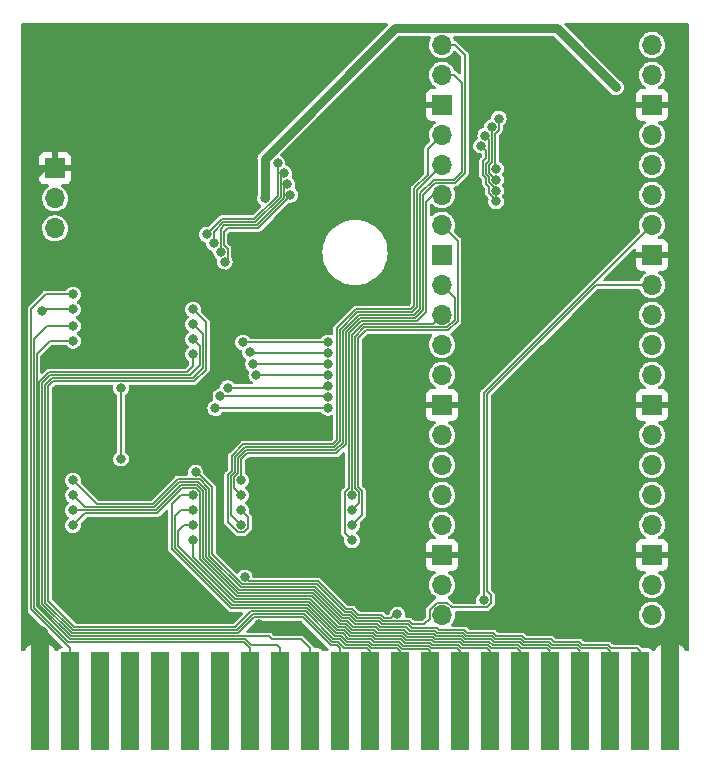
<source format=gbl>
%TF.GenerationSoftware,KiCad,Pcbnew,6.0.0*%
%TF.CreationDate,2022-02-18T00:32:38-05:00*%
%TF.ProjectId,picocart,7069636f-6361-4727-942e-6b696361645f,rev?*%
%TF.SameCoordinates,Original*%
%TF.FileFunction,Copper,L2,Bot*%
%TF.FilePolarity,Positive*%
%FSLAX46Y46*%
G04 Gerber Fmt 4.6, Leading zero omitted, Abs format (unit mm)*
G04 Created by KiCad (PCBNEW 6.0.0) date 2022-02-18 00:32:38*
%MOMM*%
%LPD*%
G01*
G04 APERTURE LIST*
%TA.AperFunction,ComponentPad*%
%ADD10O,1.700000X1.700000*%
%TD*%
%TA.AperFunction,ComponentPad*%
%ADD11R,1.700000X1.700000*%
%TD*%
%TA.AperFunction,ConnectorPad*%
%ADD12R,1.524000X8.316000*%
%TD*%
%TA.AperFunction,ViaPad*%
%ADD13C,0.800000*%
%TD*%
%TA.AperFunction,Conductor*%
%ADD14C,0.127000*%
%TD*%
%TA.AperFunction,Conductor*%
%ADD15C,0.254000*%
%TD*%
%TA.AperFunction,Conductor*%
%ADD16C,1.500000*%
%TD*%
%TA.AperFunction,Conductor*%
%ADD17C,0.508000*%
%TD*%
%TA.AperFunction,Conductor*%
%ADD18C,0.762000*%
%TD*%
G04 APERTURE END LIST*
D10*
%TO.P,SW1,3*%
%TO.N,N/C*%
X121412000Y-62992000D03*
%TO.P,SW1,2,B*%
%TO.N,Net-(J1-Pad8)*%
X121412000Y-60452000D03*
D11*
%TO.P,SW1,1,A*%
%TO.N,GND*%
X121412000Y-57912000D03*
%TD*%
D10*
%TO.P,J2,40,VBUS*%
%TO.N,unconnected-(J2-Pad40)*%
X171958000Y-47470000D03*
%TO.P,J2,39,VSYS*%
%TO.N,Net-(D1-Pad1)*%
X171958000Y-50010000D03*
D11*
%TO.P,J2,38,GND*%
%TO.N,GND*%
X171958000Y-52550000D03*
D10*
%TO.P,J2,37,3V3_EN*%
%TO.N,unconnected-(J2-Pad37)*%
X171958000Y-55090000D03*
%TO.P,J2,36,3V3*%
%TO.N,+3V3*%
X171958000Y-57630000D03*
%TO.P,J2,35,ADC_VREF*%
%TO.N,unconnected-(J2-Pad35)*%
X171958000Y-60170000D03*
%TO.P,J2,34,GPIO28_ADC2*%
%TO.N,oe*%
X171958000Y-62710000D03*
D11*
%TO.P,J2,33,AGND*%
%TO.N,GND*%
X171958000Y-65250000D03*
D10*
%TO.P,J2,32,GPIO27_ADC1*%
%TO.N,ie*%
X171958000Y-67790000D03*
%TO.P,J2,31,GPIO26_ADC0*%
%TO.N,/romhpico*%
X171958000Y-70330000D03*
%TO.P,J2,30,RUN*%
%TO.N,unconnected-(J2-Pad30)*%
X171958000Y-72870000D03*
%TO.P,J2,29,GPIO22*%
%TO.N,/romlpico*%
X171958000Y-75410000D03*
D11*
%TO.P,J2,28,GND*%
%TO.N,GND*%
X171958000Y-77950000D03*
D10*
%TO.P,J2,27,GPIO21*%
%TO.N,/a13pico*%
X171958000Y-80490000D03*
%TO.P,J2,26,GPIO20*%
%TO.N,/a12pico*%
X171958000Y-83030000D03*
%TO.P,J2,25,GPIO19*%
%TO.N,/a11pico*%
X171958000Y-85570000D03*
%TO.P,J2,24,GPIO18*%
%TO.N,/a10pico*%
X171958000Y-88110000D03*
D11*
%TO.P,J2,23,GND*%
%TO.N,GND*%
X171958000Y-90650000D03*
D10*
%TO.P,J2,22,GPIO17*%
%TO.N,/a9pico*%
X171958000Y-93190000D03*
%TO.P,J2,21,GPIO16*%
%TO.N,/a8pico*%
X171958000Y-95730000D03*
%TO.P,J2,20,GPIO15*%
%TO.N,/a7pico*%
X154178000Y-95730000D03*
%TO.P,J2,19,GPIO14*%
%TO.N,/a6pico*%
X154178000Y-93190000D03*
D11*
%TO.P,J2,18,GND*%
%TO.N,GND*%
X154178000Y-90650000D03*
D10*
%TO.P,J2,17,GPIO13*%
%TO.N,/a5pico*%
X154178000Y-88110000D03*
%TO.P,J2,16,GPIO12*%
%TO.N,/a4pico*%
X154178000Y-85570000D03*
%TO.P,J2,15,GPIO11*%
%TO.N,/a3pico*%
X154178000Y-83030000D03*
%TO.P,J2,14,GPIO10*%
%TO.N,/a2pico*%
X154178000Y-80490000D03*
D11*
%TO.P,J2,13,GND*%
%TO.N,GND*%
X154178000Y-77950000D03*
D10*
%TO.P,J2,12,GPIO9*%
%TO.N,/a1pico*%
X154178000Y-75410000D03*
%TO.P,J2,11,GPIO8*%
%TO.N,/a0pico*%
X154178000Y-72870000D03*
%TO.P,J2,10,GPIO7*%
%TO.N,/d7pico*%
X154178000Y-70330000D03*
%TO.P,J2,9,GPIO6*%
%TO.N,/d6pico*%
X154178000Y-67790000D03*
D11*
%TO.P,J2,8,GND*%
%TO.N,GND*%
X154178000Y-65250000D03*
D10*
%TO.P,J2,7,GPIO5*%
%TO.N,/d5pico*%
X154178000Y-62710000D03*
%TO.P,J2,6,GPIO4*%
%TO.N,/d4pico*%
X154178000Y-60170000D03*
%TO.P,J2,5,GPIO3*%
%TO.N,/d3pico*%
X154178000Y-57630000D03*
%TO.P,J2,4,GPIO2*%
%TO.N,/d2pico*%
X154178000Y-55090000D03*
D11*
%TO.P,J2,3,GND*%
%TO.N,GND*%
X154178000Y-52550000D03*
D10*
%TO.P,J2,2,GPIO1*%
%TO.N,/d1pico*%
X154178000Y-50010000D03*
%TO.P,J2,1,GPIO0*%
%TO.N,/d0pico*%
X154178000Y-47470000D03*
%TD*%
D12*
%TO.P,J1,A,GND*%
%TO.N,GND*%
X120142000Y-102977800D03*
%TO.P,J1,B,~{ROMH}*%
%TO.N,romh*%
X122682000Y-102977800D03*
%TO.P,J1,C,~{RESET}*%
%TO.N,unconnected-(J1-PadC)*%
X125222000Y-102977800D03*
%TO.P,J1,D,~{NMI}*%
%TO.N,unconnected-(J1-PadD)*%
X127762000Y-102977800D03*
%TO.P,J1,E,PHI2*%
%TO.N,unconnected-(J1-PadE)*%
X130302000Y-102977800D03*
%TO.P,J1,F,A15*%
%TO.N,unconnected-(J1-PadF)*%
X132842000Y-102977800D03*
%TO.P,J1,H,A14*%
%TO.N,unconnected-(J1-PadH)*%
X135382000Y-102977800D03*
%TO.P,J1,J,A13*%
%TO.N,/a13*%
X137922000Y-102977800D03*
%TO.P,J1,K,A12*%
%TO.N,/a12*%
X140462000Y-102977800D03*
%TO.P,J1,L,A11*%
%TO.N,/a11*%
X143002000Y-102977800D03*
%TO.P,J1,M,A10*%
%TO.N,/a10*%
X145542000Y-102977800D03*
%TO.P,J1,N,A9*%
%TO.N,/a9*%
X148082000Y-102977800D03*
%TO.P,J1,P,A8*%
%TO.N,/a8*%
X150622000Y-102977800D03*
%TO.P,J1,R,A7*%
%TO.N,/a7*%
X153162000Y-102977800D03*
%TO.P,J1,S,A6*%
%TO.N,/a6*%
X155702000Y-102977800D03*
%TO.P,J1,T,A5*%
%TO.N,/a5*%
X158242000Y-102977800D03*
%TO.P,J1,U,A4*%
%TO.N,/a4*%
X160782000Y-102977800D03*
%TO.P,J1,V,A3*%
%TO.N,/a3*%
X163322000Y-102977800D03*
%TO.P,J1,W,A2*%
%TO.N,/a2*%
X165862000Y-102977800D03*
%TO.P,J1,X,A1*%
%TO.N,/a1*%
X168402000Y-102977800D03*
%TO.P,J1,Y,A0*%
%TO.N,/a0*%
X170942000Y-102977800D03*
%TO.P,J1,Z,GND*%
%TO.N,GND*%
X173482000Y-102977800D03*
%TD*%
D13*
%TO.N,/a8pico*%
X158750000Y-60720058D03*
%TO.N,/a9pico*%
X158750000Y-59793555D03*
%TO.N,/a10pico*%
X158750000Y-58867052D03*
%TO.N,/a11pico*%
X158750000Y-57940549D03*
X158984346Y-53693794D03*
%TO.N,/a10pico*%
X158397533Y-54410771D03*
%TO.N,/a9pico*%
X157827398Y-55141082D03*
%TO.N,/a8pico*%
X157480000Y-55999989D03*
%TO.N,GND*%
X128016000Y-65024000D03*
%TO.N,/a12*%
X122936000Y-72517000D03*
%TO.N,/a13*%
X122936000Y-71247000D03*
%TO.N,roml*%
X120287020Y-69977000D03*
X122936000Y-69850000D03*
%TO.N,GND*%
X134000000Y-76652960D03*
%TO.N,/a12pico*%
X141347040Y-60156972D03*
X135780129Y-65823198D03*
%TO.N,/a13pico*%
X141093520Y-59250000D03*
X135427476Y-64966435D03*
%TO.N,/romlpico*%
X140840000Y-58326349D03*
X134840000Y-64250000D03*
%TO.N,/romhpico*%
X134250000Y-63500000D03*
X140250000Y-57500000D03*
%TO.N,GND*%
X133250000Y-79000000D03*
X138250000Y-79750000D03*
X125000000Y-91000000D03*
%TO.N,/a6pico*%
X134973905Y-78223905D03*
X144500000Y-78206012D03*
%TO.N,/a5pico*%
X144500000Y-77279509D03*
X135408722Y-77192794D03*
%TO.N,/a4pico*%
X144500000Y-76353006D03*
X136023900Y-76500000D03*
%TO.N,ie*%
X127000000Y-76536000D03*
X127000000Y-82500000D03*
%TO.N,/a3pico*%
X138444003Y-75386415D03*
X144500000Y-75426503D03*
%TO.N,/a2pico*%
X138174420Y-74500000D03*
%TO.N,/a1pico*%
X137920900Y-73500000D03*
%TO.N,/a2pico*%
X144500000Y-74500000D03*
%TO.N,/a7pico*%
X137475093Y-92534578D03*
X150394137Y-95677440D03*
%TO.N,/a1pico*%
X144526000Y-73570503D03*
%TO.N,/a0pico*%
X144526000Y-72644000D03*
X137330900Y-72644000D03*
%TO.N,ie*%
X133312406Y-83657429D03*
%TO.N,oe*%
X157734000Y-94488000D03*
%TO.N,GND*%
X138684000Y-96520000D03*
X140462000Y-97028000D03*
%TO.N,/a8*%
X133096000Y-69850000D03*
%TO.N,/a9*%
X133096000Y-71120000D03*
%TO.N,/a10*%
X133096000Y-72390000D03*
%TO.N,/a11*%
X133096000Y-73660000D03*
%TO.N,romh*%
X122936000Y-68580000D03*
%TO.N,/a0*%
X122936000Y-84328000D03*
%TO.N,/a1*%
X122936000Y-85598000D03*
%TO.N,/a2*%
X122936000Y-86868000D03*
%TO.N,/a3*%
X122936000Y-88138000D03*
%TO.N,/a7*%
X133096000Y-85598000D03*
%TO.N,/a6*%
X133096000Y-86868000D03*
%TO.N,/a5*%
X133096000Y-88138000D03*
%TO.N,/a4*%
X133096000Y-89408000D03*
%TO.N,GND*%
X120150000Y-97420000D03*
X138938000Y-90728800D03*
%TO.N,+3V3*%
X168910000Y-51054000D03*
X139192000Y-60452000D03*
%TO.N,/d0pico*%
X137160000Y-84328000D03*
%TO.N,/d1pico*%
X137160000Y-85598000D03*
%TO.N,/d2pico*%
X137160000Y-86868000D03*
%TO.N,/d3pico*%
X137160000Y-88138000D03*
%TO.N,/d4pico*%
X146558000Y-89408000D03*
%TO.N,/d5pico*%
X146558000Y-88138000D03*
%TO.N,/d6pico*%
X146558000Y-86868000D03*
%TO.N,/d7pico*%
X146558000Y-85598000D03*
%TD*%
D14*
%TO.N,/a8pico*%
X157906469Y-58740585D02*
X157906469Y-59216456D01*
X157480000Y-55999989D02*
X157910369Y-56430358D01*
X157652949Y-58487065D02*
X157906469Y-58740585D01*
X158159989Y-59469976D02*
X158159989Y-60037947D01*
X157910369Y-56430358D02*
X157910369Y-57023000D01*
X158750000Y-60627958D02*
X158750000Y-60720058D01*
X157652949Y-57280420D02*
X157652949Y-58487065D01*
X157906469Y-59216456D02*
X158159989Y-59469976D01*
X158159989Y-60037947D02*
X158750000Y-60627958D01*
X157910369Y-57023000D02*
X157652949Y-57280420D01*
%TO.N,/a9pico*%
X158163889Y-57250579D02*
X157906469Y-57507999D01*
X158750000Y-59701455D02*
X158750000Y-59793555D01*
X158159989Y-58635573D02*
X158159989Y-59111444D01*
X157827398Y-55141082D02*
X158163889Y-55477573D01*
X158163889Y-55477573D02*
X158163889Y-57250579D01*
X158159989Y-59111444D02*
X158750000Y-59701455D01*
X157906469Y-58382053D02*
X158159989Y-58635573D01*
X157906469Y-57507999D02*
X157906469Y-58382053D01*
%TO.N,/a10pico*%
X158159989Y-57613011D02*
X158159989Y-58277041D01*
X158417409Y-54430647D02*
X158417409Y-57355591D01*
X158159989Y-58277041D02*
X158750000Y-58867052D01*
X158417409Y-57355591D02*
X158159989Y-57613011D01*
%TO.N,/a11pico*%
X158670929Y-54991000D02*
X158670929Y-57861478D01*
X158670929Y-57861478D02*
X158750000Y-57940549D01*
X158987544Y-54674385D02*
X158670929Y-54991000D01*
X158984346Y-53693794D02*
X158987544Y-53696992D01*
X158987544Y-53696992D02*
X158987544Y-54674385D01*
%TO.N,/a10pico*%
X158397533Y-54410771D02*
X158417409Y-54430647D01*
%TO.N,/a12*%
X119843580Y-73660000D02*
X120986580Y-72517000D01*
X122936000Y-72517000D02*
X120986580Y-72517000D01*
%TO.N,/a13*%
X122936000Y-71247000D02*
X120733060Y-71247000D01*
X120733060Y-71247000D02*
X119590060Y-72390000D01*
X119590060Y-72390000D02*
X119590060Y-95101528D01*
X119590060Y-95101528D02*
X122539432Y-98050900D01*
X122539432Y-98050900D02*
X137153100Y-98050900D01*
X137153100Y-98050900D02*
X137146200Y-98044000D01*
X137146200Y-98044000D02*
X137414000Y-98044000D01*
X137922000Y-98552000D02*
X137922000Y-98819800D01*
X137414000Y-98044000D02*
X137922000Y-98552000D01*
%TO.N,roml*%
X122936000Y-69850000D02*
X120414020Y-69850000D01*
X120414020Y-69850000D02*
X120287020Y-69977000D01*
%TO.N,/a12pico*%
X138592057Y-62983539D02*
X141347040Y-60228554D01*
X135683531Y-63316469D02*
X136016461Y-62983539D01*
X136017487Y-65585840D02*
X136017487Y-64722043D01*
X135683531Y-64388087D02*
X136017487Y-64722043D01*
X135780129Y-65823198D02*
X136017487Y-65585840D01*
X141347040Y-60228554D02*
X141347040Y-60156972D01*
X135683531Y-64388087D02*
X135683531Y-63316469D01*
X136016461Y-62983539D02*
X138592057Y-62983539D01*
%TO.N,/a13pico*%
X135427476Y-64966435D02*
X135430011Y-64963900D01*
X135430011Y-64963900D02*
X135430011Y-63037053D01*
X135430011Y-63037053D02*
X135737045Y-62730019D01*
X135737045Y-62730019D02*
X138487045Y-62730019D01*
X138487045Y-62730019D02*
X140757040Y-60460022D01*
X140757040Y-60460022D02*
X140757040Y-59492960D01*
X140757040Y-59492960D02*
X141000000Y-59250000D01*
X141000000Y-59250000D02*
X141093520Y-59250000D01*
%TO.N,/romlpico*%
X138382033Y-62476499D02*
X140503520Y-60355011D01*
X140503520Y-60355011D02*
X140503520Y-58662829D01*
X134840000Y-63268532D02*
X135632033Y-62476499D01*
X140503520Y-58662829D02*
X140840000Y-58326349D01*
X134840000Y-64250000D02*
X134840000Y-63268532D01*
X135632033Y-62476499D02*
X138382033Y-62476499D01*
%TO.N,/romhpico*%
X135527021Y-62222979D02*
X138277021Y-62222979D01*
X134250000Y-63500000D02*
X135527021Y-62222979D01*
X138277021Y-62222979D02*
X140250000Y-60250000D01*
X140250000Y-60250000D02*
X140250000Y-57500000D01*
D15*
%TO.N,GND*%
X138250000Y-79750000D02*
X134000000Y-79750000D01*
X134000000Y-79750000D02*
X133250000Y-79000000D01*
D14*
%TO.N,/a8*%
X142622013Y-95422949D02*
X144989064Y-97790000D01*
X133096000Y-69850000D02*
X134193051Y-70947051D01*
X150368000Y-98552000D02*
X150622000Y-98806000D01*
X145542000Y-97790000D02*
X146050000Y-98298000D01*
X138003051Y-95422949D02*
X142622013Y-95422949D01*
X120857660Y-94576468D02*
X123056152Y-96774960D01*
X136651040Y-96774960D02*
X138003051Y-95422949D01*
X120857660Y-76350872D02*
X120857660Y-94576468D01*
X147932531Y-98298000D02*
X148186532Y-98552000D01*
X123056152Y-96774960D02*
X136651040Y-96774960D01*
X121262532Y-75946000D02*
X120857660Y-76350872D01*
X148186532Y-98552000D02*
X150368000Y-98552000D01*
X144989064Y-97790000D02*
X145542000Y-97790000D01*
X133200531Y-75946000D02*
X121262532Y-75946000D01*
X134193051Y-70947051D02*
X134193051Y-74953480D01*
X134193051Y-74953480D02*
X133200531Y-75946000D01*
X146050000Y-98298000D02*
X147932531Y-98298000D01*
X150622000Y-98806000D02*
X150622000Y-98819800D01*
%TO.N,/a9*%
X145392532Y-98044000D02*
X145900532Y-98552000D01*
X144884532Y-98044000D02*
X145392532Y-98044000D01*
X142517001Y-95676469D02*
X144884532Y-98044000D01*
X138152999Y-95676469D02*
X142517001Y-95676469D01*
X133939531Y-71963531D02*
X133939531Y-74848469D01*
X136800988Y-97028480D02*
X138152999Y-95676469D01*
X147828000Y-98552000D02*
X148082000Y-98806000D01*
X122951140Y-97028480D02*
X136800988Y-97028480D01*
X120604140Y-94681480D02*
X122951140Y-97028480D01*
X121158000Y-75692000D02*
X120604140Y-76245860D01*
X148082000Y-98806000D02*
X148082000Y-98819800D01*
X120604140Y-76245860D02*
X120604140Y-94681480D01*
X133096000Y-75692000D02*
X121158000Y-75692000D01*
X133939531Y-74848469D02*
X133096000Y-75692000D01*
X133096000Y-71120000D02*
X133939531Y-71963531D01*
X145900532Y-98552000D02*
X147828000Y-98552000D01*
%TO.N,/a10*%
X142411989Y-95929989D02*
X144780000Y-98298000D01*
X135636000Y-97282000D02*
X136906000Y-97282000D01*
X135635520Y-97282480D02*
X135636000Y-97282000D01*
X138258011Y-95929989D02*
X142411989Y-95929989D01*
X122846608Y-97282480D02*
X135635520Y-97282480D01*
X144780000Y-98298000D02*
X145288000Y-98298000D01*
X136906000Y-97282000D02*
X138258011Y-95929989D01*
X120350620Y-94786492D02*
X122846608Y-97282480D01*
X132842480Y-75437520D02*
X121009012Y-75437520D01*
X133686011Y-74593989D02*
X132842480Y-75437520D01*
X120350620Y-76095912D02*
X120350620Y-94786492D01*
X121009012Y-75437520D02*
X120350620Y-76095912D01*
X133686011Y-72980011D02*
X133686011Y-74593989D01*
X133096000Y-72390000D02*
X133686011Y-72980011D01*
X145288000Y-98298000D02*
X145542000Y-98552000D01*
X145542000Y-98552000D02*
X145542000Y-98819800D01*
%TO.N,/a11*%
X143002000Y-98819800D02*
X143002000Y-98552000D01*
X143002000Y-98552000D02*
X142240000Y-97790000D01*
X133096000Y-74676000D02*
X133096000Y-73660000D01*
X142240000Y-97790000D02*
X139790732Y-97790000D01*
X139790732Y-97790000D02*
X139536732Y-97536000D01*
X120097100Y-75990900D02*
X120904000Y-75184000D01*
X139536732Y-97536000D02*
X122741596Y-97536000D01*
X122741596Y-97536000D02*
X120097100Y-94891504D01*
X120097100Y-94891504D02*
X120097100Y-75990900D01*
X120904000Y-75184000D02*
X132588000Y-75184000D01*
X132588000Y-75184000D02*
X133096000Y-74676000D01*
%TO.N,/a6pico*%
X134973905Y-78223905D02*
X144482107Y-78223905D01*
X144482107Y-78223905D02*
X144500000Y-78206012D01*
%TO.N,/a5pico*%
X135408722Y-77192794D02*
X144413285Y-77192794D01*
X144413285Y-77192794D02*
X144500000Y-77279509D01*
%TO.N,/a4pico*%
X144353006Y-76500000D02*
X144500000Y-76353006D01*
X136023900Y-76500000D02*
X144353006Y-76500000D01*
%TO.N,ie*%
X127000000Y-82500000D02*
X127000000Y-76536000D01*
%TO.N,/a3pico*%
X138484091Y-75426503D02*
X138444003Y-75386415D01*
X144500000Y-75426503D02*
X138484091Y-75426503D01*
%TO.N,/a2pico*%
X144500000Y-74500000D02*
X138174420Y-74500000D01*
%TO.N,/a1pico*%
X137991403Y-73570503D02*
X137920900Y-73500000D01*
X144526000Y-73570503D02*
X137991403Y-73570503D01*
%TO.N,/a7pico*%
X150194560Y-95677440D02*
X149860000Y-96012000D01*
X150394137Y-95677440D02*
X150194560Y-95677440D01*
X147090388Y-95753072D02*
X149047174Y-95753072D01*
X149306103Y-96012000D02*
X149047174Y-95753072D01*
X146583347Y-95246031D02*
X146030409Y-95246031D01*
X143661896Y-92877521D02*
X146030409Y-95246031D01*
X137818036Y-92877521D02*
X137475093Y-92534578D01*
X149860000Y-96012000D02*
X149306103Y-96012000D01*
X147090388Y-95753072D02*
X146583347Y-95246031D01*
X143661896Y-92877521D02*
X137818036Y-92877521D01*
%TO.N,/a0pico*%
X137330900Y-72644000D02*
X144526000Y-72644000D01*
%TO.N,/d2pico*%
X137353924Y-81280480D02*
X136398000Y-82236404D01*
X137404392Y-88728011D02*
X137750011Y-88382392D01*
X145288000Y-80921468D02*
X144928988Y-81280480D01*
X146902982Y-69848891D02*
X145288000Y-71463873D01*
X151534577Y-69848891D02*
X146902982Y-69848891D01*
X151843120Y-69540348D02*
X151534577Y-69848891D01*
X145288000Y-71463873D02*
X145288000Y-80921468D01*
X151843120Y-59606349D02*
X151843120Y-69540348D01*
X152968734Y-58480734D02*
X151843120Y-59606349D01*
X136398000Y-83538533D02*
X136062949Y-83873584D01*
X144928988Y-81280480D02*
X137353924Y-81280480D01*
X152968734Y-56299266D02*
X152968734Y-58480734D01*
X136398000Y-82236404D02*
X136398000Y-83538533D01*
X154178000Y-55090000D02*
X152968734Y-56299266D01*
X136062949Y-83873584D02*
X136062949Y-87875352D01*
X136062949Y-87875352D02*
X136915608Y-88728011D01*
X137750011Y-88382392D02*
X137750011Y-87458011D01*
X136915608Y-88728011D02*
X137404392Y-88728011D01*
X137750011Y-87458011D02*
X137160000Y-86868000D01*
%TO.N,/d3pico*%
X145542480Y-81025520D02*
X145034000Y-81534000D01*
X137160000Y-88138000D02*
X136316469Y-87294469D01*
X136316469Y-87294469D02*
X136316469Y-83978596D01*
X136316469Y-83978596D02*
X136652480Y-83642585D01*
X136652480Y-83642585D02*
X136652480Y-82340456D01*
X136652480Y-82340456D02*
X137458936Y-81534000D01*
X137458936Y-81534000D02*
X145034000Y-81534000D01*
%TO.N,/d1pico*%
X152350160Y-59993840D02*
X153467531Y-58876469D01*
X152350160Y-69795308D02*
X152350160Y-59993840D01*
X147113005Y-70355931D02*
X151789537Y-70355931D01*
X136906000Y-82445468D02*
X137562988Y-81788480D01*
X145138052Y-81788480D02*
X145796000Y-81130532D01*
X137562988Y-81788480D02*
X145138052Y-81788480D01*
X151789537Y-70355931D02*
X152350160Y-69795308D01*
X145796000Y-71672936D02*
X147113005Y-70355931D01*
X136569989Y-85007989D02*
X136569989Y-84083608D01*
X145796000Y-81130532D02*
X145796000Y-71672936D01*
X136906000Y-83747597D02*
X136906000Y-82445468D01*
X136569989Y-84083608D02*
X136906000Y-83747597D01*
X153467531Y-58876469D02*
X155189377Y-58876469D01*
X137160000Y-85598000D02*
X136569989Y-85007989D01*
X155189377Y-58876469D02*
X155854880Y-58210966D01*
X155854880Y-58210966D02*
X155854880Y-50648080D01*
X155216800Y-50010000D02*
X154178000Y-50010000D01*
X155854880Y-50648080D02*
X155216800Y-50010000D01*
%TO.N,/d3pico*%
X154178000Y-57630000D02*
X152096640Y-59711360D01*
X152096640Y-59711360D02*
X152096640Y-69645360D01*
X152096640Y-69645360D02*
X151639589Y-70102411D01*
X151639589Y-70102411D02*
X147007994Y-70102411D01*
X147007994Y-70102411D02*
X145542000Y-71568405D01*
X145542000Y-71568405D02*
X145542480Y-71568885D01*
X145542480Y-71568885D02*
X145542480Y-81025520D01*
%TO.N,/d0pico*%
X155294389Y-59129989D02*
X156108400Y-58315978D01*
X152603680Y-60144298D02*
X153617989Y-59129989D01*
X153617989Y-59129989D02*
X155294389Y-59129989D01*
X152603680Y-69900320D02*
X152603680Y-60144298D01*
X137160000Y-82550000D02*
X137668000Y-82042000D01*
X155244800Y-47447200D02*
X154200800Y-47447200D01*
X151894549Y-70609451D02*
X152603680Y-69900320D01*
X146050000Y-71777468D02*
X147218017Y-70609451D01*
X146050000Y-81235064D02*
X146050000Y-71777468D01*
X156108400Y-58315978D02*
X156108400Y-48310800D01*
X147218017Y-70609451D02*
X151894549Y-70609451D01*
X145243064Y-82042000D02*
X146050000Y-81235064D01*
X137668000Y-82042000D02*
X145243064Y-82042000D01*
X137160000Y-84328000D02*
X137160000Y-82550000D01*
X156108400Y-48310800D02*
X155244800Y-47447200D01*
%TO.N,/d4pico*%
X153444000Y-60170000D02*
X152857200Y-60756800D01*
X152857200Y-60756800D02*
X152857200Y-70053200D01*
X152857200Y-70053200D02*
X152047429Y-70862971D01*
X152047429Y-70862971D02*
X147323029Y-70862971D01*
X147323029Y-70862971D02*
X146304480Y-71881520D01*
X146304480Y-71881520D02*
X146304480Y-84988400D01*
X146304480Y-84988400D02*
X145967989Y-85324891D01*
X145967989Y-85324891D02*
X145967989Y-88817989D01*
X145967989Y-88817989D02*
X146558000Y-89408000D01*
%TO.N,/d7pico*%
X154178000Y-70330000D02*
X153391509Y-71116491D01*
X146558000Y-72053468D02*
X146558000Y-85598000D01*
X153391509Y-71116491D02*
X147494977Y-71116491D01*
X147494977Y-71116491D02*
X146558000Y-72053468D01*
D16*
%TO.N,GND*%
X173482000Y-98993900D02*
X173482000Y-97602100D01*
X120142000Y-98800800D02*
X120142000Y-97409000D01*
D14*
%TO.N,ie*%
X148942163Y-96006592D02*
X149203012Y-96267440D01*
X146985377Y-96006592D02*
X148942163Y-96006592D01*
X146478333Y-95499550D02*
X146985377Y-96006592D01*
X134700091Y-90593963D02*
X137237169Y-93131041D01*
X149203012Y-96267440D02*
X151408822Y-96267440D01*
X145925396Y-95499550D02*
X146478333Y-95499550D01*
X133423957Y-83657429D02*
X134700091Y-84933563D01*
X151408822Y-96267440D02*
X151661383Y-96520000D01*
X137237169Y-93131041D02*
X143556885Y-93131041D01*
X143556885Y-93131041D02*
X145925396Y-95499550D01*
X151661383Y-96520000D02*
X152654000Y-96520000D01*
X134700091Y-84933563D02*
X134700091Y-90593963D01*
X133312406Y-83657429D02*
X133423957Y-83657429D01*
X153137989Y-96036011D02*
X153137989Y-95274011D01*
X154633989Y-94689989D02*
X155022011Y-95078011D01*
X152654000Y-96520000D02*
X153137989Y-96036011D01*
X153137989Y-95274011D02*
X153722011Y-94689989D01*
X153722011Y-94689989D02*
X154633989Y-94689989D01*
X158324011Y-94062011D02*
X157987520Y-93725520D01*
X155022011Y-95078011D02*
X157978392Y-95078011D01*
X157978392Y-95078011D02*
X158324011Y-94732392D01*
X158324011Y-94732392D02*
X158324011Y-94062011D01*
X157987520Y-93725520D02*
X157987520Y-77039012D01*
X171958000Y-67790000D02*
X167236532Y-67790000D01*
X157987520Y-77039012D02*
X167236532Y-67790000D01*
%TO.N,oe*%
X157734000Y-76934000D02*
X171958000Y-62710000D01*
X157734000Y-94488000D02*
X157734000Y-76934000D01*
%TO.N,/a0*%
X170942000Y-98819800D02*
X170942000Y-98806000D01*
X170942000Y-98806000D02*
X170688000Y-98552000D01*
X170688000Y-98552000D02*
X168506532Y-98552000D01*
X168506532Y-98552000D02*
X168253011Y-98298480D01*
X146373322Y-95753070D02*
X145820385Y-95753070D01*
X168253011Y-98298480D02*
X166057744Y-98298480D01*
X166057744Y-98298480D02*
X165803743Y-98044480D01*
X165803743Y-98044480D02*
X163622274Y-98044480D01*
X153924000Y-97030400D02*
X153748749Y-96855149D01*
X163622274Y-98044480D02*
X163368273Y-97790480D01*
X131802039Y-84247429D02*
X129688508Y-86360960D01*
X129688508Y-86360960D02*
X124968960Y-86360960D01*
X163368273Y-97790480D02*
X161200607Y-97790480D01*
X161200607Y-97790480D02*
X160948047Y-97537921D01*
X160948047Y-97537921D02*
X158766579Y-97537921D01*
X146880366Y-96260112D02*
X146373322Y-95753070D01*
X158766579Y-97537921D02*
X158511617Y-97282960D01*
X158511617Y-97282960D02*
X156330147Y-97282960D01*
X156330147Y-97282960D02*
X156077586Y-97030400D01*
X156077586Y-97030400D02*
X153924000Y-97030400D01*
X149098000Y-96520960D02*
X148837152Y-96260112D01*
X153748749Y-96855149D02*
X151638000Y-96855149D01*
X145820385Y-95753070D02*
X143451874Y-93384561D01*
X151638000Y-96855149D02*
X151303811Y-96520960D01*
X151303811Y-96520960D02*
X149098000Y-96520960D01*
X148837152Y-96260112D02*
X146880366Y-96260112D01*
X143451874Y-93384561D02*
X137132157Y-93384561D01*
X134446571Y-85038574D02*
X133655426Y-84247429D01*
X137132157Y-93384561D02*
X134446571Y-90698975D01*
X134446571Y-90698975D02*
X134446571Y-85038574D01*
X133655426Y-84247429D02*
X131802039Y-84247429D01*
X124968960Y-86360960D02*
X122936000Y-84328000D01*
%TO.N,/a1*%
X131907051Y-84500949D02*
X129793520Y-86614480D01*
X146775354Y-96513632D02*
X146268311Y-96006590D01*
X137027145Y-93638081D02*
X134193051Y-90803987D01*
X143346863Y-93638081D02*
X137027145Y-93638081D01*
X134193051Y-85143585D02*
X133550415Y-84500949D01*
X133550415Y-84500949D02*
X131907051Y-84500949D01*
X158406606Y-97536480D02*
X156225136Y-97536480D01*
X145715373Y-96006590D02*
X143346863Y-93638081D01*
X148657885Y-96513632D02*
X146775354Y-96513632D01*
X148918733Y-96774480D02*
X148657885Y-96513632D01*
X151100199Y-96774480D02*
X148918733Y-96774480D01*
X168402000Y-98819800D02*
X168402000Y-98806000D01*
X168148000Y-98552000D02*
X165952732Y-98552000D01*
X153615857Y-97108669D02*
X151434388Y-97108669D01*
X134193051Y-90803987D02*
X134193051Y-85143585D01*
X151434388Y-97108669D02*
X151100199Y-96774480D01*
X153791108Y-97283920D02*
X153615857Y-97108669D01*
X146268311Y-96006590D02*
X145715373Y-96006590D01*
X158661567Y-97791441D02*
X158406606Y-97536480D01*
X168402000Y-98806000D02*
X168148000Y-98552000D01*
X163263262Y-98044000D02*
X161095595Y-98044000D01*
X165952732Y-98552000D02*
X165698732Y-98298000D01*
X165698732Y-98298000D02*
X163517263Y-98298000D01*
X155972575Y-97283920D02*
X153791108Y-97283920D01*
X129793520Y-86614480D02*
X123952480Y-86614480D01*
X156225136Y-97536480D02*
X155972575Y-97283920D01*
X161095595Y-98044000D02*
X160843036Y-97791441D01*
X163517263Y-98298000D02*
X163263262Y-98044000D01*
X160843036Y-97791441D02*
X158661567Y-97791441D01*
X123952480Y-86614480D02*
X122936000Y-85598000D01*
%TO.N,/a2*%
X148552873Y-96767152D02*
X148813721Y-97028000D01*
X129943468Y-86868000D02*
X132056999Y-84754469D01*
X145610363Y-96260110D02*
X146163299Y-96260110D01*
X146670342Y-96767152D02*
X148552873Y-96767152D01*
X163412732Y-98552000D02*
X165594200Y-98552000D01*
X136922133Y-93891601D02*
X143241852Y-93891601D01*
X148813721Y-97028000D02*
X150995187Y-97028000D01*
X133939531Y-90908999D02*
X136922133Y-93891601D01*
X151329376Y-97362189D02*
X153510845Y-97362189D01*
X146163299Y-96260110D02*
X146670342Y-96767152D01*
X133939531Y-85248597D02*
X133939531Y-90908999D01*
X143241852Y-93891601D02*
X145610363Y-96260110D01*
X133445403Y-84754469D02*
X133939531Y-85248597D01*
X150995187Y-97028000D02*
X151329376Y-97362189D01*
X153686096Y-97537440D02*
X155867564Y-97537440D01*
X160991543Y-98298480D02*
X163159211Y-98298480D01*
X132056999Y-84754469D02*
X133445403Y-84754469D01*
X156120125Y-97790000D02*
X158301594Y-97790000D01*
X122936000Y-86868000D02*
X129943468Y-86868000D01*
X153510845Y-97362189D02*
X153686096Y-97537440D01*
X155867564Y-97537440D02*
X156120125Y-97790000D01*
X158301594Y-97790000D02*
X158556555Y-98044961D01*
X158556555Y-98044961D02*
X160738024Y-98044961D01*
X160738024Y-98044961D02*
X160991543Y-98298480D01*
X163159211Y-98298480D02*
X163412732Y-98552000D01*
X165594200Y-98552000D02*
X165862000Y-98819800D01*
%TO.N,/a3*%
X146058288Y-96513630D02*
X146565329Y-97020671D01*
X155762553Y-97790960D02*
X156015594Y-98044000D01*
X145505351Y-96513630D02*
X146058288Y-96513630D01*
X151224365Y-97615709D02*
X153405834Y-97615709D01*
X148447860Y-97020671D02*
X148709670Y-97282480D01*
X146565329Y-97020671D02*
X148447860Y-97020671D01*
X143136841Y-94145121D02*
X145505351Y-96513630D01*
X133686011Y-91014011D02*
X136817121Y-94145121D01*
X158451543Y-98298480D02*
X160633011Y-98298480D01*
X136817121Y-94145121D02*
X143136841Y-94145121D01*
X148709670Y-97282480D02*
X150891135Y-97282480D01*
X158197062Y-98044000D02*
X158451543Y-98298480D01*
X133686011Y-85353608D02*
X133686011Y-91014011D01*
X160886532Y-98552000D02*
X163054200Y-98552000D01*
X133340392Y-85007989D02*
X133686011Y-85353608D01*
X132162011Y-85007989D02*
X133340392Y-85007989D01*
X122936000Y-88138000D02*
X123952000Y-87122000D01*
X156015594Y-98044000D02*
X158197062Y-98044000D01*
X130048000Y-87122000D02*
X132162011Y-85007989D01*
X123952000Y-87122000D02*
X130048000Y-87122000D01*
X160633011Y-98298480D02*
X160886532Y-98552000D01*
X150891135Y-97282480D02*
X151224365Y-97615709D01*
X153405834Y-97615709D02*
X153581085Y-97790960D01*
X153581085Y-97790960D02*
X155762553Y-97790960D01*
X163054200Y-98552000D02*
X163322000Y-98819800D01*
%TO.N,/a4*%
X150786124Y-97536000D02*
X151119353Y-97869229D01*
X151119353Y-97869229D02*
X153300823Y-97869229D01*
X153300823Y-97869229D02*
X153476074Y-98044480D01*
%TO.N,/a5*%
X151014343Y-98122749D02*
X153195812Y-98122749D01*
X150681593Y-97790000D02*
X151014343Y-98122749D01*
X153195812Y-98122749D02*
X153371063Y-98298000D01*
X148500126Y-97790000D02*
X150681593Y-97790000D01*
X145855595Y-97028000D02*
X146364075Y-97536480D01*
X146364075Y-97536480D02*
X148246606Y-97536480D01*
X142926819Y-94652161D02*
X145302660Y-97028000D01*
X131825040Y-89915040D02*
X136562161Y-94652161D01*
X132334000Y-88138000D02*
X131825040Y-88646960D01*
X148246606Y-97536480D02*
X148500126Y-97790000D01*
X145302660Y-97028000D02*
X145855595Y-97028000D01*
X136562161Y-94652161D02*
X142926819Y-94652161D01*
X131825040Y-88646960D02*
X131825040Y-89915040D01*
X133096000Y-88138000D02*
X132334000Y-88138000D01*
%TO.N,/a6*%
X150577062Y-98044000D02*
X150909332Y-98376269D01*
X150909332Y-98376269D02*
X153090801Y-98376269D01*
X153090801Y-98376269D02*
X153266532Y-98552000D01*
%TO.N,/a7*%
X150804321Y-98629789D02*
X152985789Y-98629789D01*
X152985789Y-98629789D02*
X153162000Y-98806000D01*
X150472531Y-98298000D02*
X150804321Y-98629789D01*
X146154532Y-98044000D02*
X148037062Y-98044000D01*
X145093596Y-97536000D02*
X145646532Y-97536000D01*
X148291063Y-98298000D02*
X150472531Y-98298000D01*
X145646532Y-97536000D02*
X146154532Y-98044000D01*
X148037062Y-98044000D02*
X148291063Y-98298000D01*
X142727025Y-95169429D02*
X145093596Y-97536000D01*
X132080000Y-85598000D02*
X131318000Y-86360000D01*
X136317429Y-95169429D02*
X142727025Y-95169429D01*
X131318000Y-90170000D02*
X136317429Y-95169429D01*
X133096000Y-85598000D02*
X132080000Y-85598000D01*
X131318000Y-86360000D02*
X131318000Y-90170000D01*
X153162000Y-98806000D02*
X153162000Y-98819800D01*
%TO.N,/a4*%
X148350658Y-97282000D02*
X146468126Y-97282000D01*
X155657542Y-98044480D02*
X153476074Y-98044480D01*
X160528000Y-98552000D02*
X158346532Y-98552000D01*
X158093011Y-98298480D02*
X155911543Y-98298480D01*
X150786124Y-97536000D02*
X148604658Y-97536000D01*
X158346532Y-98552000D02*
X158093011Y-98298480D01*
X145953277Y-96767150D02*
X146468126Y-97282000D01*
X155911543Y-98298480D02*
X155657542Y-98044480D01*
X160782000Y-98806000D02*
X160528000Y-98552000D01*
X160782000Y-98819800D02*
X160782000Y-98806000D01*
X148604658Y-97536000D02*
X148350658Y-97282000D01*
%TO.N,/a5*%
X155552531Y-98298000D02*
X155806532Y-98552000D01*
X153371063Y-98298000D02*
X155552531Y-98298000D01*
X155806532Y-98552000D02*
X157988000Y-98552000D01*
X157988000Y-98552000D02*
X158242000Y-98806000D01*
X158242000Y-98806000D02*
X158242000Y-98819800D01*
%TO.N,/a6*%
X145198608Y-97282480D02*
X142821808Y-94905681D01*
X145751543Y-97282480D02*
X145198608Y-97282480D01*
X146259064Y-97790000D02*
X145751543Y-97282480D01*
X148141594Y-97790000D02*
X146259064Y-97790000D01*
X142821808Y-94905681D02*
X136412213Y-94905681D01*
X148395594Y-98044000D02*
X148141594Y-97790000D01*
X150577062Y-98044000D02*
X148395594Y-98044000D01*
X155448000Y-98552000D02*
X153266532Y-98552000D01*
X132080000Y-86868000D02*
X133096000Y-86868000D01*
X155702000Y-98806000D02*
X155448000Y-98552000D01*
X155702000Y-98819800D02*
X155702000Y-98806000D01*
X136412213Y-94905681D02*
X131571520Y-90064988D01*
X131571520Y-90064988D02*
X131571520Y-87376480D01*
X131571520Y-87376480D02*
X132080000Y-86868000D01*
%TO.N,/a4*%
X143031830Y-94398641D02*
X136667173Y-94398641D01*
X145400342Y-96767150D02*
X143031830Y-94398641D01*
X133096000Y-90827468D02*
X133096000Y-89408000D01*
X136667173Y-94398641D02*
X133096000Y-90827468D01*
X145953277Y-96767150D02*
X145400342Y-96767150D01*
%TO.N,/a12*%
X140462000Y-98819800D02*
X140462000Y-98552000D01*
X140462000Y-98552000D02*
X140208000Y-98298000D01*
X140208000Y-98298000D02*
X138026532Y-98298000D01*
X138026532Y-98298000D02*
X137519011Y-97790480D01*
X137519011Y-97790480D02*
X122637544Y-97790480D01*
X122637544Y-97790480D02*
X119843580Y-94996516D01*
X119843580Y-94996516D02*
X119843580Y-73660000D01*
D15*
%TO.N,GND*%
X140462000Y-97028000D02*
X139192000Y-97028000D01*
X139192000Y-97028000D02*
X138684000Y-96520000D01*
D14*
%TO.N,romh*%
X119336540Y-95206540D02*
X119336540Y-69850000D01*
X119336540Y-69850000D02*
X120606540Y-68580000D01*
X120606540Y-68580000D02*
X122936000Y-68580000D01*
X122682000Y-98819800D02*
X122682000Y-98552000D01*
X122682000Y-98552000D02*
X119336540Y-95206540D01*
D17*
%TO.N,GND*%
X118892520Y-96162520D02*
X118892520Y-59498480D01*
X118892520Y-59498480D02*
X120479000Y-57912000D01*
X120479000Y-57912000D02*
X121412000Y-57912000D01*
X120150000Y-97420000D02*
X118892520Y-96162520D01*
D14*
%TO.N,/d5pico*%
X146558000Y-88138000D02*
X147401531Y-87294469D01*
X147401531Y-87294469D02*
X147401531Y-85231479D01*
X147401531Y-85231479D02*
X147065040Y-84894988D01*
X147705001Y-71623531D02*
X154713799Y-71623531D01*
X147065040Y-84894988D02*
X147065040Y-72263492D01*
X147065040Y-72263492D02*
X147705001Y-71623531D01*
X155493520Y-70843810D02*
X155493520Y-64025520D01*
X154713799Y-71623531D02*
X155493520Y-70843810D01*
X155493520Y-64025520D02*
X154178000Y-62710000D01*
%TO.N,/d6pico*%
X154178000Y-67790000D02*
X155240000Y-68852000D01*
X155240000Y-68852000D02*
X155240000Y-70738799D01*
X147599989Y-71370011D02*
X146811520Y-72158480D01*
X155240000Y-70738799D02*
X154608788Y-71370011D01*
X154608788Y-71370011D02*
X147599989Y-71370011D01*
X146811520Y-72158480D02*
X146811520Y-85000000D01*
X146811520Y-85000000D02*
X147148011Y-85336491D01*
X147148011Y-85336491D02*
X147148011Y-86277989D01*
X147148011Y-86277989D02*
X146558000Y-86868000D01*
D18*
%TO.N,+3V3*%
X163923489Y-46067489D02*
X150207489Y-46067489D01*
X139192000Y-57082978D02*
X139192000Y-60452000D01*
X150207489Y-46067489D02*
X139192000Y-57082978D01*
X168910000Y-51054000D02*
X163923489Y-46067489D01*
%TD*%
%TA.AperFunction,Conductor*%
%TO.N,GND*%
G36*
X149550177Y-45610002D02*
G01*
X149596670Y-45663658D01*
X149606774Y-45733932D01*
X149577280Y-45798512D01*
X149571151Y-45805095D01*
X144184245Y-51192000D01*
X138798517Y-56577728D01*
X138790191Y-56585304D01*
X138783697Y-56589425D01*
X138748575Y-56626826D01*
X138736915Y-56639243D01*
X138734160Y-56642085D01*
X138714361Y-56661884D01*
X138711937Y-56665009D01*
X138711929Y-56665018D01*
X138711863Y-56665104D01*
X138704155Y-56674129D01*
X138673783Y-56706472D01*
X138669965Y-56713416D01*
X138669964Y-56713418D01*
X138663978Y-56724307D01*
X138653127Y-56740825D01*
X138640650Y-56756911D01*
X138623024Y-56797644D01*
X138617807Y-56808292D01*
X138596431Y-56847175D01*
X138594460Y-56854850D01*
X138594458Y-56854856D01*
X138591369Y-56866889D01*
X138584966Y-56885591D01*
X138576883Y-56904270D01*
X138575644Y-56912095D01*
X138569940Y-56948105D01*
X138567535Y-56959718D01*
X138556500Y-57002696D01*
X138556500Y-57023043D01*
X138554949Y-57042754D01*
X138551765Y-57062857D01*
X138552511Y-57070749D01*
X138555941Y-57107034D01*
X138556500Y-57118892D01*
X138556500Y-60263739D01*
X138553443Y-60287943D01*
X138553406Y-60288037D01*
X138552414Y-60295570D01*
X138552414Y-60295571D01*
X138534884Y-60428730D01*
X138532729Y-60445096D01*
X138535689Y-60471907D01*
X138546556Y-60570331D01*
X138550113Y-60602553D01*
X138552723Y-60609684D01*
X138552723Y-60609686D01*
X138598166Y-60733865D01*
X138604553Y-60751319D01*
X138608789Y-60757622D01*
X138608789Y-60757623D01*
X138679641Y-60863061D01*
X138692908Y-60882805D01*
X138698527Y-60887918D01*
X138698528Y-60887919D01*
X138721808Y-60909102D01*
X138810076Y-60989419D01*
X138824328Y-60997157D01*
X138874648Y-61047241D01*
X138889903Y-61116579D01*
X138865249Y-61183158D01*
X138853298Y-61196982D01*
X138182206Y-61868074D01*
X138119894Y-61902100D01*
X138093111Y-61904979D01*
X135546413Y-61904979D01*
X135535431Y-61904500D01*
X135531499Y-61904156D01*
X135498878Y-61901302D01*
X135488227Y-61904156D01*
X135488226Y-61904156D01*
X135463443Y-61910796D01*
X135452715Y-61913174D01*
X135427438Y-61917631D01*
X135427430Y-61917634D01*
X135416581Y-61919547D01*
X135407038Y-61925056D01*
X135404072Y-61926136D01*
X135401200Y-61927475D01*
X135390555Y-61930328D01*
X135381526Y-61936650D01*
X135381522Y-61936652D01*
X135360502Y-61951370D01*
X135351237Y-61957273D01*
X135319461Y-61975619D01*
X135312373Y-61984066D01*
X135295878Y-62003724D01*
X135288452Y-62011829D01*
X134480455Y-62819825D01*
X134418143Y-62853850D01*
X134360665Y-62852933D01*
X134340004Y-62847743D01*
X134340000Y-62847743D01*
X134332633Y-62845892D01*
X134325033Y-62845852D01*
X134325032Y-62845852D01*
X134260232Y-62845513D01*
X134174221Y-62845062D01*
X134166841Y-62846834D01*
X134166839Y-62846834D01*
X134027563Y-62880271D01*
X134027560Y-62880272D01*
X134020184Y-62882043D01*
X133879414Y-62954700D01*
X133760039Y-63058838D01*
X133668950Y-63188444D01*
X133650917Y-63234696D01*
X133623423Y-63305216D01*
X133611406Y-63336037D01*
X133610414Y-63343570D01*
X133610414Y-63343571D01*
X133591984Y-63483565D01*
X133590729Y-63493096D01*
X133596059Y-63541371D01*
X133605261Y-63624718D01*
X133608113Y-63650553D01*
X133610723Y-63657684D01*
X133610723Y-63657686D01*
X133659451Y-63790841D01*
X133662553Y-63799319D01*
X133666789Y-63805622D01*
X133666789Y-63805623D01*
X133732075Y-63902778D01*
X133750908Y-63930805D01*
X133756527Y-63935918D01*
X133756528Y-63935919D01*
X133790479Y-63966812D01*
X133868076Y-64037419D01*
X134007293Y-64113008D01*
X134014635Y-64114934D01*
X134014637Y-64114935D01*
X134064110Y-64127914D01*
X134087474Y-64134043D01*
X134148289Y-64170676D01*
X134179645Y-64234374D01*
X134180351Y-64243138D01*
X134180729Y-64243096D01*
X134194902Y-64371465D01*
X134198113Y-64400553D01*
X134252553Y-64549319D01*
X134256789Y-64555622D01*
X134256789Y-64555623D01*
X134322325Y-64653150D01*
X134340908Y-64680805D01*
X134346527Y-64685918D01*
X134346528Y-64685919D01*
X134452460Y-64782309D01*
X134458076Y-64787419D01*
X134597293Y-64863008D01*
X134664040Y-64880519D01*
X134678567Y-64884330D01*
X134739382Y-64920964D01*
X134770737Y-64984661D01*
X134771830Y-64992365D01*
X134785589Y-65116988D01*
X134840029Y-65265754D01*
X134844265Y-65272057D01*
X134844265Y-65272058D01*
X134920738Y-65385861D01*
X134928384Y-65397240D01*
X135045552Y-65503854D01*
X135052225Y-65507477D01*
X135079275Y-65522164D01*
X135129596Y-65572246D01*
X135144853Y-65641584D01*
X135142332Y-65657190D01*
X135141535Y-65659235D01*
X135140543Y-65666768D01*
X135140543Y-65666769D01*
X135134554Y-65712264D01*
X135120858Y-65816294D01*
X135138242Y-65973751D01*
X135140852Y-65980882D01*
X135140852Y-65980884D01*
X135149816Y-66005378D01*
X135192682Y-66122517D01*
X135196918Y-66128820D01*
X135196918Y-66128821D01*
X135207570Y-66144672D01*
X135281037Y-66254003D01*
X135286656Y-66259116D01*
X135286657Y-66259117D01*
X135373408Y-66338054D01*
X135398205Y-66360617D01*
X135537422Y-66436206D01*
X135690651Y-66476405D01*
X135774606Y-66477724D01*
X135841448Y-66478774D01*
X135841451Y-66478774D01*
X135849045Y-66478893D01*
X136003461Y-66443527D01*
X136073871Y-66408115D01*
X136138201Y-66375761D01*
X136138204Y-66375759D01*
X136144984Y-66372349D01*
X136150755Y-66367420D01*
X136150758Y-66367418D01*
X136259665Y-66274402D01*
X136259665Y-66274401D01*
X136265443Y-66269467D01*
X136357884Y-66140822D01*
X136416971Y-65993839D01*
X136439291Y-65837005D01*
X136439436Y-65823198D01*
X136420405Y-65665931D01*
X136364409Y-65517744D01*
X136357646Y-65507903D01*
X136356784Y-65505128D01*
X136356588Y-65504753D01*
X136356657Y-65504717D01*
X136335487Y-65436538D01*
X136335487Y-65025551D01*
X144050503Y-65025551D01*
X144068753Y-65357173D01*
X144069414Y-65360900D01*
X144069414Y-65360904D01*
X144097176Y-65517548D01*
X144126711Y-65684201D01*
X144223538Y-66001897D01*
X144357830Y-66305659D01*
X144527642Y-66591089D01*
X144529957Y-66594090D01*
X144529960Y-66594094D01*
X144601516Y-66686844D01*
X144730515Y-66854050D01*
X144733174Y-66856751D01*
X144733180Y-66856758D01*
X144920247Y-67046785D01*
X144963511Y-67090734D01*
X144966478Y-67093098D01*
X144966481Y-67093101D01*
X144990567Y-67112294D01*
X145223253Y-67297713D01*
X145505980Y-67471988D01*
X145807596Y-67611035D01*
X146040025Y-67685883D01*
X146120123Y-67711677D01*
X146120126Y-67711678D01*
X146123732Y-67712839D01*
X146127448Y-67713558D01*
X146127456Y-67713560D01*
X146446090Y-67775208D01*
X146446096Y-67775209D01*
X146449808Y-67775927D01*
X146453584Y-67776194D01*
X146453589Y-67776195D01*
X146552608Y-67783206D01*
X146712124Y-67794500D01*
X146893519Y-67794500D01*
X146895385Y-67794388D01*
X146895402Y-67794387D01*
X147137744Y-67779777D01*
X147137748Y-67779777D01*
X147141522Y-67779549D01*
X147145244Y-67778869D01*
X147145246Y-67778869D01*
X147464519Y-67720559D01*
X147464523Y-67720558D01*
X147468241Y-67719879D01*
X147471848Y-67718759D01*
X147471852Y-67718758D01*
X147574726Y-67686815D01*
X147785426Y-67621391D01*
X147788877Y-67619843D01*
X147788884Y-67619841D01*
X147948728Y-67548172D01*
X148088482Y-67485510D01*
X148373018Y-67314205D01*
X148376002Y-67311878D01*
X148376009Y-67311873D01*
X148631918Y-67112294D01*
X148631921Y-67112292D01*
X148634913Y-67109958D01*
X148870374Y-66875726D01*
X148940089Y-66787294D01*
X149073640Y-66617885D01*
X149075990Y-66614904D01*
X149248782Y-66331269D01*
X149346940Y-66115383D01*
X149384679Y-66032381D01*
X149384682Y-66032373D01*
X149386248Y-66028929D01*
X149486396Y-65712264D01*
X149523012Y-65517548D01*
X149547075Y-65389585D01*
X149547076Y-65389580D01*
X149547775Y-65385861D01*
X149569497Y-65054449D01*
X149565284Y-64977885D01*
X149560135Y-64884330D01*
X149551247Y-64722827D01*
X149547885Y-64703854D01*
X149495396Y-64407686D01*
X149493289Y-64395799D01*
X149480956Y-64355331D01*
X149397571Y-64081742D01*
X149396462Y-64078103D01*
X149262170Y-63774341D01*
X149092358Y-63488911D01*
X148889485Y-63225950D01*
X148886826Y-63223249D01*
X148886820Y-63223242D01*
X148659155Y-62991974D01*
X148659153Y-62991972D01*
X148656489Y-62989266D01*
X148632365Y-62970042D01*
X148399715Y-62784652D01*
X148399714Y-62784651D01*
X148396747Y-62782287D01*
X148114020Y-62608012D01*
X147812404Y-62468965D01*
X147576454Y-62392983D01*
X147499877Y-62368323D01*
X147499874Y-62368322D01*
X147496268Y-62367161D01*
X147492552Y-62366442D01*
X147492544Y-62366440D01*
X147173910Y-62304792D01*
X147173904Y-62304791D01*
X147170192Y-62304073D01*
X147166416Y-62303806D01*
X147166411Y-62303805D01*
X147067392Y-62296794D01*
X146907876Y-62285500D01*
X146726481Y-62285500D01*
X146724615Y-62285612D01*
X146724598Y-62285613D01*
X146482256Y-62300223D01*
X146482252Y-62300223D01*
X146478478Y-62300451D01*
X146474756Y-62301131D01*
X146474754Y-62301131D01*
X146155481Y-62359441D01*
X146155477Y-62359442D01*
X146151759Y-62360121D01*
X146148152Y-62361241D01*
X146148148Y-62361242D01*
X146077007Y-62383332D01*
X145834574Y-62458609D01*
X145831123Y-62460157D01*
X145831116Y-62460159D01*
X145711898Y-62513613D01*
X145531518Y-62594490D01*
X145246982Y-62765795D01*
X145243998Y-62768122D01*
X145243991Y-62768127D01*
X144993820Y-62963231D01*
X144985087Y-62970042D01*
X144749626Y-63204274D01*
X144747284Y-63207244D01*
X144747282Y-63207247D01*
X144640485Y-63342718D01*
X144544010Y-63465096D01*
X144371218Y-63748731D01*
X144339568Y-63818342D01*
X144235321Y-64047619D01*
X144235318Y-64047627D01*
X144233752Y-64051071D01*
X144133604Y-64367736D01*
X144127433Y-64400553D01*
X144073771Y-64685919D01*
X144072225Y-64694139D01*
X144050503Y-65025551D01*
X136335487Y-65025551D01*
X136335487Y-64741435D01*
X136335966Y-64730453D01*
X136338203Y-64704882D01*
X136339164Y-64693900D01*
X136333966Y-64674500D01*
X136329669Y-64658462D01*
X136327291Y-64647733D01*
X136322835Y-64622464D01*
X136322833Y-64622459D01*
X136320919Y-64611603D01*
X136315406Y-64602056D01*
X136314327Y-64599090D01*
X136312993Y-64596229D01*
X136310139Y-64585577D01*
X136289095Y-64555523D01*
X136283190Y-64546253D01*
X136270361Y-64524032D01*
X136270358Y-64524028D01*
X136264847Y-64514483D01*
X136236742Y-64490900D01*
X136228638Y-64483474D01*
X136038436Y-64293272D01*
X136004410Y-64230960D01*
X136001531Y-64204177D01*
X136001531Y-63500379D01*
X136021533Y-63432258D01*
X136038436Y-63411284D01*
X136111276Y-63338444D01*
X136173588Y-63304418D01*
X136200371Y-63301539D01*
X138572665Y-63301539D01*
X138583647Y-63302018D01*
X138620200Y-63305216D01*
X138633923Y-63301539D01*
X138655638Y-63295721D01*
X138666367Y-63293343D01*
X138691636Y-63288887D01*
X138691641Y-63288885D01*
X138702497Y-63286971D01*
X138712044Y-63281458D01*
X138715010Y-63280379D01*
X138717871Y-63279045D01*
X138728523Y-63276191D01*
X138745648Y-63264200D01*
X138758577Y-63255147D01*
X138767847Y-63249242D01*
X138790068Y-63236413D01*
X138790072Y-63236410D01*
X138799617Y-63230899D01*
X138823200Y-63202794D01*
X138830626Y-63194690D01*
X139933659Y-62091657D01*
X141178065Y-60847250D01*
X141240377Y-60813225D01*
X141269139Y-60810361D01*
X141408358Y-60812548D01*
X141408361Y-60812548D01*
X141415956Y-60812667D01*
X141570372Y-60777301D01*
X141640782Y-60741889D01*
X141705112Y-60709535D01*
X141705115Y-60709533D01*
X141711895Y-60706123D01*
X141717666Y-60701194D01*
X141717669Y-60701192D01*
X141826576Y-60608176D01*
X141826576Y-60608175D01*
X141832354Y-60603241D01*
X141924795Y-60474596D01*
X141983882Y-60327613D01*
X141998051Y-60228053D01*
X142005621Y-60174863D01*
X142005621Y-60174860D01*
X142006202Y-60170779D01*
X142006347Y-60156972D01*
X141987316Y-59999705D01*
X141931320Y-59851518D01*
X141900973Y-59807362D01*
X141845895Y-59727223D01*
X141845894Y-59727221D01*
X141841593Y-59720964D01*
X141810197Y-59692991D01*
X141736922Y-59627706D01*
X141699366Y-59567455D01*
X141700346Y-59496466D01*
X141703834Y-59486633D01*
X141727526Y-59427698D01*
X141727528Y-59427691D01*
X141730362Y-59420641D01*
X141741953Y-59339198D01*
X141752101Y-59267891D01*
X141752101Y-59267888D01*
X141752682Y-59263807D01*
X141752827Y-59250000D01*
X141752174Y-59244599D01*
X141744299Y-59179527D01*
X141733796Y-59092733D01*
X141677800Y-58944546D01*
X141624540Y-58867052D01*
X141592375Y-58820251D01*
X141592374Y-58820249D01*
X141588073Y-58813992D01*
X141582402Y-58808940D01*
X141582400Y-58808937D01*
X141478466Y-58716336D01*
X141440910Y-58656086D01*
X141441889Y-58585096D01*
X141445377Y-58575263D01*
X141474006Y-58504047D01*
X141474008Y-58504040D01*
X141476842Y-58496990D01*
X141488604Y-58414345D01*
X141498581Y-58344240D01*
X141498581Y-58344237D01*
X141499162Y-58340156D01*
X141499307Y-58326349D01*
X141480276Y-58169082D01*
X141424280Y-58020895D01*
X141334553Y-57890341D01*
X141216275Y-57784960D01*
X141076274Y-57710833D01*
X140997889Y-57691144D01*
X140936694Y-57655149D01*
X140904673Y-57591784D01*
X140903842Y-57551186D01*
X140908581Y-57517889D01*
X140909162Y-57513807D01*
X140909231Y-57507265D01*
X140909264Y-57504134D01*
X140909264Y-57504128D01*
X140909307Y-57500000D01*
X140890276Y-57342733D01*
X140834280Y-57194546D01*
X140744553Y-57063992D01*
X140626275Y-56958611D01*
X140508201Y-56896094D01*
X140457358Y-56846542D01*
X140441376Y-56777367D01*
X140465330Y-56710534D01*
X140478065Y-56695645D01*
X150433817Y-46739894D01*
X150496129Y-46705868D01*
X150522912Y-46702989D01*
X153124749Y-46702989D01*
X153192870Y-46722991D01*
X153239363Y-46776647D01*
X153249467Y-46846921D01*
X153236257Y-46887656D01*
X153153203Y-47045515D01*
X153117384Y-47160871D01*
X153095249Y-47232159D01*
X153093007Y-47239378D01*
X153069148Y-47440964D01*
X153082424Y-47643522D01*
X153083845Y-47649118D01*
X153083846Y-47649123D01*
X153104119Y-47728945D01*
X153132392Y-47840269D01*
X153134809Y-47845512D01*
X153172010Y-47926208D01*
X153217377Y-48024616D01*
X153220710Y-48029332D01*
X153323187Y-48174334D01*
X153334533Y-48190389D01*
X153479938Y-48332035D01*
X153648720Y-48444812D01*
X153654023Y-48447090D01*
X153654026Y-48447092D01*
X153742707Y-48485192D01*
X153835228Y-48524942D01*
X153908244Y-48541464D01*
X154027579Y-48568467D01*
X154027584Y-48568468D01*
X154033216Y-48569742D01*
X154038987Y-48569969D01*
X154038989Y-48569969D01*
X154098756Y-48572317D01*
X154236053Y-48577712D01*
X154336499Y-48563148D01*
X154431231Y-48549413D01*
X154431236Y-48549412D01*
X154436945Y-48548584D01*
X154442409Y-48546729D01*
X154442414Y-48546728D01*
X154623693Y-48485192D01*
X154623698Y-48485190D01*
X154629165Y-48483334D01*
X154806276Y-48384147D01*
X154868934Y-48332035D01*
X154957913Y-48258031D01*
X154962345Y-48254345D01*
X155057634Y-48139773D01*
X155088453Y-48102718D01*
X155088455Y-48102715D01*
X155092147Y-48098276D01*
X155137901Y-48016576D01*
X155188636Y-47966916D01*
X155258168Y-47952569D01*
X155324419Y-47978090D01*
X155336929Y-47989049D01*
X155753495Y-48405615D01*
X155787521Y-48467927D01*
X155790400Y-48494710D01*
X155790400Y-49829690D01*
X155770398Y-49897811D01*
X155716742Y-49944304D01*
X155646468Y-49954408D01*
X155581888Y-49924914D01*
X155575305Y-49918785D01*
X155455369Y-49798849D01*
X155447943Y-49790745D01*
X155431448Y-49771087D01*
X155424360Y-49762640D01*
X155414815Y-49757129D01*
X155414811Y-49757126D01*
X155392590Y-49744297D01*
X155383320Y-49738392D01*
X155362296Y-49723671D01*
X155353266Y-49717348D01*
X155342614Y-49714494D01*
X155339753Y-49713160D01*
X155336787Y-49712080D01*
X155327240Y-49706568D01*
X155316386Y-49704654D01*
X155316380Y-49704652D01*
X155313441Y-49704134D01*
X155309253Y-49702058D01*
X155306024Y-49700883D01*
X155306155Y-49700523D01*
X155249829Y-49672605D01*
X155219206Y-49622667D01*
X155217195Y-49623439D01*
X155215124Y-49618044D01*
X155213557Y-49612487D01*
X155202978Y-49591033D01*
X155126331Y-49435609D01*
X155123776Y-49430428D01*
X155002320Y-49267779D01*
X154853258Y-49129987D01*
X154848375Y-49126906D01*
X154848371Y-49126903D01*
X154686464Y-49024748D01*
X154681581Y-49021667D01*
X154493039Y-48946446D01*
X154487379Y-48945320D01*
X154487375Y-48945319D01*
X154299613Y-48907971D01*
X154299610Y-48907971D01*
X154293946Y-48906844D01*
X154288171Y-48906768D01*
X154288167Y-48906768D01*
X154186793Y-48905441D01*
X154090971Y-48904187D01*
X154085274Y-48905166D01*
X154085273Y-48905166D01*
X153896607Y-48937585D01*
X153890910Y-48938564D01*
X153700463Y-49008824D01*
X153526010Y-49112612D01*
X153521670Y-49116418D01*
X153521666Y-49116421D01*
X153501723Y-49133911D01*
X153373392Y-49246455D01*
X153247720Y-49405869D01*
X153245031Y-49410980D01*
X153245029Y-49410983D01*
X153232073Y-49435609D01*
X153153203Y-49585515D01*
X153093007Y-49779378D01*
X153069148Y-49980964D01*
X153082424Y-50183522D01*
X153083845Y-50189118D01*
X153083846Y-50189123D01*
X153104119Y-50268945D01*
X153132392Y-50380269D01*
X153134809Y-50385512D01*
X153172010Y-50466208D01*
X153217377Y-50564616D01*
X153220710Y-50569332D01*
X153251530Y-50612941D01*
X153334533Y-50730389D01*
X153338675Y-50734424D01*
X153438830Y-50831990D01*
X153479938Y-50872035D01*
X153484742Y-50875245D01*
X153613436Y-50961236D01*
X153658964Y-51015713D01*
X153667812Y-51086156D01*
X153637170Y-51150200D01*
X153576768Y-51187512D01*
X153543434Y-51192001D01*
X153283331Y-51192001D01*
X153276510Y-51192371D01*
X153225648Y-51197895D01*
X153210396Y-51201521D01*
X153089946Y-51246676D01*
X153074351Y-51255214D01*
X152972276Y-51331715D01*
X152959715Y-51344276D01*
X152883214Y-51446351D01*
X152874676Y-51461946D01*
X152829522Y-51582394D01*
X152825895Y-51597649D01*
X152820369Y-51648514D01*
X152820000Y-51655328D01*
X152820000Y-52277885D01*
X152824475Y-52293124D01*
X152825865Y-52294329D01*
X152833548Y-52296000D01*
X154306000Y-52296000D01*
X154374121Y-52316002D01*
X154420614Y-52369658D01*
X154432000Y-52422000D01*
X154432000Y-52678000D01*
X154411998Y-52746121D01*
X154358342Y-52792614D01*
X154306000Y-52804000D01*
X152838116Y-52804000D01*
X152822877Y-52808475D01*
X152821672Y-52809865D01*
X152820001Y-52817548D01*
X152820001Y-53444669D01*
X152820371Y-53451490D01*
X152825895Y-53502352D01*
X152829521Y-53517604D01*
X152874676Y-53638054D01*
X152883214Y-53653649D01*
X152959715Y-53755724D01*
X152972276Y-53768285D01*
X153074351Y-53844786D01*
X153089946Y-53853324D01*
X153210394Y-53898478D01*
X153225649Y-53902105D01*
X153276514Y-53907631D01*
X153283328Y-53908000D01*
X153546180Y-53908000D01*
X153614301Y-53928002D01*
X153660794Y-53981658D01*
X153670898Y-54051932D01*
X153641404Y-54116512D01*
X153610605Y-54142284D01*
X153526010Y-54192612D01*
X153521670Y-54196418D01*
X153521666Y-54196421D01*
X153377733Y-54322648D01*
X153373392Y-54326455D01*
X153247720Y-54485869D01*
X153245031Y-54490980D01*
X153245029Y-54490983D01*
X153226287Y-54526606D01*
X153153203Y-54665515D01*
X153093007Y-54859378D01*
X153069148Y-55060964D01*
X153082424Y-55263522D01*
X153083845Y-55269118D01*
X153083846Y-55269123D01*
X153125810Y-55434351D01*
X153132392Y-55460269D01*
X153166819Y-55534948D01*
X153177174Y-55605183D01*
X153147912Y-55669869D01*
X153141488Y-55676792D01*
X152757583Y-56060697D01*
X152749479Y-56068123D01*
X152721374Y-56091706D01*
X152715863Y-56101251D01*
X152715860Y-56101255D01*
X152703031Y-56123476D01*
X152697126Y-56132746D01*
X152676082Y-56162800D01*
X152673228Y-56173452D01*
X152671894Y-56176313D01*
X152670815Y-56179279D01*
X152665302Y-56188826D01*
X152663388Y-56199682D01*
X152663386Y-56199687D01*
X152658930Y-56224956D01*
X152656552Y-56235685D01*
X152650431Y-56258532D01*
X152647057Y-56271123D01*
X152648018Y-56282105D01*
X152650255Y-56307676D01*
X152650734Y-56318658D01*
X152650734Y-58296825D01*
X152630732Y-58364946D01*
X152613829Y-58385920D01*
X151631969Y-59367780D01*
X151623865Y-59375206D01*
X151595760Y-59398789D01*
X151590249Y-59408334D01*
X151590246Y-59408338D01*
X151577417Y-59430559D01*
X151571512Y-59439829D01*
X151550468Y-59469883D01*
X151547614Y-59480535D01*
X151546280Y-59483396D01*
X151545201Y-59486362D01*
X151539688Y-59495909D01*
X151537774Y-59506765D01*
X151537772Y-59506770D01*
X151533316Y-59532039D01*
X151530938Y-59542768D01*
X151524295Y-59567561D01*
X151521443Y-59578206D01*
X151522403Y-59589181D01*
X151522403Y-59589182D01*
X151524641Y-59614760D01*
X151525120Y-59625741D01*
X151525120Y-69356438D01*
X151505118Y-69424559D01*
X151488215Y-69445533D01*
X151439762Y-69493986D01*
X151377450Y-69528012D01*
X151350667Y-69530891D01*
X146922374Y-69530891D01*
X146911392Y-69530412D01*
X146907460Y-69530068D01*
X146874839Y-69527214D01*
X146864188Y-69530068D01*
X146864187Y-69530068D01*
X146839404Y-69536708D01*
X146828676Y-69539086D01*
X146803399Y-69543543D01*
X146803391Y-69543546D01*
X146792542Y-69545459D01*
X146782999Y-69550968D01*
X146780033Y-69552048D01*
X146777161Y-69553387D01*
X146766516Y-69556240D01*
X146757487Y-69562562D01*
X146757483Y-69562564D01*
X146736463Y-69577282D01*
X146727198Y-69583185D01*
X146695422Y-69601531D01*
X146688334Y-69609978D01*
X146671834Y-69629642D01*
X146664408Y-69637746D01*
X145076849Y-71225304D01*
X145068745Y-71232730D01*
X145040640Y-71256313D01*
X145035129Y-71265858D01*
X145035126Y-71265862D01*
X145022297Y-71288083D01*
X145016392Y-71297353D01*
X144995348Y-71327407D01*
X144992494Y-71338059D01*
X144991160Y-71340920D01*
X144990081Y-71343886D01*
X144984568Y-71353433D01*
X144982654Y-71364289D01*
X144982652Y-71364294D01*
X144978196Y-71389563D01*
X144975818Y-71400292D01*
X144972632Y-71412185D01*
X144966323Y-71435730D01*
X144967284Y-71446712D01*
X144969521Y-71472283D01*
X144970000Y-71483265D01*
X144970000Y-71929185D01*
X144949998Y-71997306D01*
X144896342Y-72043799D01*
X144826068Y-72053903D01*
X144785041Y-72040539D01*
X144762274Y-72028484D01*
X144608633Y-71989892D01*
X144601034Y-71989852D01*
X144601033Y-71989852D01*
X144535181Y-71989507D01*
X144450221Y-71989062D01*
X144442841Y-71990834D01*
X144442839Y-71990834D01*
X144303563Y-72024271D01*
X144303560Y-72024272D01*
X144296184Y-72026043D01*
X144155414Y-72098700D01*
X144036039Y-72202838D01*
X144003913Y-72248548D01*
X143987114Y-72272451D01*
X143931579Y-72316682D01*
X143884027Y-72326000D01*
X137972849Y-72326000D01*
X137904728Y-72305998D01*
X137869009Y-72271367D01*
X137864033Y-72264126D01*
X137861515Y-72260463D01*
X137829755Y-72214251D01*
X137829753Y-72214249D01*
X137825453Y-72207992D01*
X137707175Y-72102611D01*
X137699789Y-72098700D01*
X137573888Y-72032039D01*
X137573889Y-72032039D01*
X137567174Y-72028484D01*
X137413533Y-71989892D01*
X137405934Y-71989852D01*
X137405933Y-71989852D01*
X137340081Y-71989507D01*
X137255121Y-71989062D01*
X137247741Y-71990834D01*
X137247739Y-71990834D01*
X137108463Y-72024271D01*
X137108460Y-72024272D01*
X137101084Y-72026043D01*
X136960314Y-72098700D01*
X136840939Y-72202838D01*
X136749850Y-72332444D01*
X136736271Y-72367273D01*
X136695250Y-72472487D01*
X136692306Y-72480037D01*
X136691314Y-72487570D01*
X136691314Y-72487571D01*
X136679948Y-72573910D01*
X136671629Y-72637096D01*
X136689013Y-72794553D01*
X136691623Y-72801684D01*
X136691623Y-72801686D01*
X136737867Y-72928053D01*
X136743453Y-72943319D01*
X136747689Y-72949622D01*
X136747689Y-72949623D01*
X136814573Y-73049156D01*
X136831808Y-73074805D01*
X136837427Y-73079918D01*
X136837428Y-73079919D01*
X136939388Y-73172695D01*
X136948976Y-73181419D01*
X137088193Y-73257008D01*
X137138287Y-73270150D01*
X137178435Y-73280683D01*
X137239250Y-73317317D01*
X137270605Y-73381015D01*
X137271383Y-73419005D01*
X137270024Y-73429332D01*
X137261629Y-73493096D01*
X137270321Y-73571824D01*
X137272371Y-73590389D01*
X137279013Y-73650553D01*
X137281623Y-73657684D01*
X137281623Y-73657686D01*
X137328935Y-73786972D01*
X137333453Y-73799319D01*
X137421808Y-73930805D01*
X137427427Y-73935918D01*
X137427428Y-73935919D01*
X137460073Y-73965623D01*
X137538976Y-74037419D01*
X137545645Y-74041040D01*
X137547919Y-74042656D01*
X137591859Y-74098421D01*
X137598674Y-74169090D01*
X137592322Y-74191130D01*
X137538587Y-74328954D01*
X137538586Y-74328958D01*
X137535826Y-74336037D01*
X137534834Y-74343570D01*
X137534834Y-74343571D01*
X137524553Y-74421667D01*
X137515149Y-74493096D01*
X137519222Y-74529987D01*
X137524875Y-74581186D01*
X137532533Y-74650553D01*
X137535143Y-74657684D01*
X137535143Y-74657686D01*
X137538837Y-74667779D01*
X137586973Y-74799319D01*
X137591209Y-74805622D01*
X137591209Y-74805623D01*
X137640283Y-74878652D01*
X137675328Y-74930805D01*
X137775961Y-75022373D01*
X137791227Y-75036264D01*
X137828150Y-75096904D01*
X137826427Y-75167880D01*
X137823821Y-75175228D01*
X137811099Y-75207859D01*
X137805409Y-75222452D01*
X137804417Y-75229985D01*
X137804417Y-75229986D01*
X137796442Y-75290566D01*
X137784732Y-75379511D01*
X137802116Y-75536968D01*
X137804726Y-75544099D01*
X137804726Y-75544101D01*
X137852414Y-75674414D01*
X137856556Y-75685734D01*
X137860792Y-75692037D01*
X137860792Y-75692038D01*
X137931308Y-75796976D01*
X137944911Y-75817220D01*
X137950530Y-75822333D01*
X137950531Y-75822334D01*
X138024035Y-75889217D01*
X138062079Y-75923834D01*
X138068752Y-75927457D01*
X138101557Y-75945269D01*
X138151879Y-75995352D01*
X138167135Y-76064690D01*
X138142482Y-76131269D01*
X138085748Y-76173951D01*
X138041435Y-76182000D01*
X136665849Y-76182000D01*
X136597728Y-76161998D01*
X136562009Y-76127367D01*
X136522755Y-76070251D01*
X136522753Y-76070249D01*
X136518453Y-76063992D01*
X136491101Y-76039622D01*
X136445982Y-75999423D01*
X136400175Y-75958611D01*
X136392789Y-75954700D01*
X136311848Y-75911844D01*
X136260174Y-75884484D01*
X136106533Y-75845892D01*
X136098934Y-75845852D01*
X136098933Y-75845852D01*
X136033081Y-75845507D01*
X135948121Y-75845062D01*
X135940741Y-75846834D01*
X135940739Y-75846834D01*
X135801463Y-75880271D01*
X135801460Y-75880272D01*
X135794084Y-75882043D01*
X135653314Y-75954700D01*
X135533939Y-76058838D01*
X135442850Y-76188444D01*
X135416216Y-76256758D01*
X135389942Y-76324147D01*
X135385306Y-76336037D01*
X135384315Y-76343568D01*
X135384314Y-76343570D01*
X135370881Y-76445605D01*
X135342158Y-76510532D01*
X135282893Y-76549623D01*
X135275374Y-76551677D01*
X135178906Y-76574837D01*
X135038136Y-76647494D01*
X134918761Y-76751632D01*
X134827672Y-76881238D01*
X134799540Y-76953392D01*
X134782286Y-76997648D01*
X134770128Y-77028831D01*
X134769136Y-77036364D01*
X134769136Y-77036365D01*
X134751447Y-77170732D01*
X134749451Y-77185890D01*
X134766835Y-77343347D01*
X134769445Y-77350478D01*
X134769445Y-77350480D01*
X134805935Y-77450194D01*
X134810561Y-77521040D01*
X134776151Y-77583140D01*
X134743170Y-77604167D01*
X134744089Y-77605948D01*
X134603319Y-77678605D01*
X134483944Y-77782743D01*
X134392855Y-77912349D01*
X134335311Y-78059942D01*
X134334319Y-78067475D01*
X134334319Y-78067476D01*
X134316126Y-78205671D01*
X134314634Y-78217001D01*
X134332018Y-78374458D01*
X134386458Y-78523224D01*
X134390694Y-78529527D01*
X134390694Y-78529528D01*
X134458551Y-78630509D01*
X134474813Y-78654710D01*
X134591981Y-78761324D01*
X134731198Y-78836913D01*
X134884427Y-78877112D01*
X134968382Y-78878431D01*
X135035224Y-78879481D01*
X135035227Y-78879481D01*
X135042821Y-78879600D01*
X135197237Y-78844234D01*
X135296869Y-78794125D01*
X135331977Y-78776468D01*
X135331980Y-78776466D01*
X135338760Y-78773056D01*
X135344531Y-78768127D01*
X135344534Y-78768125D01*
X135453441Y-78675109D01*
X135453441Y-78675108D01*
X135459219Y-78670174D01*
X135513685Y-78594376D01*
X135569677Y-78550731D01*
X135616005Y-78541905D01*
X143869993Y-78541905D01*
X143938114Y-78561907D01*
X143974575Y-78597630D01*
X143996669Y-78630509D01*
X144000908Y-78636817D01*
X144006527Y-78641930D01*
X144006528Y-78641931D01*
X144112460Y-78738321D01*
X144118076Y-78743431D01*
X144257293Y-78819020D01*
X144410522Y-78859219D01*
X144494477Y-78860538D01*
X144561319Y-78861588D01*
X144561322Y-78861588D01*
X144568916Y-78861707D01*
X144723332Y-78826341D01*
X144787388Y-78794125D01*
X144857230Y-78781386D01*
X144922874Y-78808431D01*
X144963476Y-78866671D01*
X144970000Y-78906690D01*
X144970000Y-80737558D01*
X144949998Y-80805679D01*
X144933095Y-80826653D01*
X144834173Y-80925575D01*
X144771861Y-80959601D01*
X144745078Y-80962480D01*
X137373318Y-80962480D01*
X137362340Y-80962001D01*
X137351592Y-80961061D01*
X137336757Y-80959763D01*
X137336756Y-80959763D01*
X137325781Y-80958803D01*
X137315138Y-80961655D01*
X137315136Y-80961655D01*
X137290343Y-80968298D01*
X137279614Y-80970676D01*
X137254345Y-80975132D01*
X137254340Y-80975134D01*
X137243484Y-80977048D01*
X137233937Y-80982561D01*
X137230971Y-80983640D01*
X137228110Y-80984974D01*
X137217458Y-80987828D01*
X137208428Y-80994151D01*
X137187404Y-81008872D01*
X137178134Y-81014777D01*
X137155913Y-81027606D01*
X137155909Y-81027609D01*
X137146364Y-81033120D01*
X137139276Y-81041567D01*
X137122781Y-81061225D01*
X137115355Y-81069329D01*
X136186849Y-81997835D01*
X136178745Y-82005261D01*
X136150640Y-82028844D01*
X136145129Y-82038389D01*
X136145126Y-82038393D01*
X136132297Y-82060614D01*
X136126392Y-82069884D01*
X136105348Y-82099938D01*
X136102494Y-82110590D01*
X136101160Y-82113451D01*
X136100081Y-82116417D01*
X136094568Y-82125964D01*
X136092654Y-82136820D01*
X136092652Y-82136825D01*
X136088196Y-82162094D01*
X136085818Y-82172823D01*
X136081675Y-82188288D01*
X136076323Y-82208261D01*
X136077284Y-82219243D01*
X136079521Y-82244814D01*
X136080000Y-82255796D01*
X136080000Y-83354623D01*
X136059998Y-83422744D01*
X136043095Y-83443718D01*
X135851798Y-83635015D01*
X135843694Y-83642441D01*
X135815589Y-83666024D01*
X135810078Y-83675569D01*
X135810075Y-83675573D01*
X135797246Y-83697794D01*
X135791341Y-83707064D01*
X135770297Y-83737118D01*
X135767443Y-83747770D01*
X135766109Y-83750631D01*
X135765030Y-83753597D01*
X135759517Y-83763144D01*
X135757603Y-83774000D01*
X135757601Y-83774005D01*
X135753145Y-83799274D01*
X135750767Y-83810003D01*
X135744646Y-83832850D01*
X135741272Y-83845441D01*
X135742233Y-83856423D01*
X135744470Y-83881994D01*
X135744949Y-83892976D01*
X135744949Y-87855960D01*
X135744470Y-87866942D01*
X135741272Y-87903495D01*
X135744126Y-87914146D01*
X135750767Y-87938933D01*
X135753145Y-87949662D01*
X135757601Y-87974931D01*
X135757603Y-87974936D01*
X135759517Y-87985792D01*
X135765030Y-87995339D01*
X135766109Y-87998305D01*
X135767443Y-88001166D01*
X135770297Y-88011818D01*
X135776620Y-88020848D01*
X135791341Y-88041872D01*
X135797246Y-88051142D01*
X135810075Y-88073363D01*
X135810078Y-88073367D01*
X135815589Y-88082912D01*
X135824036Y-88090000D01*
X135843694Y-88106495D01*
X135851798Y-88113921D01*
X136677039Y-88939162D01*
X136684465Y-88947266D01*
X136708048Y-88975371D01*
X136717593Y-88980882D01*
X136717597Y-88980885D01*
X136739818Y-88993714D01*
X136749088Y-88999619D01*
X136779142Y-89020663D01*
X136789794Y-89023517D01*
X136792655Y-89024851D01*
X136795621Y-89025930D01*
X136805168Y-89031443D01*
X136816024Y-89033357D01*
X136816029Y-89033359D01*
X136841298Y-89037815D01*
X136852027Y-89040193D01*
X136873742Y-89046011D01*
X136887465Y-89049688D01*
X136924018Y-89046490D01*
X136935000Y-89046011D01*
X137385000Y-89046011D01*
X137395982Y-89046490D01*
X137432535Y-89049688D01*
X137446258Y-89046011D01*
X137467973Y-89040193D01*
X137478702Y-89037815D01*
X137503971Y-89033359D01*
X137503976Y-89033357D01*
X137514832Y-89031443D01*
X137524379Y-89025930D01*
X137527345Y-89024851D01*
X137530206Y-89023517D01*
X137540858Y-89020663D01*
X137570912Y-88999619D01*
X137580182Y-88993714D01*
X137602403Y-88980885D01*
X137602407Y-88980882D01*
X137611952Y-88975371D01*
X137635535Y-88947266D01*
X137642961Y-88939162D01*
X137961162Y-88620961D01*
X137969266Y-88613535D01*
X137988924Y-88597040D01*
X137997371Y-88589952D01*
X138002882Y-88580407D01*
X138002885Y-88580403D01*
X138015714Y-88558182D01*
X138021619Y-88548912D01*
X138036340Y-88527888D01*
X138042663Y-88518858D01*
X138045517Y-88508206D01*
X138046851Y-88505345D01*
X138047930Y-88502379D01*
X138053443Y-88492832D01*
X138055357Y-88481976D01*
X138055359Y-88481971D01*
X138059815Y-88456702D01*
X138062193Y-88445973D01*
X138068834Y-88421186D01*
X138071688Y-88410535D01*
X138068490Y-88373982D01*
X138068011Y-88363000D01*
X138068011Y-87477405D01*
X138068490Y-87466424D01*
X138070728Y-87440844D01*
X138070728Y-87440843D01*
X138071688Y-87429868D01*
X138065137Y-87405419D01*
X138062193Y-87394430D01*
X138059815Y-87383701D01*
X138055359Y-87358432D01*
X138055357Y-87358427D01*
X138053443Y-87347571D01*
X138047930Y-87338024D01*
X138046851Y-87335058D01*
X138045517Y-87332197D01*
X138042663Y-87321545D01*
X138026740Y-87298805D01*
X138021619Y-87291491D01*
X138015714Y-87282221D01*
X138002885Y-87260000D01*
X138002882Y-87259996D01*
X137997371Y-87250451D01*
X137977660Y-87233911D01*
X137969266Y-87226868D01*
X137961162Y-87219442D01*
X137839307Y-87097587D01*
X137805281Y-87035275D01*
X137803659Y-86990739D01*
X137818581Y-86885891D01*
X137818581Y-86885888D01*
X137819162Y-86881807D01*
X137819307Y-86868000D01*
X137800276Y-86710733D01*
X137744280Y-86562546D01*
X137654553Y-86431992D01*
X137536275Y-86326611D01*
X137538413Y-86324211D01*
X137503021Y-86280286D01*
X137495436Y-86209696D01*
X137527220Y-86146211D01*
X137537602Y-86136264D01*
X137639536Y-86049204D01*
X137639536Y-86049203D01*
X137645314Y-86044269D01*
X137737755Y-85915624D01*
X137796842Y-85768641D01*
X137819162Y-85611807D01*
X137819307Y-85598000D01*
X137800276Y-85440733D01*
X137744280Y-85292546D01*
X137708090Y-85239889D01*
X137658855Y-85168251D01*
X137658854Y-85168249D01*
X137654553Y-85161992D01*
X137636060Y-85145515D01*
X137536275Y-85056611D01*
X137538413Y-85054211D01*
X137503021Y-85010286D01*
X137495436Y-84939696D01*
X137527220Y-84876211D01*
X137537602Y-84866264D01*
X137639536Y-84779204D01*
X137639536Y-84779203D01*
X137645314Y-84774269D01*
X137737755Y-84645624D01*
X137796842Y-84498641D01*
X137819162Y-84341807D01*
X137819307Y-84328000D01*
X137800276Y-84170733D01*
X137744280Y-84022546D01*
X137712167Y-83975821D01*
X137658855Y-83898251D01*
X137658854Y-83898249D01*
X137654553Y-83891992D01*
X137643332Y-83881994D01*
X137560261Y-83807982D01*
X137536275Y-83786611D01*
X137531505Y-83784085D01*
X137487569Y-83729515D01*
X137478000Y-83681349D01*
X137478000Y-82733911D01*
X137498002Y-82665790D01*
X137514904Y-82644816D01*
X137762814Y-82396905D01*
X137825127Y-82362880D01*
X137851910Y-82360000D01*
X145223672Y-82360000D01*
X145234654Y-82360479D01*
X145271207Y-82363677D01*
X145284930Y-82360000D01*
X145306645Y-82354182D01*
X145317374Y-82351804D01*
X145342643Y-82347348D01*
X145342648Y-82347346D01*
X145353504Y-82345432D01*
X145363051Y-82339919D01*
X145366017Y-82338840D01*
X145368878Y-82337506D01*
X145379530Y-82334652D01*
X145409584Y-82313608D01*
X145418854Y-82307703D01*
X145441075Y-82294874D01*
X145441079Y-82294871D01*
X145450624Y-82289360D01*
X145474207Y-82261255D01*
X145481633Y-82253151D01*
X145771385Y-81963399D01*
X145833697Y-81929373D01*
X145904512Y-81934438D01*
X145961348Y-81976985D01*
X145986159Y-82043505D01*
X145986480Y-82052494D01*
X145986480Y-84804490D01*
X145966478Y-84872611D01*
X145949575Y-84893585D01*
X145756838Y-85086322D01*
X145748734Y-85093748D01*
X145720629Y-85117331D01*
X145715118Y-85126876D01*
X145715115Y-85126880D01*
X145702286Y-85149101D01*
X145696381Y-85158371D01*
X145675337Y-85188425D01*
X145672483Y-85199077D01*
X145671149Y-85201938D01*
X145670070Y-85204904D01*
X145664557Y-85214451D01*
X145662643Y-85225307D01*
X145662641Y-85225312D01*
X145658185Y-85250581D01*
X145655807Y-85261310D01*
X145649686Y-85284157D01*
X145646312Y-85296748D01*
X145647273Y-85307730D01*
X145649510Y-85333301D01*
X145649989Y-85344283D01*
X145649989Y-88798597D01*
X145649510Y-88809579D01*
X145646312Y-88846132D01*
X145649166Y-88856783D01*
X145655807Y-88881570D01*
X145658185Y-88892299D01*
X145662641Y-88917568D01*
X145662643Y-88917573D01*
X145664557Y-88928429D01*
X145670070Y-88937976D01*
X145671149Y-88940942D01*
X145672483Y-88943803D01*
X145675337Y-88954455D01*
X145681660Y-88963485D01*
X145696381Y-88984509D01*
X145702286Y-88993779D01*
X145715115Y-89016000D01*
X145715118Y-89016004D01*
X145720629Y-89025549D01*
X145729076Y-89032637D01*
X145748734Y-89049132D01*
X145756838Y-89056558D01*
X145878367Y-89178087D01*
X145912393Y-89240399D01*
X145914194Y-89283627D01*
X145898729Y-89401096D01*
X145903496Y-89444276D01*
X145914766Y-89546351D01*
X145916113Y-89558553D01*
X145918723Y-89565684D01*
X145918723Y-89565686D01*
X145961433Y-89682396D01*
X145970553Y-89707319D01*
X145974789Y-89713622D01*
X145974789Y-89713623D01*
X146021624Y-89783320D01*
X146058908Y-89838805D01*
X146064527Y-89843918D01*
X146064528Y-89843919D01*
X146075903Y-89854269D01*
X146176076Y-89945419D01*
X146315293Y-90021008D01*
X146468522Y-90061207D01*
X146552477Y-90062526D01*
X146619319Y-90063576D01*
X146619322Y-90063576D01*
X146626916Y-90063695D01*
X146781332Y-90028329D01*
X146877172Y-89980127D01*
X146916072Y-89960563D01*
X146916075Y-89960561D01*
X146922855Y-89957151D01*
X146928626Y-89952222D01*
X146928629Y-89952220D01*
X147037536Y-89859204D01*
X147037536Y-89859203D01*
X147043314Y-89854269D01*
X147135755Y-89725624D01*
X147194842Y-89578641D01*
X147217162Y-89421807D01*
X147217307Y-89408000D01*
X147198276Y-89250733D01*
X147142280Y-89102546D01*
X147113889Y-89061236D01*
X147056855Y-88978251D01*
X147056854Y-88978249D01*
X147052553Y-88971992D01*
X146934275Y-88866611D01*
X146936413Y-88864211D01*
X146901021Y-88820286D01*
X146893436Y-88749696D01*
X146925220Y-88686211D01*
X146935602Y-88676264D01*
X147037536Y-88589204D01*
X147037536Y-88589203D01*
X147043314Y-88584269D01*
X147135755Y-88455624D01*
X147194842Y-88308641D01*
X147217162Y-88151807D01*
X147217307Y-88138000D01*
X147214367Y-88113704D01*
X147202049Y-88011911D01*
X147213722Y-87941880D01*
X147238041Y-87907679D01*
X147612682Y-87533038D01*
X147620786Y-87525612D01*
X147640444Y-87509117D01*
X147648891Y-87502029D01*
X147654402Y-87492484D01*
X147654405Y-87492480D01*
X147667234Y-87470259D01*
X147673139Y-87460989D01*
X147687500Y-87440479D01*
X147694183Y-87430935D01*
X147697037Y-87420283D01*
X147698371Y-87417422D01*
X147699450Y-87414456D01*
X147704963Y-87404909D01*
X147706877Y-87394053D01*
X147706879Y-87394048D01*
X147711335Y-87368779D01*
X147713713Y-87358050D01*
X147720354Y-87333263D01*
X147723208Y-87322612D01*
X147720010Y-87286059D01*
X147719531Y-87275077D01*
X147719531Y-85540964D01*
X153069148Y-85540964D01*
X153079609Y-85700569D01*
X153080931Y-85720735D01*
X153082424Y-85743522D01*
X153083845Y-85749118D01*
X153083846Y-85749123D01*
X153127701Y-85921798D01*
X153132392Y-85940269D01*
X153134809Y-85945512D01*
X153170300Y-86022499D01*
X153217377Y-86124616D01*
X153220710Y-86129332D01*
X153307745Y-86252484D01*
X153334533Y-86290389D01*
X153479938Y-86432035D01*
X153484742Y-86435245D01*
X153545420Y-86475789D01*
X153648720Y-86544812D01*
X153654023Y-86547090D01*
X153654026Y-86547092D01*
X153823073Y-86619720D01*
X153835228Y-86624942D01*
X153902880Y-86640250D01*
X154027579Y-86668467D01*
X154027584Y-86668468D01*
X154033216Y-86669742D01*
X154038987Y-86669969D01*
X154038989Y-86669969D01*
X154098756Y-86672317D01*
X154236053Y-86677712D01*
X154336499Y-86663148D01*
X154431231Y-86649413D01*
X154431236Y-86649412D01*
X154436945Y-86648584D01*
X154442409Y-86646729D01*
X154442414Y-86646728D01*
X154623693Y-86585192D01*
X154623698Y-86585190D01*
X154629165Y-86583334D01*
X154643424Y-86575349D01*
X154705326Y-86540682D01*
X154806276Y-86484147D01*
X154814330Y-86477449D01*
X154957913Y-86358031D01*
X154962345Y-86354345D01*
X155043177Y-86257156D01*
X155088453Y-86202718D01*
X155088455Y-86202715D01*
X155092147Y-86198276D01*
X155157609Y-86081385D01*
X155188510Y-86026208D01*
X155188511Y-86026206D01*
X155191334Y-86021165D01*
X155193190Y-86015698D01*
X155193192Y-86015693D01*
X155254728Y-85834414D01*
X155254729Y-85834409D01*
X155256584Y-85828945D01*
X155257412Y-85823236D01*
X155257413Y-85823231D01*
X155285179Y-85631727D01*
X155285712Y-85628053D01*
X155287232Y-85570000D01*
X155268658Y-85367859D01*
X155267090Y-85362299D01*
X155215125Y-85178046D01*
X155215124Y-85178044D01*
X155213557Y-85172487D01*
X155208905Y-85163052D01*
X155126331Y-84995609D01*
X155123776Y-84990428D01*
X155002320Y-84827779D01*
X154853258Y-84689987D01*
X154848375Y-84686906D01*
X154848371Y-84686903D01*
X154686464Y-84584748D01*
X154681581Y-84581667D01*
X154493039Y-84506446D01*
X154487379Y-84505320D01*
X154487375Y-84505319D01*
X154299613Y-84467971D01*
X154299610Y-84467971D01*
X154293946Y-84466844D01*
X154288171Y-84466768D01*
X154288167Y-84466768D01*
X154186793Y-84465441D01*
X154090971Y-84464187D01*
X154085274Y-84465166D01*
X154085273Y-84465166D01*
X153896607Y-84497585D01*
X153890910Y-84498564D01*
X153700463Y-84568824D01*
X153526010Y-84672612D01*
X153521670Y-84676418D01*
X153521666Y-84676421D01*
X153417133Y-84768095D01*
X153373392Y-84806455D01*
X153247720Y-84965869D01*
X153245031Y-84970980D01*
X153245029Y-84970983D01*
X153202036Y-85052700D01*
X153153203Y-85145515D01*
X153093007Y-85339378D01*
X153069148Y-85540964D01*
X147719531Y-85540964D01*
X147719531Y-85250871D01*
X147720010Y-85239889D01*
X147721285Y-85225312D01*
X147723208Y-85203336D01*
X147714942Y-85172487D01*
X147713713Y-85167898D01*
X147711335Y-85157169D01*
X147706879Y-85131900D01*
X147706877Y-85131895D01*
X147704963Y-85121039D01*
X147699450Y-85111492D01*
X147698371Y-85108526D01*
X147697037Y-85105665D01*
X147694183Y-85095013D01*
X147673139Y-85064959D01*
X147667234Y-85055689D01*
X147654405Y-85033468D01*
X147654402Y-85033464D01*
X147648891Y-85023919D01*
X147620786Y-85000336D01*
X147612682Y-84992910D01*
X147419945Y-84800173D01*
X147385919Y-84737861D01*
X147383040Y-84711078D01*
X147383040Y-83000964D01*
X153069148Y-83000964D01*
X153082424Y-83203522D01*
X153083845Y-83209118D01*
X153083846Y-83209123D01*
X153104119Y-83288945D01*
X153132392Y-83400269D01*
X153134809Y-83405512D01*
X153172010Y-83486208D01*
X153217377Y-83584616D01*
X153220710Y-83589332D01*
X153308480Y-83713524D01*
X153334533Y-83750389D01*
X153479938Y-83892035D01*
X153648720Y-84004812D01*
X153654023Y-84007090D01*
X153654026Y-84007092D01*
X153742707Y-84045192D01*
X153835228Y-84084942D01*
X153908244Y-84101464D01*
X154027579Y-84128467D01*
X154027584Y-84128468D01*
X154033216Y-84129742D01*
X154038987Y-84129969D01*
X154038989Y-84129969D01*
X154098756Y-84132317D01*
X154236053Y-84137712D01*
X154336499Y-84123148D01*
X154431231Y-84109413D01*
X154431236Y-84109412D01*
X154436945Y-84108584D01*
X154442409Y-84106729D01*
X154442414Y-84106728D01*
X154623693Y-84045192D01*
X154623698Y-84045190D01*
X154629165Y-84043334D01*
X154641765Y-84036278D01*
X154739174Y-83981726D01*
X154806276Y-83944147D01*
X154823973Y-83929429D01*
X154957913Y-83818031D01*
X154962345Y-83814345D01*
X155020149Y-83744844D01*
X155088453Y-83662718D01*
X155088455Y-83662715D01*
X155092147Y-83658276D01*
X155184445Y-83493466D01*
X155188510Y-83486208D01*
X155188511Y-83486206D01*
X155191334Y-83481165D01*
X155193190Y-83475698D01*
X155193192Y-83475693D01*
X155254728Y-83294414D01*
X155254729Y-83294409D01*
X155256584Y-83288945D01*
X155257412Y-83283236D01*
X155257413Y-83283231D01*
X155281814Y-83114934D01*
X155285712Y-83088053D01*
X155287232Y-83030000D01*
X155268658Y-82827859D01*
X155267090Y-82822299D01*
X155215125Y-82638046D01*
X155215124Y-82638044D01*
X155213557Y-82632487D01*
X155202978Y-82611033D01*
X155126331Y-82455609D01*
X155123776Y-82450428D01*
X155002320Y-82287779D01*
X154853258Y-82149987D01*
X154848375Y-82146906D01*
X154848371Y-82146903D01*
X154686464Y-82044748D01*
X154681581Y-82041667D01*
X154493039Y-81966446D01*
X154487379Y-81965320D01*
X154487375Y-81965319D01*
X154299613Y-81927971D01*
X154299610Y-81927971D01*
X154293946Y-81926844D01*
X154288171Y-81926768D01*
X154288167Y-81926768D01*
X154186793Y-81925441D01*
X154090971Y-81924187D01*
X154085274Y-81925166D01*
X154085273Y-81925166D01*
X153896607Y-81957585D01*
X153890910Y-81958564D01*
X153700463Y-82028824D01*
X153526010Y-82132612D01*
X153521670Y-82136418D01*
X153521666Y-82136421D01*
X153398069Y-82244814D01*
X153373392Y-82266455D01*
X153247720Y-82425869D01*
X153245031Y-82430980D01*
X153245029Y-82430983D01*
X153201453Y-82513807D01*
X153153203Y-82605515D01*
X153093007Y-82799378D01*
X153069148Y-83000964D01*
X147383040Y-83000964D01*
X147383040Y-78844669D01*
X152820001Y-78844669D01*
X152820371Y-78851490D01*
X152825895Y-78902352D01*
X152829521Y-78917604D01*
X152874676Y-79038054D01*
X152883214Y-79053649D01*
X152959715Y-79155724D01*
X152972276Y-79168285D01*
X153074351Y-79244786D01*
X153089946Y-79253324D01*
X153210394Y-79298478D01*
X153225649Y-79302105D01*
X153276514Y-79307631D01*
X153283328Y-79308000D01*
X153546180Y-79308000D01*
X153614301Y-79328002D01*
X153660794Y-79381658D01*
X153670898Y-79451932D01*
X153641404Y-79516512D01*
X153610605Y-79542284D01*
X153526010Y-79592612D01*
X153521670Y-79596418D01*
X153521666Y-79596421D01*
X153501723Y-79613911D01*
X153373392Y-79726455D01*
X153247720Y-79885869D01*
X153245031Y-79890980D01*
X153245029Y-79890983D01*
X153232073Y-79915609D01*
X153153203Y-80065515D01*
X153093007Y-80259378D01*
X153069148Y-80460964D01*
X153082424Y-80663522D01*
X153083845Y-80669118D01*
X153083846Y-80669123D01*
X153130971Y-80854674D01*
X153132392Y-80860269D01*
X153134809Y-80865512D01*
X153179291Y-80962001D01*
X153217377Y-81044616D01*
X153334533Y-81210389D01*
X153479938Y-81352035D01*
X153648720Y-81464812D01*
X153654023Y-81467090D01*
X153654026Y-81467092D01*
X153742707Y-81505192D01*
X153835228Y-81544942D01*
X153908244Y-81561464D01*
X154027579Y-81588467D01*
X154027584Y-81588468D01*
X154033216Y-81589742D01*
X154038987Y-81589969D01*
X154038989Y-81589969D01*
X154098756Y-81592317D01*
X154236053Y-81597712D01*
X154336499Y-81583148D01*
X154431231Y-81569413D01*
X154431236Y-81569412D01*
X154436945Y-81568584D01*
X154442409Y-81566729D01*
X154442414Y-81566728D01*
X154623693Y-81505192D01*
X154623698Y-81505190D01*
X154629165Y-81503334D01*
X154806276Y-81404147D01*
X154868934Y-81352035D01*
X154957913Y-81278031D01*
X154962345Y-81274345D01*
X155092147Y-81118276D01*
X155161660Y-80994151D01*
X155188510Y-80946208D01*
X155188511Y-80946206D01*
X155191334Y-80941165D01*
X155193190Y-80935698D01*
X155193192Y-80935693D01*
X155254728Y-80754414D01*
X155254729Y-80754409D01*
X155256584Y-80748945D01*
X155257412Y-80743236D01*
X155257413Y-80743231D01*
X155285179Y-80551727D01*
X155285712Y-80548053D01*
X155287232Y-80490000D01*
X155268658Y-80287859D01*
X155267090Y-80282299D01*
X155215125Y-80098046D01*
X155215124Y-80098044D01*
X155213557Y-80092487D01*
X155202978Y-80071033D01*
X155126331Y-79915609D01*
X155123776Y-79910428D01*
X155002320Y-79747779D01*
X154853258Y-79609987D01*
X154743224Y-79540561D01*
X154696286Y-79487294D01*
X154685597Y-79417107D01*
X154714552Y-79352282D01*
X154773956Y-79313403D01*
X154810460Y-79307999D01*
X155072669Y-79307999D01*
X155079490Y-79307629D01*
X155130352Y-79302105D01*
X155145604Y-79298479D01*
X155266054Y-79253324D01*
X155281649Y-79244786D01*
X155383724Y-79168285D01*
X155396285Y-79155724D01*
X155472786Y-79053649D01*
X155481324Y-79038054D01*
X155526478Y-78917606D01*
X155530105Y-78902351D01*
X155535631Y-78851486D01*
X155536000Y-78844672D01*
X155536000Y-78222115D01*
X155531525Y-78206876D01*
X155530135Y-78205671D01*
X155522452Y-78204000D01*
X152838116Y-78204000D01*
X152822877Y-78208475D01*
X152821672Y-78209865D01*
X152820001Y-78217548D01*
X152820001Y-78844669D01*
X147383040Y-78844669D01*
X147383040Y-77677885D01*
X152820000Y-77677885D01*
X152824475Y-77693124D01*
X152825865Y-77694329D01*
X152833548Y-77696000D01*
X155517884Y-77696000D01*
X155533123Y-77691525D01*
X155534328Y-77690135D01*
X155535999Y-77682452D01*
X155535999Y-77055331D01*
X155535629Y-77048510D01*
X155530105Y-76997648D01*
X155526479Y-76982396D01*
X155481324Y-76861946D01*
X155472786Y-76846351D01*
X155396285Y-76744276D01*
X155383724Y-76731715D01*
X155281649Y-76655214D01*
X155266054Y-76646676D01*
X155145606Y-76601522D01*
X155130351Y-76597895D01*
X155079486Y-76592369D01*
X155072672Y-76592000D01*
X154810846Y-76592000D01*
X154742725Y-76571998D01*
X154696232Y-76518342D01*
X154686128Y-76448068D01*
X154715622Y-76383488D01*
X154749275Y-76356069D01*
X154806276Y-76324147D01*
X154834222Y-76300905D01*
X154941474Y-76211703D01*
X154962345Y-76194345D01*
X155019463Y-76125669D01*
X155088453Y-76042718D01*
X155088455Y-76042715D01*
X155092147Y-76038276D01*
X155191334Y-75861165D01*
X155193190Y-75855698D01*
X155193192Y-75855693D01*
X155254728Y-75674414D01*
X155254729Y-75674409D01*
X155256584Y-75668945D01*
X155257412Y-75663236D01*
X155257413Y-75663231D01*
X155285179Y-75471727D01*
X155285712Y-75468053D01*
X155287232Y-75410000D01*
X155269999Y-75222452D01*
X155269187Y-75213613D01*
X155269186Y-75213610D01*
X155268658Y-75207859D01*
X155263102Y-75188159D01*
X155215125Y-75018046D01*
X155215124Y-75018044D01*
X155213557Y-75012487D01*
X155203590Y-74992274D01*
X155126331Y-74835609D01*
X155123776Y-74830428D01*
X155002320Y-74667779D01*
X154853258Y-74529987D01*
X154848375Y-74526906D01*
X154848371Y-74526903D01*
X154686464Y-74424748D01*
X154681581Y-74421667D01*
X154493039Y-74346446D01*
X154487379Y-74345320D01*
X154487375Y-74345319D01*
X154299613Y-74307971D01*
X154299610Y-74307971D01*
X154293946Y-74306844D01*
X154288171Y-74306768D01*
X154288167Y-74306768D01*
X154186793Y-74305441D01*
X154090971Y-74304187D01*
X154085274Y-74305166D01*
X154085273Y-74305166D01*
X153905616Y-74336037D01*
X153890910Y-74338564D01*
X153700463Y-74408824D01*
X153526010Y-74512612D01*
X153521670Y-74516418D01*
X153521666Y-74516421D01*
X153377733Y-74642648D01*
X153373392Y-74646455D01*
X153247720Y-74805869D01*
X153245031Y-74810980D01*
X153245029Y-74810983D01*
X153234466Y-74831060D01*
X153153203Y-74985515D01*
X153117907Y-75099186D01*
X153095140Y-75172510D01*
X153093007Y-75179378D01*
X153069148Y-75380964D01*
X153082424Y-75583522D01*
X153083845Y-75589118D01*
X153083846Y-75589123D01*
X153104119Y-75668945D01*
X153132392Y-75780269D01*
X153134809Y-75785512D01*
X153198576Y-75923834D01*
X153217377Y-75964616D01*
X153220710Y-75969332D01*
X153287609Y-76063992D01*
X153334533Y-76130389D01*
X153479938Y-76272035D01*
X153484742Y-76275245D01*
X153613436Y-76361236D01*
X153658964Y-76415713D01*
X153667812Y-76486156D01*
X153637170Y-76550200D01*
X153576768Y-76587512D01*
X153543434Y-76592001D01*
X153283331Y-76592001D01*
X153276510Y-76592371D01*
X153225648Y-76597895D01*
X153210396Y-76601521D01*
X153089946Y-76646676D01*
X153074351Y-76655214D01*
X152972276Y-76731715D01*
X152959715Y-76744276D01*
X152883214Y-76846351D01*
X152874676Y-76861946D01*
X152829522Y-76982394D01*
X152825895Y-76997649D01*
X152820369Y-77048514D01*
X152820000Y-77055328D01*
X152820000Y-77677885D01*
X147383040Y-77677885D01*
X147383040Y-72447402D01*
X147403042Y-72379281D01*
X147419945Y-72358307D01*
X147799816Y-71978436D01*
X147862128Y-71944410D01*
X147888911Y-71941531D01*
X153243632Y-71941531D01*
X153311753Y-71961533D01*
X153358246Y-72015189D01*
X153368350Y-72085463D01*
X153342582Y-72145537D01*
X153247720Y-72265869D01*
X153245031Y-72270980D01*
X153245029Y-72270983D01*
X153232073Y-72295609D01*
X153153203Y-72445515D01*
X153093007Y-72639378D01*
X153069148Y-72840964D01*
X153082424Y-73043522D01*
X153083845Y-73049118D01*
X153083846Y-73049123D01*
X153120780Y-73194546D01*
X153132392Y-73240269D01*
X153134809Y-73245512D01*
X153172010Y-73326208D01*
X153217377Y-73424616D01*
X153220710Y-73429332D01*
X153273177Y-73503571D01*
X153334533Y-73590389D01*
X153479938Y-73732035D01*
X153484742Y-73735245D01*
X153545420Y-73775789D01*
X153648720Y-73844812D01*
X153654023Y-73847090D01*
X153654026Y-73847092D01*
X153829921Y-73922662D01*
X153835228Y-73924942D01*
X153908244Y-73941464D01*
X154027579Y-73968467D01*
X154027584Y-73968468D01*
X154033216Y-73969742D01*
X154038987Y-73969969D01*
X154038989Y-73969969D01*
X154098756Y-73972317D01*
X154236053Y-73977712D01*
X154336499Y-73963148D01*
X154431231Y-73949413D01*
X154431236Y-73949412D01*
X154436945Y-73948584D01*
X154442409Y-73946729D01*
X154442414Y-73946728D01*
X154623693Y-73885192D01*
X154623698Y-73885190D01*
X154629165Y-73883334D01*
X154806276Y-73784147D01*
X154816326Y-73775789D01*
X154957913Y-73658031D01*
X154962345Y-73654345D01*
X155019463Y-73585669D01*
X155088453Y-73502718D01*
X155088455Y-73502715D01*
X155092147Y-73498276D01*
X155191334Y-73321165D01*
X155193190Y-73315698D01*
X155193192Y-73315693D01*
X155254728Y-73134414D01*
X155254729Y-73134409D01*
X155256584Y-73128945D01*
X155257412Y-73123236D01*
X155257413Y-73123231D01*
X155282848Y-72947805D01*
X155285712Y-72928053D01*
X155287232Y-72870000D01*
X155270476Y-72687641D01*
X155269187Y-72673613D01*
X155269186Y-72673610D01*
X155268658Y-72667859D01*
X155267090Y-72662299D01*
X155215125Y-72478046D01*
X155215124Y-72478044D01*
X155213557Y-72472487D01*
X155202978Y-72451033D01*
X155126331Y-72295609D01*
X155123776Y-72290428D01*
X155109543Y-72271367D01*
X155064872Y-72211546D01*
X155002320Y-72127779D01*
X154952853Y-72082052D01*
X154921751Y-72053301D01*
X154885306Y-71992373D01*
X154887587Y-71921413D01*
X154921637Y-71871124D01*
X154921359Y-71870891D01*
X154923616Y-71868201D01*
X154944942Y-71842786D01*
X154952368Y-71834682D01*
X155704671Y-71082379D01*
X155712775Y-71074953D01*
X155732433Y-71058458D01*
X155740880Y-71051370D01*
X155746391Y-71041825D01*
X155746394Y-71041821D01*
X155759223Y-71019600D01*
X155765128Y-71010330D01*
X155779849Y-70989306D01*
X155786172Y-70980276D01*
X155789026Y-70969624D01*
X155790360Y-70966763D01*
X155791439Y-70963797D01*
X155796952Y-70954250D01*
X155798866Y-70943394D01*
X155798868Y-70943389D01*
X155803324Y-70918120D01*
X155805702Y-70907391D01*
X155812343Y-70882604D01*
X155815197Y-70871953D01*
X155811999Y-70835400D01*
X155811520Y-70824418D01*
X155811520Y-64044912D01*
X155811999Y-64033930D01*
X155814236Y-64008359D01*
X155815197Y-63997377D01*
X155807618Y-63969092D01*
X155805702Y-63961939D01*
X155803324Y-63951210D01*
X155798868Y-63925941D01*
X155798866Y-63925936D01*
X155796952Y-63915080D01*
X155791439Y-63905533D01*
X155790360Y-63902567D01*
X155789026Y-63899706D01*
X155786172Y-63889054D01*
X155765128Y-63859000D01*
X155759223Y-63849730D01*
X155746394Y-63827509D01*
X155746391Y-63827505D01*
X155740880Y-63817960D01*
X155712775Y-63794377D01*
X155704671Y-63786951D01*
X155217525Y-63299805D01*
X155183499Y-63237493D01*
X155188564Y-63166678D01*
X155189421Y-63164581D01*
X155191334Y-63161165D01*
X155210944Y-63103396D01*
X155254728Y-62974414D01*
X155254729Y-62974409D01*
X155256584Y-62968945D01*
X155257412Y-62963236D01*
X155257413Y-62963231D01*
X155285179Y-62771727D01*
X155285712Y-62768053D01*
X155287232Y-62710000D01*
X155274140Y-62567515D01*
X155269187Y-62513613D01*
X155269186Y-62513610D01*
X155268658Y-62507859D01*
X155267090Y-62502299D01*
X155215125Y-62318046D01*
X155215124Y-62318044D01*
X155213557Y-62312487D01*
X155209763Y-62304792D01*
X155126331Y-62135609D01*
X155123776Y-62130428D01*
X155110006Y-62111987D01*
X155035214Y-62011829D01*
X155002320Y-61967779D01*
X154853258Y-61829987D01*
X154848375Y-61826906D01*
X154848371Y-61826903D01*
X154686464Y-61724748D01*
X154681581Y-61721667D01*
X154493039Y-61646446D01*
X154487379Y-61645320D01*
X154487375Y-61645319D01*
X154299613Y-61607971D01*
X154299610Y-61607971D01*
X154293946Y-61606844D01*
X154288171Y-61606768D01*
X154288167Y-61606768D01*
X154186793Y-61605441D01*
X154090971Y-61604187D01*
X154085274Y-61605166D01*
X154085273Y-61605166D01*
X153896607Y-61637585D01*
X153890910Y-61638564D01*
X153700463Y-61708824D01*
X153526010Y-61812612D01*
X153521670Y-61816418D01*
X153521666Y-61816421D01*
X153384278Y-61936908D01*
X153319874Y-61966785D01*
X153249541Y-61957099D01*
X153195609Y-61910926D01*
X153175200Y-61842176D01*
X153175200Y-61033820D01*
X153195202Y-60965699D01*
X153248858Y-60919206D01*
X153319132Y-60909102D01*
X153383712Y-60938596D01*
X153389107Y-60943552D01*
X153479938Y-61032035D01*
X153648720Y-61144812D01*
X153654023Y-61147090D01*
X153654026Y-61147092D01*
X153742707Y-61185192D01*
X153835228Y-61224942D01*
X153901912Y-61240031D01*
X154027579Y-61268467D01*
X154027584Y-61268468D01*
X154033216Y-61269742D01*
X154038987Y-61269969D01*
X154038989Y-61269969D01*
X154098756Y-61272317D01*
X154236053Y-61277712D01*
X154350624Y-61261100D01*
X154431231Y-61249413D01*
X154431236Y-61249412D01*
X154436945Y-61248584D01*
X154442409Y-61246729D01*
X154442414Y-61246728D01*
X154623693Y-61185192D01*
X154623698Y-61185190D01*
X154629165Y-61183334D01*
X154678015Y-61155977D01*
X154703683Y-61141602D01*
X154806276Y-61084147D01*
X154810931Y-61080276D01*
X154957913Y-60958031D01*
X154962345Y-60954345D01*
X155015537Y-60890389D01*
X155088453Y-60802718D01*
X155088455Y-60802715D01*
X155092147Y-60798276D01*
X155191334Y-60621165D01*
X155193190Y-60615698D01*
X155193192Y-60615693D01*
X155254728Y-60434414D01*
X155254729Y-60434409D01*
X155256584Y-60428945D01*
X155257412Y-60423236D01*
X155257413Y-60423231D01*
X155281716Y-60255613D01*
X155285712Y-60228053D01*
X155287232Y-60170000D01*
X155273822Y-60024062D01*
X155269187Y-59973613D01*
X155269186Y-59973610D01*
X155268658Y-59967859D01*
X155265502Y-59956670D01*
X155215125Y-59778046D01*
X155215124Y-59778044D01*
X155213557Y-59772487D01*
X155202978Y-59751033D01*
X155150110Y-59643828D01*
X155143151Y-59629717D01*
X155130961Y-59559775D01*
X155158520Y-59494345D01*
X155217079Y-59454202D01*
X155256157Y-59447989D01*
X155274997Y-59447989D01*
X155285979Y-59448468D01*
X155322532Y-59451666D01*
X155336255Y-59447989D01*
X155357970Y-59442171D01*
X155368699Y-59439793D01*
X155393968Y-59435337D01*
X155393973Y-59435335D01*
X155404829Y-59433421D01*
X155414376Y-59427908D01*
X155417342Y-59426829D01*
X155420203Y-59425495D01*
X155430855Y-59422641D01*
X155460909Y-59401597D01*
X155470179Y-59395692D01*
X155492400Y-59382863D01*
X155492404Y-59382860D01*
X155501949Y-59377349D01*
X155525532Y-59349244D01*
X155532958Y-59341140D01*
X156319551Y-58554547D01*
X156327655Y-58547121D01*
X156347313Y-58530626D01*
X156355760Y-58523538D01*
X156361271Y-58513993D01*
X156361274Y-58513989D01*
X156374107Y-58491760D01*
X156380007Y-58482499D01*
X156401051Y-58452444D01*
X156403904Y-58441799D01*
X156405243Y-58438927D01*
X156406323Y-58435961D01*
X156411832Y-58426418D01*
X156413745Y-58415569D01*
X156413748Y-58415561D01*
X156418205Y-58390284D01*
X156420583Y-58379556D01*
X156427223Y-58354773D01*
X156427223Y-58354772D01*
X156430077Y-58344121D01*
X156426879Y-58307568D01*
X156426400Y-58296586D01*
X156426400Y-55993085D01*
X156820729Y-55993085D01*
X156828194Y-56060697D01*
X156835651Y-56128239D01*
X156838113Y-56150542D01*
X156840723Y-56157673D01*
X156840723Y-56157675D01*
X156886258Y-56282105D01*
X156892553Y-56299308D01*
X156980908Y-56430794D01*
X157098076Y-56537408D01*
X157237293Y-56612997D01*
X157390522Y-56653196D01*
X157468349Y-56654418D01*
X157536145Y-56675487D01*
X157581790Y-56729866D01*
X157592369Y-56780402D01*
X157592369Y-56839090D01*
X157572367Y-56907211D01*
X157555464Y-56928185D01*
X157441798Y-57041851D01*
X157433694Y-57049277D01*
X157405589Y-57072860D01*
X157400078Y-57082405D01*
X157400075Y-57082409D01*
X157387246Y-57104630D01*
X157381341Y-57113900D01*
X157360297Y-57143954D01*
X157357443Y-57154606D01*
X157356109Y-57157467D01*
X157355030Y-57160433D01*
X157349517Y-57169980D01*
X157347603Y-57180836D01*
X157347601Y-57180841D01*
X157343145Y-57206110D01*
X157340767Y-57216839D01*
X157336575Y-57232487D01*
X157331272Y-57252277D01*
X157332233Y-57263259D01*
X157334470Y-57288830D01*
X157334949Y-57299812D01*
X157334949Y-58467673D01*
X157334470Y-58478655D01*
X157331272Y-58515208D01*
X157334126Y-58525859D01*
X157340767Y-58550646D01*
X157343145Y-58561375D01*
X157347601Y-58586644D01*
X157347603Y-58586649D01*
X157349517Y-58597505D01*
X157355030Y-58607052D01*
X157356109Y-58610018D01*
X157357443Y-58612879D01*
X157360297Y-58623531D01*
X157366620Y-58632561D01*
X157381341Y-58653585D01*
X157387246Y-58662855D01*
X157400075Y-58685076D01*
X157400078Y-58685080D01*
X157405589Y-58694625D01*
X157423656Y-58709785D01*
X157433695Y-58718209D01*
X157441798Y-58725634D01*
X157551564Y-58835399D01*
X157585589Y-58897711D01*
X157588469Y-58924495D01*
X157588469Y-59197064D01*
X157587990Y-59208046D01*
X157584792Y-59244599D01*
X157587646Y-59255250D01*
X157594287Y-59280037D01*
X157596665Y-59290766D01*
X157601121Y-59316035D01*
X157601123Y-59316040D01*
X157603037Y-59326896D01*
X157608550Y-59336443D01*
X157609629Y-59339409D01*
X157610963Y-59342270D01*
X157613817Y-59352922D01*
X157620140Y-59361952D01*
X157634861Y-59382976D01*
X157640766Y-59392246D01*
X157653595Y-59414467D01*
X157653598Y-59414471D01*
X157659109Y-59424016D01*
X157672583Y-59435322D01*
X157687215Y-59447600D01*
X157695318Y-59455025D01*
X157805084Y-59564790D01*
X157839109Y-59627102D01*
X157841989Y-59653886D01*
X157841989Y-60018555D01*
X157841510Y-60029537D01*
X157838312Y-60066090D01*
X157841166Y-60076741D01*
X157847807Y-60101528D01*
X157850185Y-60112257D01*
X157854641Y-60137526D01*
X157854643Y-60137531D01*
X157856557Y-60148387D01*
X157862070Y-60157934D01*
X157863149Y-60160900D01*
X157864483Y-60163761D01*
X157867337Y-60174413D01*
X157873660Y-60183443D01*
X157888381Y-60204467D01*
X157894286Y-60213737D01*
X157907115Y-60235958D01*
X157907118Y-60235962D01*
X157912629Y-60245507D01*
X157921076Y-60252595D01*
X157940734Y-60269090D01*
X157948838Y-60276516D01*
X158086038Y-60413716D01*
X158120064Y-60476028D01*
X158114906Y-60541366D01*
X158116054Y-60541661D01*
X158114362Y-60548250D01*
X158114336Y-60548580D01*
X158111406Y-60556095D01*
X158110415Y-60563624D01*
X158092304Y-60701192D01*
X158090729Y-60713154D01*
X158094155Y-60744185D01*
X158105534Y-60847250D01*
X158108113Y-60870611D01*
X158110723Y-60877742D01*
X158110723Y-60877744D01*
X158155964Y-61001371D01*
X158162553Y-61019377D01*
X158250908Y-61150863D01*
X158256527Y-61155976D01*
X158256528Y-61155977D01*
X158332320Y-61224942D01*
X158368076Y-61257477D01*
X158507293Y-61333066D01*
X158660522Y-61373265D01*
X158744477Y-61374584D01*
X158811319Y-61375634D01*
X158811322Y-61375634D01*
X158818916Y-61375753D01*
X158973332Y-61340387D01*
X159097949Y-61277712D01*
X159108072Y-61272621D01*
X159108075Y-61272619D01*
X159114855Y-61269209D01*
X159120626Y-61264280D01*
X159120629Y-61264278D01*
X159229536Y-61171262D01*
X159229536Y-61171261D01*
X159235314Y-61166327D01*
X159327755Y-61037682D01*
X159386842Y-60890699D01*
X159406678Y-60751319D01*
X159408581Y-60737949D01*
X159408581Y-60737946D01*
X159409162Y-60733865D01*
X159409307Y-60720058D01*
X159390276Y-60562791D01*
X159334280Y-60414604D01*
X159274657Y-60327851D01*
X159252557Y-60260383D01*
X159270442Y-60191676D01*
X159276159Y-60182982D01*
X159306352Y-60140964D01*
X170849148Y-60140964D01*
X170862424Y-60343522D01*
X170863845Y-60349118D01*
X170863846Y-60349123D01*
X170897281Y-60480770D01*
X170912392Y-60540269D01*
X170914809Y-60545512D01*
X170951694Y-60625522D01*
X170997377Y-60724616D01*
X171000710Y-60729332D01*
X171095220Y-60863061D01*
X171114533Y-60890389D01*
X171259938Y-61032035D01*
X171428720Y-61144812D01*
X171434023Y-61147090D01*
X171434026Y-61147092D01*
X171522707Y-61185192D01*
X171615228Y-61224942D01*
X171681912Y-61240031D01*
X171807579Y-61268467D01*
X171807584Y-61268468D01*
X171813216Y-61269742D01*
X171818987Y-61269969D01*
X171818989Y-61269969D01*
X171878756Y-61272317D01*
X172016053Y-61277712D01*
X172130624Y-61261100D01*
X172211231Y-61249413D01*
X172211236Y-61249412D01*
X172216945Y-61248584D01*
X172222409Y-61246729D01*
X172222414Y-61246728D01*
X172403693Y-61185192D01*
X172403698Y-61185190D01*
X172409165Y-61183334D01*
X172458015Y-61155977D01*
X172483683Y-61141602D01*
X172586276Y-61084147D01*
X172590931Y-61080276D01*
X172737913Y-60958031D01*
X172742345Y-60954345D01*
X172795537Y-60890389D01*
X172868453Y-60802718D01*
X172868455Y-60802715D01*
X172872147Y-60798276D01*
X172971334Y-60621165D01*
X172973190Y-60615698D01*
X172973192Y-60615693D01*
X173034728Y-60434414D01*
X173034729Y-60434409D01*
X173036584Y-60428945D01*
X173037412Y-60423236D01*
X173037413Y-60423231D01*
X173061716Y-60255613D01*
X173065712Y-60228053D01*
X173067232Y-60170000D01*
X173053822Y-60024062D01*
X173049187Y-59973613D01*
X173049186Y-59973610D01*
X173048658Y-59967859D01*
X173045502Y-59956670D01*
X172995125Y-59778046D01*
X172995124Y-59778044D01*
X172993557Y-59772487D01*
X172982978Y-59751033D01*
X172906331Y-59595609D01*
X172903776Y-59590428D01*
X172894650Y-59578206D01*
X172841305Y-59506770D01*
X172782320Y-59427779D01*
X172673186Y-59326896D01*
X172637503Y-59293911D01*
X172633258Y-59289987D01*
X172628375Y-59286906D01*
X172628371Y-59286903D01*
X172466464Y-59184748D01*
X172461581Y-59181667D01*
X172273039Y-59106446D01*
X172267379Y-59105320D01*
X172267375Y-59105319D01*
X172079613Y-59067971D01*
X172079610Y-59067971D01*
X172073946Y-59066844D01*
X172068171Y-59066768D01*
X172068167Y-59066768D01*
X171966793Y-59065441D01*
X171870971Y-59064187D01*
X171865274Y-59065166D01*
X171865273Y-59065166D01*
X171746175Y-59085631D01*
X171670910Y-59098564D01*
X171480463Y-59168824D01*
X171306010Y-59272612D01*
X171301670Y-59276418D01*
X171301666Y-59276421D01*
X171175025Y-59387483D01*
X171153392Y-59406455D01*
X171027720Y-59565869D01*
X171025031Y-59570980D01*
X171025029Y-59570983D01*
X170986703Y-59643828D01*
X170933203Y-59745515D01*
X170873007Y-59939378D01*
X170849148Y-60140964D01*
X159306352Y-60140964D01*
X159327755Y-60111179D01*
X159386842Y-59964196D01*
X159401867Y-59858621D01*
X159408581Y-59811446D01*
X159408581Y-59811443D01*
X159409162Y-59807362D01*
X159409307Y-59793555D01*
X159390276Y-59636288D01*
X159334280Y-59488101D01*
X159274657Y-59401348D01*
X159252557Y-59333880D01*
X159270442Y-59265173D01*
X159276159Y-59256479D01*
X159327755Y-59184676D01*
X159386842Y-59037693D01*
X159392965Y-58994667D01*
X159408581Y-58884943D01*
X159408581Y-58884940D01*
X159409162Y-58880859D01*
X159409307Y-58867052D01*
X159390276Y-58709785D01*
X159334280Y-58561598D01*
X159274657Y-58474845D01*
X159252557Y-58407377D01*
X159270442Y-58338670D01*
X159276159Y-58329976D01*
X159327755Y-58258173D01*
X159386842Y-58111190D01*
X159398816Y-58027056D01*
X159408581Y-57958440D01*
X159408581Y-57958437D01*
X159409162Y-57954356D01*
X159409307Y-57940549D01*
X159390276Y-57783282D01*
X159334280Y-57635095D01*
X159314785Y-57606730D01*
X159310822Y-57600964D01*
X170849148Y-57600964D01*
X170862424Y-57803522D01*
X170863845Y-57809118D01*
X170863846Y-57809123D01*
X170897225Y-57940549D01*
X170912392Y-58000269D01*
X170914809Y-58005512D01*
X170952010Y-58086208D01*
X170997377Y-58184616D01*
X171000710Y-58189332D01*
X171100090Y-58329952D01*
X171114533Y-58350389D01*
X171259938Y-58492035D01*
X171428720Y-58604812D01*
X171434023Y-58607090D01*
X171434026Y-58607092D01*
X171563819Y-58662855D01*
X171615228Y-58684942D01*
X171658021Y-58694625D01*
X171807579Y-58728467D01*
X171807584Y-58728468D01*
X171813216Y-58729742D01*
X171818987Y-58729969D01*
X171818989Y-58729969D01*
X171878756Y-58732317D01*
X172016053Y-58737712D01*
X172116499Y-58723148D01*
X172211231Y-58709413D01*
X172211236Y-58709412D01*
X172216945Y-58708584D01*
X172222409Y-58706729D01*
X172222414Y-58706728D01*
X172403693Y-58645192D01*
X172403698Y-58645190D01*
X172409165Y-58643334D01*
X172586276Y-58544147D01*
X172602534Y-58530626D01*
X172737913Y-58418031D01*
X172742345Y-58414345D01*
X172805284Y-58338670D01*
X172868453Y-58262718D01*
X172868455Y-58262715D01*
X172872147Y-58258276D01*
X172971334Y-58081165D01*
X172973190Y-58075698D01*
X172973192Y-58075693D01*
X173034728Y-57894414D01*
X173034729Y-57894409D01*
X173036584Y-57888945D01*
X173037412Y-57883236D01*
X173037413Y-57883231D01*
X173054991Y-57761996D01*
X173065712Y-57688053D01*
X173067232Y-57630000D01*
X173048658Y-57427859D01*
X173047090Y-57422299D01*
X172995125Y-57238046D01*
X172995124Y-57238044D01*
X172993557Y-57232487D01*
X172985841Y-57216839D01*
X172906331Y-57055609D01*
X172903776Y-57050428D01*
X172890734Y-57032962D01*
X172832557Y-56955055D01*
X172782320Y-56887779D01*
X172633258Y-56749987D01*
X172628375Y-56746906D01*
X172628371Y-56746903D01*
X172466464Y-56644748D01*
X172461581Y-56641667D01*
X172273039Y-56566446D01*
X172267379Y-56565320D01*
X172267375Y-56565319D01*
X172079613Y-56527971D01*
X172079610Y-56527971D01*
X172073946Y-56526844D01*
X172068171Y-56526768D01*
X172068167Y-56526768D01*
X171966793Y-56525441D01*
X171870971Y-56524187D01*
X171865274Y-56525166D01*
X171865273Y-56525166D01*
X171676607Y-56557585D01*
X171670910Y-56558564D01*
X171480463Y-56628824D01*
X171306010Y-56732612D01*
X171301670Y-56736418D01*
X171301666Y-56736421D01*
X171166618Y-56854856D01*
X171153392Y-56866455D01*
X171149817Y-56870990D01*
X171149816Y-56870991D01*
X171132931Y-56892409D01*
X171027720Y-57025869D01*
X171025031Y-57030980D01*
X171025029Y-57030983D01*
X170985017Y-57107034D01*
X170933203Y-57205515D01*
X170873007Y-57399378D01*
X170849148Y-57600964D01*
X159310822Y-57600964D01*
X159248855Y-57510800D01*
X159248854Y-57510798D01*
X159244553Y-57504541D01*
X159234846Y-57495892D01*
X159208260Y-57472205D01*
X159126275Y-57399160D01*
X159055969Y-57361935D01*
X159005126Y-57312382D01*
X158988929Y-57250581D01*
X158988929Y-55174910D01*
X159008931Y-55106789D01*
X159025834Y-55085815D01*
X159198695Y-54912954D01*
X159206799Y-54905528D01*
X159226457Y-54889033D01*
X159234904Y-54881945D01*
X159240415Y-54872400D01*
X159240418Y-54872396D01*
X159253247Y-54850175D01*
X159259152Y-54840905D01*
X159273873Y-54819881D01*
X159280196Y-54810851D01*
X159283050Y-54800199D01*
X159284384Y-54797338D01*
X159285463Y-54794372D01*
X159290976Y-54784825D01*
X159292890Y-54773969D01*
X159292892Y-54773964D01*
X159297348Y-54748695D01*
X159299726Y-54737966D01*
X159306367Y-54713179D01*
X159309221Y-54702528D01*
X159306023Y-54665975D01*
X159305544Y-54654993D01*
X159305544Y-54338319D01*
X159325546Y-54270198D01*
X159349713Y-54242508D01*
X159463882Y-54144998D01*
X159463882Y-54144997D01*
X159469660Y-54140063D01*
X159562101Y-54011418D01*
X159621188Y-53864435D01*
X159630885Y-53796295D01*
X159642927Y-53711685D01*
X159642927Y-53711682D01*
X159643508Y-53707601D01*
X159643653Y-53693794D01*
X159624622Y-53536527D01*
X159589911Y-53444669D01*
X170600001Y-53444669D01*
X170600371Y-53451490D01*
X170605895Y-53502352D01*
X170609521Y-53517604D01*
X170654676Y-53638054D01*
X170663214Y-53653649D01*
X170739715Y-53755724D01*
X170752276Y-53768285D01*
X170854351Y-53844786D01*
X170869946Y-53853324D01*
X170990394Y-53898478D01*
X171005649Y-53902105D01*
X171056514Y-53907631D01*
X171063328Y-53908000D01*
X171326180Y-53908000D01*
X171394301Y-53928002D01*
X171440794Y-53981658D01*
X171450898Y-54051932D01*
X171421404Y-54116512D01*
X171390605Y-54142284D01*
X171306010Y-54192612D01*
X171301670Y-54196418D01*
X171301666Y-54196421D01*
X171157733Y-54322648D01*
X171153392Y-54326455D01*
X171027720Y-54485869D01*
X171025031Y-54490980D01*
X171025029Y-54490983D01*
X171006287Y-54526606D01*
X170933203Y-54665515D01*
X170873007Y-54859378D01*
X170849148Y-55060964D01*
X170862424Y-55263522D01*
X170863845Y-55269118D01*
X170863846Y-55269123D01*
X170905810Y-55434351D01*
X170912392Y-55460269D01*
X170914807Y-55465507D01*
X170914809Y-55465512D01*
X170952010Y-55546208D01*
X170997377Y-55644616D01*
X171114533Y-55810389D01*
X171259938Y-55952035D01*
X171264742Y-55955245D01*
X171321373Y-55993085D01*
X171428720Y-56064812D01*
X171434023Y-56067090D01*
X171434026Y-56067092D01*
X171586841Y-56132746D01*
X171615228Y-56144942D01*
X171671500Y-56157675D01*
X171807579Y-56188467D01*
X171807584Y-56188468D01*
X171813216Y-56189742D01*
X171818987Y-56189969D01*
X171818989Y-56189969D01*
X171878756Y-56192317D01*
X172016053Y-56197712D01*
X172116499Y-56183148D01*
X172211231Y-56169413D01*
X172211236Y-56169412D01*
X172216945Y-56168584D01*
X172222409Y-56166729D01*
X172222414Y-56166728D01*
X172403693Y-56105192D01*
X172403698Y-56105190D01*
X172409165Y-56103334D01*
X172415517Y-56099777D01*
X172485299Y-56060697D01*
X172586276Y-56004147D01*
X172648934Y-55952035D01*
X172737913Y-55878031D01*
X172742345Y-55874345D01*
X172872147Y-55718276D01*
X172961443Y-55558827D01*
X172968510Y-55546208D01*
X172968511Y-55546206D01*
X172971334Y-55541165D01*
X172973190Y-55535698D01*
X172973192Y-55535693D01*
X173034728Y-55354414D01*
X173034729Y-55354409D01*
X173036584Y-55348945D01*
X173037412Y-55343236D01*
X173037413Y-55343231D01*
X173065179Y-55151727D01*
X173065712Y-55148053D01*
X173067232Y-55090000D01*
X173050964Y-54912954D01*
X173049187Y-54893613D01*
X173049186Y-54893610D01*
X173048658Y-54887859D01*
X173044297Y-54872396D01*
X172995125Y-54698046D01*
X172995124Y-54698044D01*
X172993557Y-54692487D01*
X172982978Y-54671033D01*
X172906331Y-54515609D01*
X172903776Y-54510428D01*
X172782320Y-54347779D01*
X172698394Y-54270198D01*
X172637503Y-54213911D01*
X172633258Y-54209987D01*
X172523224Y-54140561D01*
X172476286Y-54087294D01*
X172465597Y-54017107D01*
X172494552Y-53952282D01*
X172553956Y-53913403D01*
X172590460Y-53907999D01*
X172852669Y-53907999D01*
X172859490Y-53907629D01*
X172910352Y-53902105D01*
X172925604Y-53898479D01*
X173046054Y-53853324D01*
X173061649Y-53844786D01*
X173163724Y-53768285D01*
X173176285Y-53755724D01*
X173252786Y-53653649D01*
X173261324Y-53638054D01*
X173306478Y-53517606D01*
X173310105Y-53502351D01*
X173315631Y-53451486D01*
X173316000Y-53444672D01*
X173316000Y-52822115D01*
X173311525Y-52806876D01*
X173310135Y-52805671D01*
X173302452Y-52804000D01*
X170618116Y-52804000D01*
X170602877Y-52808475D01*
X170601672Y-52809865D01*
X170600001Y-52817548D01*
X170600001Y-53444669D01*
X159589911Y-53444669D01*
X159568626Y-53388340D01*
X159478899Y-53257786D01*
X159360621Y-53152405D01*
X159353235Y-53148494D01*
X159227334Y-53081833D01*
X159227335Y-53081833D01*
X159220620Y-53078278D01*
X159066979Y-53039686D01*
X159059380Y-53039646D01*
X159059379Y-53039646D01*
X158993527Y-53039301D01*
X158908567Y-53038856D01*
X158901187Y-53040628D01*
X158901185Y-53040628D01*
X158761909Y-53074065D01*
X158761906Y-53074066D01*
X158754530Y-53075837D01*
X158613760Y-53148494D01*
X158494385Y-53252632D01*
X158403296Y-53382238D01*
X158400536Y-53389318D01*
X158356466Y-53502352D01*
X158345752Y-53529831D01*
X158344760Y-53537364D01*
X158344760Y-53537365D01*
X158327114Y-53671403D01*
X158298392Y-53736330D01*
X158239127Y-53775422D01*
X158231609Y-53777475D01*
X158167717Y-53792814D01*
X158026947Y-53865471D01*
X157907572Y-53969609D01*
X157816483Y-54099215D01*
X157758939Y-54246808D01*
X157757947Y-54254341D01*
X157757947Y-54254342D01*
X157738309Y-54403507D01*
X157738262Y-54403867D01*
X157735524Y-54403507D01*
X157718581Y-54459013D01*
X157664433Y-54504932D01*
X157642732Y-54512285D01*
X157597582Y-54523125D01*
X157456812Y-54595782D01*
X157337437Y-54699920D01*
X157246348Y-54829526D01*
X157188804Y-54977119D01*
X157187812Y-54984652D01*
X157187812Y-54984653D01*
X157171733Y-55106789D01*
X157168127Y-55134178D01*
X157171044Y-55160600D01*
X157183026Y-55269123D01*
X157185511Y-55291635D01*
X157188121Y-55298768D01*
X157189805Y-55305946D01*
X157185887Y-55376834D01*
X157144266Y-55434351D01*
X157124924Y-55446684D01*
X157109414Y-55454689D01*
X156990039Y-55558827D01*
X156898950Y-55688433D01*
X156896190Y-55695513D01*
X156853242Y-55805669D01*
X156841406Y-55836026D01*
X156840414Y-55843559D01*
X156840414Y-55843560D01*
X156825711Y-55955245D01*
X156820729Y-55993085D01*
X156426400Y-55993085D01*
X156426400Y-52277885D01*
X170600000Y-52277885D01*
X170604475Y-52293124D01*
X170605865Y-52294329D01*
X170613548Y-52296000D01*
X173297884Y-52296000D01*
X173313123Y-52291525D01*
X173314328Y-52290135D01*
X173315999Y-52282452D01*
X173315999Y-51655331D01*
X173315629Y-51648510D01*
X173310105Y-51597648D01*
X173306479Y-51582396D01*
X173261324Y-51461946D01*
X173252786Y-51446351D01*
X173176285Y-51344276D01*
X173163724Y-51331715D01*
X173061649Y-51255214D01*
X173046054Y-51246676D01*
X172925606Y-51201522D01*
X172910351Y-51197895D01*
X172859486Y-51192369D01*
X172852672Y-51192000D01*
X172590846Y-51192000D01*
X172522725Y-51171998D01*
X172476232Y-51118342D01*
X172466128Y-51048068D01*
X172495622Y-50983488D01*
X172529275Y-50956069D01*
X172586276Y-50924147D01*
X172648934Y-50872035D01*
X172737913Y-50798031D01*
X172742345Y-50794345D01*
X172872147Y-50638276D01*
X172935510Y-50525133D01*
X172968510Y-50466208D01*
X172968511Y-50466206D01*
X172971334Y-50461165D01*
X172973190Y-50455698D01*
X172973192Y-50455693D01*
X173034728Y-50274414D01*
X173034729Y-50274409D01*
X173036584Y-50268945D01*
X173037412Y-50263236D01*
X173037413Y-50263231D01*
X173054991Y-50141996D01*
X173065712Y-50068053D01*
X173067232Y-50010000D01*
X173048658Y-49807859D01*
X173043831Y-49790745D01*
X172995125Y-49618046D01*
X172995124Y-49618044D01*
X172993557Y-49612487D01*
X172982978Y-49591033D01*
X172906331Y-49435609D01*
X172903776Y-49430428D01*
X172782320Y-49267779D01*
X172633258Y-49129987D01*
X172628375Y-49126906D01*
X172628371Y-49126903D01*
X172466464Y-49024748D01*
X172461581Y-49021667D01*
X172273039Y-48946446D01*
X172267379Y-48945320D01*
X172267375Y-48945319D01*
X172079613Y-48907971D01*
X172079610Y-48907971D01*
X172073946Y-48906844D01*
X172068171Y-48906768D01*
X172068167Y-48906768D01*
X171966793Y-48905441D01*
X171870971Y-48904187D01*
X171865274Y-48905166D01*
X171865273Y-48905166D01*
X171676607Y-48937585D01*
X171670910Y-48938564D01*
X171480463Y-49008824D01*
X171306010Y-49112612D01*
X171301670Y-49116418D01*
X171301666Y-49116421D01*
X171281723Y-49133911D01*
X171153392Y-49246455D01*
X171027720Y-49405869D01*
X171025031Y-49410980D01*
X171025029Y-49410983D01*
X171012073Y-49435609D01*
X170933203Y-49585515D01*
X170873007Y-49779378D01*
X170849148Y-49980964D01*
X170862424Y-50183522D01*
X170863845Y-50189118D01*
X170863846Y-50189123D01*
X170884119Y-50268945D01*
X170912392Y-50380269D01*
X170914809Y-50385512D01*
X170952010Y-50466208D01*
X170997377Y-50564616D01*
X171000710Y-50569332D01*
X171031530Y-50612941D01*
X171114533Y-50730389D01*
X171118675Y-50734424D01*
X171218830Y-50831990D01*
X171259938Y-50872035D01*
X171264742Y-50875245D01*
X171393436Y-50961236D01*
X171438964Y-51015713D01*
X171447812Y-51086156D01*
X171417170Y-51150200D01*
X171356768Y-51187512D01*
X171323434Y-51192001D01*
X171063331Y-51192001D01*
X171056510Y-51192371D01*
X171005648Y-51197895D01*
X170990396Y-51201521D01*
X170869946Y-51246676D01*
X170854351Y-51255214D01*
X170752276Y-51331715D01*
X170739715Y-51344276D01*
X170663214Y-51446351D01*
X170654676Y-51461946D01*
X170609522Y-51582394D01*
X170605895Y-51597649D01*
X170600369Y-51648514D01*
X170600000Y-51655328D01*
X170600000Y-52277885D01*
X156426400Y-52277885D01*
X156426400Y-48330195D01*
X156426879Y-48319214D01*
X156429117Y-48293634D01*
X156429117Y-48293632D01*
X156430077Y-48282657D01*
X156427225Y-48272012D01*
X156420582Y-48247219D01*
X156418204Y-48236490D01*
X156413748Y-48211221D01*
X156413746Y-48211216D01*
X156411832Y-48200360D01*
X156406319Y-48190813D01*
X156405240Y-48187847D01*
X156403906Y-48184986D01*
X156401052Y-48174334D01*
X156380008Y-48144280D01*
X156374103Y-48135010D01*
X156361274Y-48112789D01*
X156361271Y-48112785D01*
X156355760Y-48103240D01*
X156327655Y-48079657D01*
X156319551Y-48072231D01*
X155483369Y-47236049D01*
X155475943Y-47227945D01*
X155459448Y-47208287D01*
X155452360Y-47199840D01*
X155442815Y-47194329D01*
X155442811Y-47194326D01*
X155420590Y-47181497D01*
X155411320Y-47175592D01*
X155390296Y-47160871D01*
X155381266Y-47154548D01*
X155370614Y-47151694D01*
X155367753Y-47150360D01*
X155364787Y-47149281D01*
X155355240Y-47143768D01*
X155344384Y-47141854D01*
X155344379Y-47141852D01*
X155319110Y-47137396D01*
X155308383Y-47135019D01*
X155302788Y-47133520D01*
X155289798Y-47130039D01*
X155229176Y-47093090D01*
X155209401Y-47064060D01*
X155126332Y-46895612D01*
X155123776Y-46890428D01*
X155124557Y-46890043D01*
X155107311Y-46826295D01*
X155128765Y-46758618D01*
X155183402Y-46713282D01*
X155233282Y-46702989D01*
X163608067Y-46702989D01*
X163676188Y-46722991D01*
X163697162Y-46739894D01*
X168338405Y-51381137D01*
X168353891Y-51399955D01*
X168410908Y-51484805D01*
X168416527Y-51489918D01*
X168416528Y-51489919D01*
X168518160Y-51582396D01*
X168528076Y-51591419D01*
X168667293Y-51667008D01*
X168820522Y-51707207D01*
X168904477Y-51708526D01*
X168971319Y-51709576D01*
X168971322Y-51709576D01*
X168978916Y-51709695D01*
X169133332Y-51674329D01*
X169203742Y-51638917D01*
X169268072Y-51606563D01*
X169268075Y-51606561D01*
X169274855Y-51603151D01*
X169280626Y-51598222D01*
X169280629Y-51598220D01*
X169389536Y-51505204D01*
X169389536Y-51505203D01*
X169395314Y-51500269D01*
X169487755Y-51371624D01*
X169546842Y-51224641D01*
X169569162Y-51067807D01*
X169569307Y-51054000D01*
X169550276Y-50896733D01*
X169494280Y-50748546D01*
X169415029Y-50633235D01*
X169408855Y-50624251D01*
X169408854Y-50624249D01*
X169404553Y-50617992D01*
X169286275Y-50512611D01*
X169279563Y-50509057D01*
X169279557Y-50509053D01*
X169262781Y-50500171D01*
X169232645Y-50477912D01*
X166195697Y-47440964D01*
X170849148Y-47440964D01*
X170862424Y-47643522D01*
X170863845Y-47649118D01*
X170863846Y-47649123D01*
X170884119Y-47728945D01*
X170912392Y-47840269D01*
X170914809Y-47845512D01*
X170952010Y-47926208D01*
X170997377Y-48024616D01*
X171000710Y-48029332D01*
X171103187Y-48174334D01*
X171114533Y-48190389D01*
X171259938Y-48332035D01*
X171428720Y-48444812D01*
X171434023Y-48447090D01*
X171434026Y-48447092D01*
X171522707Y-48485192D01*
X171615228Y-48524942D01*
X171688244Y-48541464D01*
X171807579Y-48568467D01*
X171807584Y-48568468D01*
X171813216Y-48569742D01*
X171818987Y-48569969D01*
X171818989Y-48569969D01*
X171878756Y-48572317D01*
X172016053Y-48577712D01*
X172116499Y-48563148D01*
X172211231Y-48549413D01*
X172211236Y-48549412D01*
X172216945Y-48548584D01*
X172222409Y-48546729D01*
X172222414Y-48546728D01*
X172403693Y-48485192D01*
X172403698Y-48485190D01*
X172409165Y-48483334D01*
X172586276Y-48384147D01*
X172648934Y-48332035D01*
X172737913Y-48258031D01*
X172742345Y-48254345D01*
X172837634Y-48139773D01*
X172868453Y-48102718D01*
X172868455Y-48102715D01*
X172872147Y-48098276D01*
X172971334Y-47921165D01*
X172973190Y-47915698D01*
X172973192Y-47915693D01*
X173034728Y-47734414D01*
X173034729Y-47734409D01*
X173036584Y-47728945D01*
X173037412Y-47723236D01*
X173037413Y-47723231D01*
X173065179Y-47531727D01*
X173065712Y-47528053D01*
X173067232Y-47470000D01*
X173048658Y-47267859D01*
X173047090Y-47262299D01*
X172995125Y-47078046D01*
X172995124Y-47078044D01*
X172993557Y-47072487D01*
X172989402Y-47064060D01*
X172906331Y-46895609D01*
X172903776Y-46890428D01*
X172782320Y-46727779D01*
X172633258Y-46589987D01*
X172628375Y-46586906D01*
X172628371Y-46586903D01*
X172466464Y-46484748D01*
X172461581Y-46481667D01*
X172273039Y-46406446D01*
X172267379Y-46405320D01*
X172267375Y-46405319D01*
X172079613Y-46367971D01*
X172079610Y-46367971D01*
X172073946Y-46366844D01*
X172068171Y-46366768D01*
X172068167Y-46366768D01*
X171966793Y-46365441D01*
X171870971Y-46364187D01*
X171865274Y-46365166D01*
X171865273Y-46365166D01*
X171676607Y-46397585D01*
X171670910Y-46398564D01*
X171480463Y-46468824D01*
X171306010Y-46572612D01*
X171301670Y-46576418D01*
X171301666Y-46576421D01*
X171281723Y-46593911D01*
X171153392Y-46706455D01*
X171027720Y-46865869D01*
X171025031Y-46870980D01*
X171025029Y-46870983D01*
X171012705Y-46894407D01*
X170933203Y-47045515D01*
X170897384Y-47160871D01*
X170875249Y-47232159D01*
X170873007Y-47239378D01*
X170849148Y-47440964D01*
X166195697Y-47440964D01*
X164559828Y-45805095D01*
X164525802Y-45742783D01*
X164530867Y-45671968D01*
X164573414Y-45615132D01*
X164639934Y-45590321D01*
X164648923Y-45590000D01*
X174932000Y-45590000D01*
X175000121Y-45610002D01*
X175046614Y-45663658D01*
X175058000Y-45716000D01*
X175058000Y-98694000D01*
X175037998Y-98762121D01*
X174984342Y-98808614D01*
X174932000Y-98820000D01*
X174870042Y-98820000D01*
X174801921Y-98799998D01*
X174755428Y-98746342D01*
X174747458Y-98723142D01*
X174742477Y-98702192D01*
X174697324Y-98581746D01*
X174688786Y-98566151D01*
X174612285Y-98464076D01*
X174599724Y-98451515D01*
X174497649Y-98375014D01*
X174482054Y-98366476D01*
X174361606Y-98321322D01*
X174346351Y-98317695D01*
X174295486Y-98312169D01*
X174288672Y-98311800D01*
X173754115Y-98311800D01*
X173738876Y-98316275D01*
X173737671Y-98317665D01*
X173736000Y-98325348D01*
X173736000Y-98820000D01*
X173228000Y-98820000D01*
X173228000Y-98329916D01*
X173223525Y-98314677D01*
X173222135Y-98313472D01*
X173214452Y-98311801D01*
X172675331Y-98311801D01*
X172668510Y-98312171D01*
X172617648Y-98317695D01*
X172602396Y-98321321D01*
X172481946Y-98366476D01*
X172466351Y-98375014D01*
X172364276Y-98451515D01*
X172351715Y-98464076D01*
X172275214Y-98566151D01*
X172266676Y-98581746D01*
X172221522Y-98702194D01*
X172216540Y-98723146D01*
X172181322Y-98784793D01*
X172118367Y-98817613D01*
X172093957Y-98820000D01*
X172066518Y-98820000D01*
X171998397Y-98799998D01*
X171950109Y-98742217D01*
X171946155Y-98732670D01*
X171943734Y-98720499D01*
X171931502Y-98702192D01*
X171894377Y-98646632D01*
X171887484Y-98636316D01*
X171803301Y-98580066D01*
X171729067Y-98565300D01*
X171203210Y-98565300D01*
X171135089Y-98545298D01*
X171114115Y-98528395D01*
X170926569Y-98340849D01*
X170919143Y-98332745D01*
X170902648Y-98313087D01*
X170895560Y-98304640D01*
X170886015Y-98299129D01*
X170886011Y-98299126D01*
X170863790Y-98286297D01*
X170854520Y-98280392D01*
X170833496Y-98265671D01*
X170824466Y-98259348D01*
X170813814Y-98256494D01*
X170810953Y-98255160D01*
X170807987Y-98254081D01*
X170798440Y-98248568D01*
X170787584Y-98246654D01*
X170787579Y-98246652D01*
X170762310Y-98242196D01*
X170751581Y-98239818D01*
X170726794Y-98233177D01*
X170716143Y-98230323D01*
X170683522Y-98233177D01*
X170679590Y-98233521D01*
X170668608Y-98234000D01*
X168690443Y-98234000D01*
X168622322Y-98213998D01*
X168601348Y-98197096D01*
X168491575Y-98087324D01*
X168484159Y-98079231D01*
X168460571Y-98051120D01*
X168428800Y-98032777D01*
X168419535Y-98026875D01*
X168398503Y-98012149D01*
X168389476Y-98005828D01*
X168378832Y-98002976D01*
X168375961Y-98001637D01*
X168372992Y-98000557D01*
X168363451Y-97995048D01*
X168352598Y-97993134D01*
X168352597Y-97993134D01*
X168327318Y-97988677D01*
X168316583Y-97986297D01*
X168291800Y-97979656D01*
X168281153Y-97976803D01*
X168244611Y-97980000D01*
X168244600Y-97980001D01*
X168233618Y-97980480D01*
X166241655Y-97980480D01*
X166173534Y-97960478D01*
X166152560Y-97943576D01*
X166042307Y-97833324D01*
X166034891Y-97825231D01*
X166011303Y-97797120D01*
X165979532Y-97778777D01*
X165970267Y-97772875D01*
X165949235Y-97758149D01*
X165940208Y-97751828D01*
X165929564Y-97748976D01*
X165926693Y-97747637D01*
X165923724Y-97746557D01*
X165914183Y-97741048D01*
X165903330Y-97739134D01*
X165903329Y-97739134D01*
X165878050Y-97734677D01*
X165867315Y-97732297D01*
X165842532Y-97725656D01*
X165831885Y-97722803D01*
X165795332Y-97726001D01*
X165784350Y-97726480D01*
X163806185Y-97726480D01*
X163738064Y-97706478D01*
X163717090Y-97689576D01*
X163606837Y-97579324D01*
X163599421Y-97571231D01*
X163575833Y-97543120D01*
X163544062Y-97524777D01*
X163534797Y-97518875D01*
X163513765Y-97504149D01*
X163504738Y-97497828D01*
X163494094Y-97494976D01*
X163491223Y-97493637D01*
X163488254Y-97492557D01*
X163478713Y-97487048D01*
X163467860Y-97485134D01*
X163467859Y-97485134D01*
X163442580Y-97480677D01*
X163431845Y-97478297D01*
X163430058Y-97477818D01*
X163396415Y-97468803D01*
X163359873Y-97472000D01*
X163359862Y-97472001D01*
X163348880Y-97472480D01*
X161384518Y-97472480D01*
X161316397Y-97452478D01*
X161295423Y-97435576D01*
X161186611Y-97326765D01*
X161179195Y-97318672D01*
X161155607Y-97290561D01*
X161123836Y-97272218D01*
X161114571Y-97266316D01*
X161093539Y-97251590D01*
X161084512Y-97245269D01*
X161073868Y-97242417D01*
X161070997Y-97241078D01*
X161068028Y-97239998D01*
X161058487Y-97234489D01*
X161047634Y-97232575D01*
X161047633Y-97232575D01*
X161022354Y-97228118D01*
X161011619Y-97225738D01*
X160986836Y-97219097D01*
X160976189Y-97216244D01*
X160939636Y-97219442D01*
X160928654Y-97219921D01*
X158950490Y-97219921D01*
X158882369Y-97199919D01*
X158861395Y-97183017D01*
X158750181Y-97071804D01*
X158742765Y-97063711D01*
X158719177Y-97035600D01*
X158687406Y-97017257D01*
X158678141Y-97011355D01*
X158657109Y-96996629D01*
X158648082Y-96990308D01*
X158637438Y-96987456D01*
X158634567Y-96986117D01*
X158631598Y-96985037D01*
X158622057Y-96979528D01*
X158611204Y-96977614D01*
X158611203Y-96977614D01*
X158585924Y-96973157D01*
X158575189Y-96970777D01*
X158550406Y-96964136D01*
X158539759Y-96961283D01*
X158503206Y-96964481D01*
X158492224Y-96964960D01*
X156514058Y-96964960D01*
X156445937Y-96944958D01*
X156424963Y-96928056D01*
X156316150Y-96819244D01*
X156308734Y-96811151D01*
X156285146Y-96783040D01*
X156253375Y-96764697D01*
X156244110Y-96758795D01*
X156223078Y-96744069D01*
X156214051Y-96737748D01*
X156203407Y-96734896D01*
X156200536Y-96733557D01*
X156197567Y-96732477D01*
X156188026Y-96726968D01*
X156177173Y-96725054D01*
X156177172Y-96725054D01*
X156151893Y-96720597D01*
X156141158Y-96718217D01*
X156116375Y-96711576D01*
X156105728Y-96708723D01*
X156069175Y-96711921D01*
X156058193Y-96712400D01*
X155066301Y-96712400D01*
X154998180Y-96692398D01*
X154951687Y-96638742D01*
X154941583Y-96568468D01*
X154969427Y-96505830D01*
X155088453Y-96362718D01*
X155088455Y-96362715D01*
X155092147Y-96358276D01*
X155191334Y-96181165D01*
X155193190Y-96175698D01*
X155193192Y-96175693D01*
X155254728Y-95994414D01*
X155254729Y-95994409D01*
X155256584Y-95988945D01*
X155257412Y-95983236D01*
X155257413Y-95983231D01*
X155285179Y-95791727D01*
X155285712Y-95788053D01*
X155287232Y-95730000D01*
X155284564Y-95700964D01*
X170849148Y-95700964D01*
X170862424Y-95903522D01*
X170863845Y-95909118D01*
X170863846Y-95909123D01*
X170892026Y-96020080D01*
X170912392Y-96100269D01*
X170914809Y-96105512D01*
X170952010Y-96186208D01*
X170997377Y-96284616D01*
X171114533Y-96450389D01*
X171259938Y-96592035D01*
X171428720Y-96704812D01*
X171434023Y-96707090D01*
X171434026Y-96707092D01*
X171520093Y-96744069D01*
X171615228Y-96784942D01*
X171644140Y-96791484D01*
X171807579Y-96828467D01*
X171807584Y-96828468D01*
X171813216Y-96829742D01*
X171818987Y-96829969D01*
X171818989Y-96829969D01*
X171878756Y-96832317D01*
X172016053Y-96837712D01*
X172116499Y-96823148D01*
X172211231Y-96809413D01*
X172211236Y-96809412D01*
X172216945Y-96808584D01*
X172222409Y-96806729D01*
X172222414Y-96806728D01*
X172403693Y-96745192D01*
X172403698Y-96745190D01*
X172409165Y-96743334D01*
X172425706Y-96734071D01*
X172500118Y-96692398D01*
X172586276Y-96644147D01*
X172648934Y-96592035D01*
X172737913Y-96518031D01*
X172742345Y-96514345D01*
X172799463Y-96445669D01*
X172868453Y-96362718D01*
X172868455Y-96362715D01*
X172872147Y-96358276D01*
X172971334Y-96181165D01*
X172973190Y-96175698D01*
X172973192Y-96175693D01*
X173034728Y-95994414D01*
X173034729Y-95994409D01*
X173036584Y-95988945D01*
X173037412Y-95983236D01*
X173037413Y-95983231D01*
X173065179Y-95791727D01*
X173065712Y-95788053D01*
X173067232Y-95730000D01*
X173048658Y-95527859D01*
X173042412Y-95505712D01*
X172995125Y-95338046D01*
X172995124Y-95338044D01*
X172993557Y-95332487D01*
X172985883Y-95316924D01*
X172906331Y-95155609D01*
X172903776Y-95150428D01*
X172896814Y-95141104D01*
X172823457Y-95042868D01*
X172782320Y-94987779D01*
X172663441Y-94877888D01*
X172637503Y-94853911D01*
X172633258Y-94849987D01*
X172628375Y-94846906D01*
X172628371Y-94846903D01*
X172466464Y-94744748D01*
X172461581Y-94741667D01*
X172273039Y-94666446D01*
X172267379Y-94665320D01*
X172267375Y-94665319D01*
X172079613Y-94627971D01*
X172079610Y-94627971D01*
X172073946Y-94626844D01*
X172068171Y-94626768D01*
X172068167Y-94626768D01*
X171966793Y-94625441D01*
X171870971Y-94624187D01*
X171865274Y-94625166D01*
X171865273Y-94625166D01*
X171787366Y-94638553D01*
X171670910Y-94658564D01*
X171480463Y-94728824D01*
X171306010Y-94832612D01*
X171301670Y-94836418D01*
X171301666Y-94836421D01*
X171219839Y-94908182D01*
X171153392Y-94966455D01*
X171149817Y-94970990D01*
X171149816Y-94970991D01*
X171142455Y-94980328D01*
X171027720Y-95125869D01*
X171025031Y-95130980D01*
X171025029Y-95130983D01*
X170995479Y-95187148D01*
X170933203Y-95305515D01*
X170891066Y-95441219D01*
X170875576Y-95491106D01*
X170873007Y-95499378D01*
X170849148Y-95700964D01*
X155284564Y-95700964D01*
X155269180Y-95533540D01*
X155282865Y-95463875D01*
X155332041Y-95412668D01*
X155394651Y-95396011D01*
X157959000Y-95396011D01*
X157969982Y-95396490D01*
X158006535Y-95399688D01*
X158020258Y-95396011D01*
X158041973Y-95390193D01*
X158052702Y-95387815D01*
X158077971Y-95383359D01*
X158077976Y-95383357D01*
X158088832Y-95381443D01*
X158098379Y-95375930D01*
X158101345Y-95374851D01*
X158104206Y-95373517D01*
X158114858Y-95370663D01*
X158144912Y-95349619D01*
X158154182Y-95343714D01*
X158176403Y-95330885D01*
X158176407Y-95330882D01*
X158185952Y-95325371D01*
X158209535Y-95297266D01*
X158216961Y-95289162D01*
X158535162Y-94970961D01*
X158543266Y-94963535D01*
X158562924Y-94947040D01*
X158571371Y-94939952D01*
X158576882Y-94930407D01*
X158576885Y-94930403D01*
X158589714Y-94908182D01*
X158595619Y-94898912D01*
X158610340Y-94877888D01*
X158616663Y-94868858D01*
X158619517Y-94858206D01*
X158620851Y-94855345D01*
X158621930Y-94852379D01*
X158627443Y-94842832D01*
X158629357Y-94831976D01*
X158629359Y-94831971D01*
X158633815Y-94806702D01*
X158636193Y-94795973D01*
X158642834Y-94771186D01*
X158645688Y-94760535D01*
X158642490Y-94723982D01*
X158642011Y-94713000D01*
X158642011Y-94081403D01*
X158642490Y-94070421D01*
X158643818Y-94055245D01*
X158645688Y-94033868D01*
X158642314Y-94021277D01*
X158636193Y-93998430D01*
X158633815Y-93987701D01*
X158629359Y-93962432D01*
X158629357Y-93962427D01*
X158627443Y-93951571D01*
X158621930Y-93942024D01*
X158620851Y-93939058D01*
X158619517Y-93936197D01*
X158616663Y-93925545D01*
X158595619Y-93895491D01*
X158589714Y-93886221D01*
X158576885Y-93864000D01*
X158576882Y-93863996D01*
X158571371Y-93854451D01*
X158543266Y-93830868D01*
X158535162Y-93823442D01*
X158342425Y-93630705D01*
X158308399Y-93568393D01*
X158305520Y-93541610D01*
X158305520Y-91544669D01*
X170600001Y-91544669D01*
X170600371Y-91551490D01*
X170605895Y-91602352D01*
X170609521Y-91617604D01*
X170654676Y-91738054D01*
X170663214Y-91753649D01*
X170739715Y-91855724D01*
X170752276Y-91868285D01*
X170854351Y-91944786D01*
X170869946Y-91953324D01*
X170990394Y-91998478D01*
X171005649Y-92002105D01*
X171056514Y-92007631D01*
X171063328Y-92008000D01*
X171326180Y-92008000D01*
X171394301Y-92028002D01*
X171440794Y-92081658D01*
X171450898Y-92151932D01*
X171421404Y-92216512D01*
X171390605Y-92242284D01*
X171306010Y-92292612D01*
X171301670Y-92296418D01*
X171301666Y-92296421D01*
X171200832Y-92384851D01*
X171153392Y-92426455D01*
X171149817Y-92430990D01*
X171149816Y-92430991D01*
X171132931Y-92452409D01*
X171027720Y-92585869D01*
X171025031Y-92590980D01*
X171025029Y-92590983D01*
X170999974Y-92638605D01*
X170933203Y-92765515D01*
X170873007Y-92959378D01*
X170849148Y-93160964D01*
X170862424Y-93363522D01*
X170863845Y-93369118D01*
X170863846Y-93369123D01*
X170884119Y-93448945D01*
X170912392Y-93560269D01*
X170914809Y-93565512D01*
X170952010Y-93646208D01*
X170997377Y-93744616D01*
X171000710Y-93749332D01*
X171055835Y-93827332D01*
X171114533Y-93910389D01*
X171118675Y-93914424D01*
X171152828Y-93947694D01*
X171259938Y-94052035D01*
X171428720Y-94164812D01*
X171434023Y-94167090D01*
X171434026Y-94167092D01*
X171609921Y-94242662D01*
X171615228Y-94244942D01*
X171688244Y-94261464D01*
X171807579Y-94288467D01*
X171807584Y-94288468D01*
X171813216Y-94289742D01*
X171818987Y-94289969D01*
X171818989Y-94289969D01*
X171878756Y-94292317D01*
X172016053Y-94297712D01*
X172116499Y-94283148D01*
X172211231Y-94269413D01*
X172211236Y-94269412D01*
X172216945Y-94268584D01*
X172222409Y-94266729D01*
X172222414Y-94266728D01*
X172403693Y-94205192D01*
X172403698Y-94205190D01*
X172409165Y-94203334D01*
X172586276Y-94104147D01*
X172648934Y-94052035D01*
X172737913Y-93978031D01*
X172742345Y-93974345D01*
X172811676Y-93890984D01*
X172868453Y-93822718D01*
X172868455Y-93822715D01*
X172872147Y-93818276D01*
X172971334Y-93641165D01*
X172973190Y-93635698D01*
X172973192Y-93635693D01*
X173034728Y-93454414D01*
X173034729Y-93454409D01*
X173036584Y-93448945D01*
X173037412Y-93443236D01*
X173037413Y-93443231D01*
X173065179Y-93251727D01*
X173065712Y-93248053D01*
X173067232Y-93190000D01*
X173048658Y-92987859D01*
X173047090Y-92982299D01*
X172995125Y-92798046D01*
X172995124Y-92798044D01*
X172993557Y-92792487D01*
X172982978Y-92771033D01*
X172906331Y-92615609D01*
X172903776Y-92610428D01*
X172782320Y-92447779D01*
X172633258Y-92309987D01*
X172523224Y-92240561D01*
X172476286Y-92187294D01*
X172465597Y-92117107D01*
X172494552Y-92052282D01*
X172553956Y-92013403D01*
X172590460Y-92007999D01*
X172852669Y-92007999D01*
X172859490Y-92007629D01*
X172910352Y-92002105D01*
X172925604Y-91998479D01*
X173046054Y-91953324D01*
X173061649Y-91944786D01*
X173163724Y-91868285D01*
X173176285Y-91855724D01*
X173252786Y-91753649D01*
X173261324Y-91738054D01*
X173306478Y-91617606D01*
X173310105Y-91602351D01*
X173315631Y-91551486D01*
X173316000Y-91544672D01*
X173316000Y-90922115D01*
X173311525Y-90906876D01*
X173310135Y-90905671D01*
X173302452Y-90904000D01*
X170618116Y-90904000D01*
X170602877Y-90908475D01*
X170601672Y-90909865D01*
X170600001Y-90917548D01*
X170600001Y-91544669D01*
X158305520Y-91544669D01*
X158305520Y-90377885D01*
X170600000Y-90377885D01*
X170604475Y-90393124D01*
X170605865Y-90394329D01*
X170613548Y-90396000D01*
X173297884Y-90396000D01*
X173313123Y-90391525D01*
X173314328Y-90390135D01*
X173315999Y-90382452D01*
X173315999Y-89755331D01*
X173315629Y-89748510D01*
X173310105Y-89697648D01*
X173306479Y-89682396D01*
X173261324Y-89561946D01*
X173252786Y-89546351D01*
X173176285Y-89444276D01*
X173163724Y-89431715D01*
X173061649Y-89355214D01*
X173046054Y-89346676D01*
X172925606Y-89301522D01*
X172910351Y-89297895D01*
X172859486Y-89292369D01*
X172852672Y-89292000D01*
X172590846Y-89292000D01*
X172522725Y-89271998D01*
X172476232Y-89218342D01*
X172466128Y-89148068D01*
X172495622Y-89083488D01*
X172529275Y-89056069D01*
X172586276Y-89024147D01*
X172619563Y-88996463D01*
X172737913Y-88898031D01*
X172742345Y-88894345D01*
X172826154Y-88793576D01*
X172868453Y-88742718D01*
X172868455Y-88742715D01*
X172872147Y-88738276D01*
X172951243Y-88597040D01*
X172968510Y-88566208D01*
X172968511Y-88566206D01*
X172971334Y-88561165D01*
X172973190Y-88555698D01*
X172973192Y-88555693D01*
X173034728Y-88374414D01*
X173034729Y-88374409D01*
X173036584Y-88368945D01*
X173037412Y-88363236D01*
X173037413Y-88363231D01*
X173065179Y-88171727D01*
X173065712Y-88168053D01*
X173067232Y-88110000D01*
X173052266Y-87947127D01*
X173049187Y-87913613D01*
X173049186Y-87913610D01*
X173048658Y-87907859D01*
X173042247Y-87885126D01*
X172995125Y-87718046D01*
X172995124Y-87718044D01*
X172993557Y-87712487D01*
X172988905Y-87703052D01*
X172906331Y-87535609D01*
X172903776Y-87530428D01*
X172782320Y-87367779D01*
X172633258Y-87229987D01*
X172628375Y-87226906D01*
X172628371Y-87226903D01*
X172466464Y-87124748D01*
X172461581Y-87121667D01*
X172273039Y-87046446D01*
X172267379Y-87045320D01*
X172267375Y-87045319D01*
X172079613Y-87007971D01*
X172079610Y-87007971D01*
X172073946Y-87006844D01*
X172068171Y-87006768D01*
X172068167Y-87006768D01*
X171966793Y-87005441D01*
X171870971Y-87004187D01*
X171865274Y-87005166D01*
X171865273Y-87005166D01*
X171676607Y-87037585D01*
X171670910Y-87038564D01*
X171480463Y-87108824D01*
X171306010Y-87212612D01*
X171301670Y-87216418D01*
X171301666Y-87216421D01*
X171166388Y-87335058D01*
X171153392Y-87346455D01*
X171027720Y-87505869D01*
X171025031Y-87510980D01*
X171025029Y-87510983D01*
X170982036Y-87592700D01*
X170933203Y-87685515D01*
X170924828Y-87712487D01*
X170878569Y-87861467D01*
X170873007Y-87879378D01*
X170849148Y-88080964D01*
X170862424Y-88283522D01*
X170863845Y-88289118D01*
X170863846Y-88289123D01*
X170899672Y-88430185D01*
X170912392Y-88480269D01*
X170914809Y-88485512D01*
X170950301Y-88562500D01*
X170997377Y-88664616D01*
X171000710Y-88669332D01*
X171087745Y-88792484D01*
X171114533Y-88830389D01*
X171259938Y-88972035D01*
X171264742Y-88975245D01*
X171393436Y-89061236D01*
X171438964Y-89115713D01*
X171447812Y-89186156D01*
X171417170Y-89250200D01*
X171356768Y-89287512D01*
X171323434Y-89292001D01*
X171063331Y-89292001D01*
X171056510Y-89292371D01*
X171005648Y-89297895D01*
X170990396Y-89301521D01*
X170869946Y-89346676D01*
X170854351Y-89355214D01*
X170752276Y-89431715D01*
X170739715Y-89444276D01*
X170663214Y-89546351D01*
X170654676Y-89561946D01*
X170609522Y-89682394D01*
X170605895Y-89697649D01*
X170600369Y-89748514D01*
X170600000Y-89755328D01*
X170600000Y-90377885D01*
X158305520Y-90377885D01*
X158305520Y-85540964D01*
X170849148Y-85540964D01*
X170859609Y-85700569D01*
X170860931Y-85720735D01*
X170862424Y-85743522D01*
X170863845Y-85749118D01*
X170863846Y-85749123D01*
X170907701Y-85921798D01*
X170912392Y-85940269D01*
X170914809Y-85945512D01*
X170950300Y-86022499D01*
X170997377Y-86124616D01*
X171000710Y-86129332D01*
X171087745Y-86252484D01*
X171114533Y-86290389D01*
X171259938Y-86432035D01*
X171264742Y-86435245D01*
X171325420Y-86475789D01*
X171428720Y-86544812D01*
X171434023Y-86547090D01*
X171434026Y-86547092D01*
X171603073Y-86619720D01*
X171615228Y-86624942D01*
X171682880Y-86640250D01*
X171807579Y-86668467D01*
X171807584Y-86668468D01*
X171813216Y-86669742D01*
X171818987Y-86669969D01*
X171818989Y-86669969D01*
X171878756Y-86672317D01*
X172016053Y-86677712D01*
X172116499Y-86663148D01*
X172211231Y-86649413D01*
X172211236Y-86649412D01*
X172216945Y-86648584D01*
X172222409Y-86646729D01*
X172222414Y-86646728D01*
X172403693Y-86585192D01*
X172403698Y-86585190D01*
X172409165Y-86583334D01*
X172423424Y-86575349D01*
X172485326Y-86540682D01*
X172586276Y-86484147D01*
X172594330Y-86477449D01*
X172737913Y-86358031D01*
X172742345Y-86354345D01*
X172823177Y-86257156D01*
X172868453Y-86202718D01*
X172868455Y-86202715D01*
X172872147Y-86198276D01*
X172937609Y-86081385D01*
X172968510Y-86026208D01*
X172968511Y-86026206D01*
X172971334Y-86021165D01*
X172973190Y-86015698D01*
X172973192Y-86015693D01*
X173034728Y-85834414D01*
X173034729Y-85834409D01*
X173036584Y-85828945D01*
X173037412Y-85823236D01*
X173037413Y-85823231D01*
X173065179Y-85631727D01*
X173065712Y-85628053D01*
X173067232Y-85570000D01*
X173048658Y-85367859D01*
X173047090Y-85362299D01*
X172995125Y-85178046D01*
X172995124Y-85178044D01*
X172993557Y-85172487D01*
X172988905Y-85163052D01*
X172906331Y-84995609D01*
X172903776Y-84990428D01*
X172782320Y-84827779D01*
X172633258Y-84689987D01*
X172628375Y-84686906D01*
X172628371Y-84686903D01*
X172466464Y-84584748D01*
X172461581Y-84581667D01*
X172273039Y-84506446D01*
X172267379Y-84505320D01*
X172267375Y-84505319D01*
X172079613Y-84467971D01*
X172079610Y-84467971D01*
X172073946Y-84466844D01*
X172068171Y-84466768D01*
X172068167Y-84466768D01*
X171966793Y-84465441D01*
X171870971Y-84464187D01*
X171865274Y-84465166D01*
X171865273Y-84465166D01*
X171676607Y-84497585D01*
X171670910Y-84498564D01*
X171480463Y-84568824D01*
X171306010Y-84672612D01*
X171301670Y-84676418D01*
X171301666Y-84676421D01*
X171197133Y-84768095D01*
X171153392Y-84806455D01*
X171027720Y-84965869D01*
X171025031Y-84970980D01*
X171025029Y-84970983D01*
X170982036Y-85052700D01*
X170933203Y-85145515D01*
X170873007Y-85339378D01*
X170849148Y-85540964D01*
X158305520Y-85540964D01*
X158305520Y-83000964D01*
X170849148Y-83000964D01*
X170862424Y-83203522D01*
X170863845Y-83209118D01*
X170863846Y-83209123D01*
X170884119Y-83288945D01*
X170912392Y-83400269D01*
X170914809Y-83405512D01*
X170952010Y-83486208D01*
X170997377Y-83584616D01*
X171000710Y-83589332D01*
X171088480Y-83713524D01*
X171114533Y-83750389D01*
X171259938Y-83892035D01*
X171428720Y-84004812D01*
X171434023Y-84007090D01*
X171434026Y-84007092D01*
X171522707Y-84045192D01*
X171615228Y-84084942D01*
X171688244Y-84101464D01*
X171807579Y-84128467D01*
X171807584Y-84128468D01*
X171813216Y-84129742D01*
X171818987Y-84129969D01*
X171818989Y-84129969D01*
X171878756Y-84132317D01*
X172016053Y-84137712D01*
X172116499Y-84123148D01*
X172211231Y-84109413D01*
X172211236Y-84109412D01*
X172216945Y-84108584D01*
X172222409Y-84106729D01*
X172222414Y-84106728D01*
X172403693Y-84045192D01*
X172403698Y-84045190D01*
X172409165Y-84043334D01*
X172421765Y-84036278D01*
X172519174Y-83981726D01*
X172586276Y-83944147D01*
X172603973Y-83929429D01*
X172737913Y-83818031D01*
X172742345Y-83814345D01*
X172800149Y-83744844D01*
X172868453Y-83662718D01*
X172868455Y-83662715D01*
X172872147Y-83658276D01*
X172964445Y-83493466D01*
X172968510Y-83486208D01*
X172968511Y-83486206D01*
X172971334Y-83481165D01*
X172973190Y-83475698D01*
X172973192Y-83475693D01*
X173034728Y-83294414D01*
X173034729Y-83294409D01*
X173036584Y-83288945D01*
X173037412Y-83283236D01*
X173037413Y-83283231D01*
X173061814Y-83114934D01*
X173065712Y-83088053D01*
X173067232Y-83030000D01*
X173048658Y-82827859D01*
X173047090Y-82822299D01*
X172995125Y-82638046D01*
X172995124Y-82638044D01*
X172993557Y-82632487D01*
X172982978Y-82611033D01*
X172906331Y-82455609D01*
X172903776Y-82450428D01*
X172782320Y-82287779D01*
X172633258Y-82149987D01*
X172628375Y-82146906D01*
X172628371Y-82146903D01*
X172466464Y-82044748D01*
X172461581Y-82041667D01*
X172273039Y-81966446D01*
X172267379Y-81965320D01*
X172267375Y-81965319D01*
X172079613Y-81927971D01*
X172079610Y-81927971D01*
X172073946Y-81926844D01*
X172068171Y-81926768D01*
X172068167Y-81926768D01*
X171966793Y-81925441D01*
X171870971Y-81924187D01*
X171865274Y-81925166D01*
X171865273Y-81925166D01*
X171676607Y-81957585D01*
X171670910Y-81958564D01*
X171480463Y-82028824D01*
X171306010Y-82132612D01*
X171301670Y-82136418D01*
X171301666Y-82136421D01*
X171178069Y-82244814D01*
X171153392Y-82266455D01*
X171027720Y-82425869D01*
X171025031Y-82430980D01*
X171025029Y-82430983D01*
X170981453Y-82513807D01*
X170933203Y-82605515D01*
X170873007Y-82799378D01*
X170849148Y-83000964D01*
X158305520Y-83000964D01*
X158305520Y-78844669D01*
X170600001Y-78844669D01*
X170600371Y-78851490D01*
X170605895Y-78902352D01*
X170609521Y-78917604D01*
X170654676Y-79038054D01*
X170663214Y-79053649D01*
X170739715Y-79155724D01*
X170752276Y-79168285D01*
X170854351Y-79244786D01*
X170869946Y-79253324D01*
X170990394Y-79298478D01*
X171005649Y-79302105D01*
X171056514Y-79307631D01*
X171063328Y-79308000D01*
X171326180Y-79308000D01*
X171394301Y-79328002D01*
X171440794Y-79381658D01*
X171450898Y-79451932D01*
X171421404Y-79516512D01*
X171390605Y-79542284D01*
X171306010Y-79592612D01*
X171301670Y-79596418D01*
X171301666Y-79596421D01*
X171281723Y-79613911D01*
X171153392Y-79726455D01*
X171027720Y-79885869D01*
X171025031Y-79890980D01*
X171025029Y-79890983D01*
X171012073Y-79915609D01*
X170933203Y-80065515D01*
X170873007Y-80259378D01*
X170849148Y-80460964D01*
X170862424Y-80663522D01*
X170863845Y-80669118D01*
X170863846Y-80669123D01*
X170910971Y-80854674D01*
X170912392Y-80860269D01*
X170914809Y-80865512D01*
X170959291Y-80962001D01*
X170997377Y-81044616D01*
X171114533Y-81210389D01*
X171259938Y-81352035D01*
X171428720Y-81464812D01*
X171434023Y-81467090D01*
X171434026Y-81467092D01*
X171522707Y-81505192D01*
X171615228Y-81544942D01*
X171688244Y-81561464D01*
X171807579Y-81588467D01*
X171807584Y-81588468D01*
X171813216Y-81589742D01*
X171818987Y-81589969D01*
X171818989Y-81589969D01*
X171878756Y-81592317D01*
X172016053Y-81597712D01*
X172116499Y-81583148D01*
X172211231Y-81569413D01*
X172211236Y-81569412D01*
X172216945Y-81568584D01*
X172222409Y-81566729D01*
X172222414Y-81566728D01*
X172403693Y-81505192D01*
X172403698Y-81505190D01*
X172409165Y-81503334D01*
X172586276Y-81404147D01*
X172648934Y-81352035D01*
X172737913Y-81278031D01*
X172742345Y-81274345D01*
X172872147Y-81118276D01*
X172941660Y-80994151D01*
X172968510Y-80946208D01*
X172968511Y-80946206D01*
X172971334Y-80941165D01*
X172973190Y-80935698D01*
X172973192Y-80935693D01*
X173034728Y-80754414D01*
X173034729Y-80754409D01*
X173036584Y-80748945D01*
X173037412Y-80743236D01*
X173037413Y-80743231D01*
X173065179Y-80551727D01*
X173065712Y-80548053D01*
X173067232Y-80490000D01*
X173048658Y-80287859D01*
X173047090Y-80282299D01*
X172995125Y-80098046D01*
X172995124Y-80098044D01*
X172993557Y-80092487D01*
X172982978Y-80071033D01*
X172906331Y-79915609D01*
X172903776Y-79910428D01*
X172782320Y-79747779D01*
X172633258Y-79609987D01*
X172523224Y-79540561D01*
X172476286Y-79487294D01*
X172465597Y-79417107D01*
X172494552Y-79352282D01*
X172553956Y-79313403D01*
X172590460Y-79307999D01*
X172852669Y-79307999D01*
X172859490Y-79307629D01*
X172910352Y-79302105D01*
X172925604Y-79298479D01*
X173046054Y-79253324D01*
X173061649Y-79244786D01*
X173163724Y-79168285D01*
X173176285Y-79155724D01*
X173252786Y-79053649D01*
X173261324Y-79038054D01*
X173306478Y-78917606D01*
X173310105Y-78902351D01*
X173315631Y-78851486D01*
X173316000Y-78844672D01*
X173316000Y-78222115D01*
X173311525Y-78206876D01*
X173310135Y-78205671D01*
X173302452Y-78204000D01*
X170618116Y-78204000D01*
X170602877Y-78208475D01*
X170601672Y-78209865D01*
X170600001Y-78217548D01*
X170600001Y-78844669D01*
X158305520Y-78844669D01*
X158305520Y-77677885D01*
X170600000Y-77677885D01*
X170604475Y-77693124D01*
X170605865Y-77694329D01*
X170613548Y-77696000D01*
X173297884Y-77696000D01*
X173313123Y-77691525D01*
X173314328Y-77690135D01*
X173315999Y-77682452D01*
X173315999Y-77055331D01*
X173315629Y-77048510D01*
X173310105Y-76997648D01*
X173306479Y-76982396D01*
X173261324Y-76861946D01*
X173252786Y-76846351D01*
X173176285Y-76744276D01*
X173163724Y-76731715D01*
X173061649Y-76655214D01*
X173046054Y-76646676D01*
X172925606Y-76601522D01*
X172910351Y-76597895D01*
X172859486Y-76592369D01*
X172852672Y-76592000D01*
X172590846Y-76592000D01*
X172522725Y-76571998D01*
X172476232Y-76518342D01*
X172466128Y-76448068D01*
X172495622Y-76383488D01*
X172529275Y-76356069D01*
X172586276Y-76324147D01*
X172614222Y-76300905D01*
X172721474Y-76211703D01*
X172742345Y-76194345D01*
X172799463Y-76125669D01*
X172868453Y-76042718D01*
X172868455Y-76042715D01*
X172872147Y-76038276D01*
X172971334Y-75861165D01*
X172973190Y-75855698D01*
X172973192Y-75855693D01*
X173034728Y-75674414D01*
X173034729Y-75674409D01*
X173036584Y-75668945D01*
X173037412Y-75663236D01*
X173037413Y-75663231D01*
X173065179Y-75471727D01*
X173065712Y-75468053D01*
X173067232Y-75410000D01*
X173049999Y-75222452D01*
X173049187Y-75213613D01*
X173049186Y-75213610D01*
X173048658Y-75207859D01*
X173043102Y-75188159D01*
X172995125Y-75018046D01*
X172995124Y-75018044D01*
X172993557Y-75012487D01*
X172983590Y-74992274D01*
X172906331Y-74835609D01*
X172903776Y-74830428D01*
X172782320Y-74667779D01*
X172633258Y-74529987D01*
X172628375Y-74526906D01*
X172628371Y-74526903D01*
X172466464Y-74424748D01*
X172461581Y-74421667D01*
X172273039Y-74346446D01*
X172267379Y-74345320D01*
X172267375Y-74345319D01*
X172079613Y-74307971D01*
X172079610Y-74307971D01*
X172073946Y-74306844D01*
X172068171Y-74306768D01*
X172068167Y-74306768D01*
X171966793Y-74305441D01*
X171870971Y-74304187D01*
X171865274Y-74305166D01*
X171865273Y-74305166D01*
X171685616Y-74336037D01*
X171670910Y-74338564D01*
X171480463Y-74408824D01*
X171306010Y-74512612D01*
X171301670Y-74516418D01*
X171301666Y-74516421D01*
X171157733Y-74642648D01*
X171153392Y-74646455D01*
X171027720Y-74805869D01*
X171025031Y-74810980D01*
X171025029Y-74810983D01*
X171014466Y-74831060D01*
X170933203Y-74985515D01*
X170897907Y-75099186D01*
X170875140Y-75172510D01*
X170873007Y-75179378D01*
X170849148Y-75380964D01*
X170862424Y-75583522D01*
X170863845Y-75589118D01*
X170863846Y-75589123D01*
X170884119Y-75668945D01*
X170912392Y-75780269D01*
X170914809Y-75785512D01*
X170978576Y-75923834D01*
X170997377Y-75964616D01*
X171000710Y-75969332D01*
X171067609Y-76063992D01*
X171114533Y-76130389D01*
X171259938Y-76272035D01*
X171264742Y-76275245D01*
X171393436Y-76361236D01*
X171438964Y-76415713D01*
X171447812Y-76486156D01*
X171417170Y-76550200D01*
X171356768Y-76587512D01*
X171323434Y-76592001D01*
X171063331Y-76592001D01*
X171056510Y-76592371D01*
X171005648Y-76597895D01*
X170990396Y-76601521D01*
X170869946Y-76646676D01*
X170854351Y-76655214D01*
X170752276Y-76731715D01*
X170739715Y-76744276D01*
X170663214Y-76846351D01*
X170654676Y-76861946D01*
X170609522Y-76982394D01*
X170605895Y-76997649D01*
X170600369Y-77048514D01*
X170600000Y-77055328D01*
X170600000Y-77677885D01*
X158305520Y-77677885D01*
X158305520Y-77222922D01*
X158325522Y-77154801D01*
X158342425Y-77133827D01*
X162635288Y-72840964D01*
X170849148Y-72840964D01*
X170862424Y-73043522D01*
X170863845Y-73049118D01*
X170863846Y-73049123D01*
X170900780Y-73194546D01*
X170912392Y-73240269D01*
X170914809Y-73245512D01*
X170952010Y-73326208D01*
X170997377Y-73424616D01*
X171000710Y-73429332D01*
X171053177Y-73503571D01*
X171114533Y-73590389D01*
X171259938Y-73732035D01*
X171264742Y-73735245D01*
X171325420Y-73775789D01*
X171428720Y-73844812D01*
X171434023Y-73847090D01*
X171434026Y-73847092D01*
X171609921Y-73922662D01*
X171615228Y-73924942D01*
X171688244Y-73941464D01*
X171807579Y-73968467D01*
X171807584Y-73968468D01*
X171813216Y-73969742D01*
X171818987Y-73969969D01*
X171818989Y-73969969D01*
X171878756Y-73972317D01*
X172016053Y-73977712D01*
X172116499Y-73963148D01*
X172211231Y-73949413D01*
X172211236Y-73949412D01*
X172216945Y-73948584D01*
X172222409Y-73946729D01*
X172222414Y-73946728D01*
X172403693Y-73885192D01*
X172403698Y-73885190D01*
X172409165Y-73883334D01*
X172586276Y-73784147D01*
X172596326Y-73775789D01*
X172737913Y-73658031D01*
X172742345Y-73654345D01*
X172799463Y-73585669D01*
X172868453Y-73502718D01*
X172868455Y-73502715D01*
X172872147Y-73498276D01*
X172971334Y-73321165D01*
X172973190Y-73315698D01*
X172973192Y-73315693D01*
X173034728Y-73134414D01*
X173034729Y-73134409D01*
X173036584Y-73128945D01*
X173037412Y-73123236D01*
X173037413Y-73123231D01*
X173062848Y-72947805D01*
X173065712Y-72928053D01*
X173067232Y-72870000D01*
X173050476Y-72687641D01*
X173049187Y-72673613D01*
X173049186Y-72673610D01*
X173048658Y-72667859D01*
X173047090Y-72662299D01*
X172995125Y-72478046D01*
X172995124Y-72478044D01*
X172993557Y-72472487D01*
X172982978Y-72451033D01*
X172906331Y-72295609D01*
X172903776Y-72290428D01*
X172889543Y-72271367D01*
X172844872Y-72211546D01*
X172782320Y-72127779D01*
X172633258Y-71989987D01*
X172628375Y-71986906D01*
X172628371Y-71986903D01*
X172466464Y-71884748D01*
X172461581Y-71881667D01*
X172273039Y-71806446D01*
X172267379Y-71805320D01*
X172267375Y-71805319D01*
X172079613Y-71767971D01*
X172079610Y-71767971D01*
X172073946Y-71766844D01*
X172068171Y-71766768D01*
X172068167Y-71766768D01*
X171966793Y-71765441D01*
X171870971Y-71764187D01*
X171865274Y-71765166D01*
X171865273Y-71765166D01*
X171676607Y-71797585D01*
X171670910Y-71798564D01*
X171480463Y-71868824D01*
X171306010Y-71972612D01*
X171301670Y-71976418D01*
X171301666Y-71976421D01*
X171224837Y-72043799D01*
X171153392Y-72106455D01*
X171027720Y-72265869D01*
X171025031Y-72270980D01*
X171025029Y-72270983D01*
X171012073Y-72295609D01*
X170933203Y-72445515D01*
X170873007Y-72639378D01*
X170849148Y-72840964D01*
X162635288Y-72840964D01*
X165175288Y-70300964D01*
X170849148Y-70300964D01*
X170862424Y-70503522D01*
X170863845Y-70509118D01*
X170863846Y-70509123D01*
X170895200Y-70632576D01*
X170912392Y-70700269D01*
X170914809Y-70705512D01*
X170991539Y-70871953D01*
X170997377Y-70884616D01*
X171000710Y-70889332D01*
X171092774Y-71019600D01*
X171114533Y-71050389D01*
X171259938Y-71192035D01*
X171428720Y-71304812D01*
X171434023Y-71307090D01*
X171434026Y-71307092D01*
X171567168Y-71364294D01*
X171615228Y-71384942D01*
X171688244Y-71401464D01*
X171807579Y-71428467D01*
X171807584Y-71428468D01*
X171813216Y-71429742D01*
X171818987Y-71429969D01*
X171818989Y-71429969D01*
X171878756Y-71432317D01*
X172016053Y-71437712D01*
X172116499Y-71423148D01*
X172211231Y-71409413D01*
X172211236Y-71409412D01*
X172216945Y-71408584D01*
X172222409Y-71406729D01*
X172222414Y-71406728D01*
X172403693Y-71345192D01*
X172403698Y-71345190D01*
X172409165Y-71343334D01*
X172586276Y-71244147D01*
X172600004Y-71232730D01*
X172737913Y-71118031D01*
X172742345Y-71114345D01*
X172821144Y-71019600D01*
X172868453Y-70962718D01*
X172868455Y-70962715D01*
X172872147Y-70958276D01*
X172952092Y-70815524D01*
X172968510Y-70786208D01*
X172968511Y-70786206D01*
X172971334Y-70781165D01*
X172973190Y-70775698D01*
X172973192Y-70775693D01*
X173034728Y-70594414D01*
X173034729Y-70594409D01*
X173036584Y-70588945D01*
X173037412Y-70583236D01*
X173037413Y-70583231D01*
X173055741Y-70456823D01*
X173065712Y-70388053D01*
X173067232Y-70330000D01*
X173052879Y-70173798D01*
X173049187Y-70133613D01*
X173049186Y-70133610D01*
X173048658Y-70127859D01*
X173047090Y-70122299D01*
X172995125Y-69938046D01*
X172995124Y-69938044D01*
X172993557Y-69932487D01*
X172982978Y-69911033D01*
X172906331Y-69755609D01*
X172903776Y-69750428D01*
X172895661Y-69739560D01*
X172819632Y-69637746D01*
X172782320Y-69587779D01*
X172633258Y-69449987D01*
X172628375Y-69446906D01*
X172628371Y-69446903D01*
X172466464Y-69344748D01*
X172461581Y-69341667D01*
X172273039Y-69266446D01*
X172267379Y-69265320D01*
X172267375Y-69265319D01*
X172079613Y-69227971D01*
X172079610Y-69227971D01*
X172073946Y-69226844D01*
X172068171Y-69226768D01*
X172068167Y-69226768D01*
X171966793Y-69225441D01*
X171870971Y-69224187D01*
X171865274Y-69225166D01*
X171865273Y-69225166D01*
X171783857Y-69239156D01*
X171670910Y-69258564D01*
X171480463Y-69328824D01*
X171306010Y-69432612D01*
X171301670Y-69436418D01*
X171301666Y-69436421D01*
X171197042Y-69528175D01*
X171153392Y-69566455D01*
X171149817Y-69570990D01*
X171149816Y-69570991D01*
X171139675Y-69583855D01*
X171027720Y-69725869D01*
X171025031Y-69730980D01*
X171025029Y-69730983D01*
X171012073Y-69755609D01*
X170933203Y-69905515D01*
X170873007Y-70099378D01*
X170849148Y-70300964D01*
X165175288Y-70300964D01*
X167331347Y-68144905D01*
X167393659Y-68110879D01*
X167420442Y-68108000D01*
X170807638Y-68108000D01*
X170875759Y-68128002D01*
X170922064Y-68181249D01*
X170997377Y-68344616D01*
X171114533Y-68510389D01*
X171259938Y-68652035D01*
X171428720Y-68764812D01*
X171434023Y-68767090D01*
X171434026Y-68767092D01*
X171566910Y-68824183D01*
X171615228Y-68844942D01*
X171688244Y-68861464D01*
X171807579Y-68888467D01*
X171807584Y-68888468D01*
X171813216Y-68889742D01*
X171818987Y-68889969D01*
X171818989Y-68889969D01*
X171878756Y-68892317D01*
X172016053Y-68897712D01*
X172116499Y-68883148D01*
X172211231Y-68869413D01*
X172211236Y-68869412D01*
X172216945Y-68868584D01*
X172222409Y-68866729D01*
X172222414Y-68866728D01*
X172403693Y-68805192D01*
X172403698Y-68805190D01*
X172409165Y-68803334D01*
X172586276Y-68704147D01*
X172646788Y-68653820D01*
X172737913Y-68578031D01*
X172742345Y-68574345D01*
X172799463Y-68505669D01*
X172868453Y-68422718D01*
X172868455Y-68422715D01*
X172872147Y-68418276D01*
X172945470Y-68287348D01*
X172968510Y-68246208D01*
X172968511Y-68246206D01*
X172971334Y-68241165D01*
X172973190Y-68235698D01*
X172973192Y-68235693D01*
X173034728Y-68054414D01*
X173034729Y-68054409D01*
X173036584Y-68048945D01*
X173037412Y-68043236D01*
X173037413Y-68043231D01*
X173065179Y-67851727D01*
X173065712Y-67848053D01*
X173067232Y-67790000D01*
X173048658Y-67587859D01*
X173020231Y-67487065D01*
X172995125Y-67398046D01*
X172995124Y-67398044D01*
X172993557Y-67392487D01*
X172982979Y-67371035D01*
X172906331Y-67215609D01*
X172903776Y-67210428D01*
X172782320Y-67047779D01*
X172633258Y-66909987D01*
X172523224Y-66840561D01*
X172476286Y-66787294D01*
X172465597Y-66717107D01*
X172494552Y-66652282D01*
X172553956Y-66613403D01*
X172590460Y-66607999D01*
X172852669Y-66607999D01*
X172859490Y-66607629D01*
X172910352Y-66602105D01*
X172925604Y-66598479D01*
X173046054Y-66553324D01*
X173061649Y-66544786D01*
X173163724Y-66468285D01*
X173176285Y-66455724D01*
X173252786Y-66353649D01*
X173261324Y-66338054D01*
X173306478Y-66217606D01*
X173310105Y-66202351D01*
X173315631Y-66151486D01*
X173316000Y-66144672D01*
X173316000Y-65522115D01*
X173311525Y-65506876D01*
X173310135Y-65505671D01*
X173302452Y-65504000D01*
X170618116Y-65504000D01*
X170602877Y-65508475D01*
X170601672Y-65509865D01*
X170600001Y-65517548D01*
X170600001Y-66144669D01*
X170600371Y-66151490D01*
X170605895Y-66202352D01*
X170609521Y-66217604D01*
X170654676Y-66338054D01*
X170663214Y-66353649D01*
X170739715Y-66455724D01*
X170752276Y-66468285D01*
X170854351Y-66544786D01*
X170869946Y-66553324D01*
X170990394Y-66598478D01*
X171005649Y-66602105D01*
X171056514Y-66607631D01*
X171063328Y-66608000D01*
X171326180Y-66608000D01*
X171394301Y-66628002D01*
X171440794Y-66681658D01*
X171450898Y-66751932D01*
X171421404Y-66816512D01*
X171390605Y-66842284D01*
X171306010Y-66892612D01*
X171301670Y-66896418D01*
X171301666Y-66896421D01*
X171197304Y-66987945D01*
X171153392Y-67026455D01*
X171027720Y-67185869D01*
X171025031Y-67190980D01*
X171025029Y-67190983D01*
X171012073Y-67215609D01*
X170933203Y-67365515D01*
X170931489Y-67371035D01*
X170927661Y-67383363D01*
X170888359Y-67442488D01*
X170823330Y-67470980D01*
X170807328Y-67472000D01*
X167949910Y-67472000D01*
X167881789Y-67451998D01*
X167835296Y-67398342D01*
X167825192Y-67328068D01*
X167854686Y-67263488D01*
X167860815Y-67256905D01*
X170384905Y-64732815D01*
X170447217Y-64698789D01*
X170518032Y-64703854D01*
X170574868Y-64746401D01*
X170599679Y-64812921D01*
X170600000Y-64821910D01*
X170600000Y-64977885D01*
X170604475Y-64993124D01*
X170605865Y-64994329D01*
X170613548Y-64996000D01*
X173297884Y-64996000D01*
X173313123Y-64991525D01*
X173314328Y-64990135D01*
X173315999Y-64982452D01*
X173315999Y-64355331D01*
X173315629Y-64348510D01*
X173310105Y-64297648D01*
X173306479Y-64282396D01*
X173261324Y-64161946D01*
X173252786Y-64146351D01*
X173176285Y-64044276D01*
X173163724Y-64031715D01*
X173061649Y-63955214D01*
X173046054Y-63946676D01*
X172925606Y-63901522D01*
X172910351Y-63897895D01*
X172859486Y-63892369D01*
X172852672Y-63892000D01*
X172590846Y-63892000D01*
X172522725Y-63871998D01*
X172476232Y-63818342D01*
X172466128Y-63748068D01*
X172495622Y-63683488D01*
X172529275Y-63656069D01*
X172586276Y-63624147D01*
X172590931Y-63620276D01*
X172737913Y-63498031D01*
X172742345Y-63494345D01*
X172852192Y-63362269D01*
X172868453Y-63342718D01*
X172868455Y-63342715D01*
X172872147Y-63338276D01*
X172971334Y-63161165D01*
X172973190Y-63155698D01*
X172973192Y-63155693D01*
X173034728Y-62974414D01*
X173034729Y-62974409D01*
X173036584Y-62968945D01*
X173037412Y-62963236D01*
X173037413Y-62963231D01*
X173065179Y-62771727D01*
X173065712Y-62768053D01*
X173067232Y-62710000D01*
X173054140Y-62567515D01*
X173049187Y-62513613D01*
X173049186Y-62513610D01*
X173048658Y-62507859D01*
X173047090Y-62502299D01*
X172995125Y-62318046D01*
X172995124Y-62318044D01*
X172993557Y-62312487D01*
X172989763Y-62304792D01*
X172906331Y-62135609D01*
X172903776Y-62130428D01*
X172890006Y-62111987D01*
X172815214Y-62011829D01*
X172782320Y-61967779D01*
X172633258Y-61829987D01*
X172628375Y-61826906D01*
X172628371Y-61826903D01*
X172466464Y-61724748D01*
X172461581Y-61721667D01*
X172273039Y-61646446D01*
X172267379Y-61645320D01*
X172267375Y-61645319D01*
X172079613Y-61607971D01*
X172079610Y-61607971D01*
X172073946Y-61606844D01*
X172068171Y-61606768D01*
X172068167Y-61606768D01*
X171966793Y-61605441D01*
X171870971Y-61604187D01*
X171865274Y-61605166D01*
X171865273Y-61605166D01*
X171676607Y-61637585D01*
X171670910Y-61638564D01*
X171480463Y-61708824D01*
X171306010Y-61812612D01*
X171301670Y-61816418D01*
X171301666Y-61816421D01*
X171184031Y-61919585D01*
X171153392Y-61946455D01*
X171027720Y-62105869D01*
X171025031Y-62110980D01*
X171025029Y-62110983D01*
X171012073Y-62135609D01*
X170933203Y-62285515D01*
X170873007Y-62479378D01*
X170849148Y-62680964D01*
X170862424Y-62883522D01*
X170863845Y-62889118D01*
X170863846Y-62889123D01*
X170889974Y-62992000D01*
X170912392Y-63080269D01*
X170946819Y-63154948D01*
X170957174Y-63225183D01*
X170927912Y-63289869D01*
X170921488Y-63296792D01*
X157522849Y-76695431D01*
X157514745Y-76702857D01*
X157486640Y-76726440D01*
X157481129Y-76735985D01*
X157481126Y-76735989D01*
X157468297Y-76758210D01*
X157462392Y-76767480D01*
X157441348Y-76797534D01*
X157438494Y-76808186D01*
X157437160Y-76811047D01*
X157436081Y-76814013D01*
X157430568Y-76823560D01*
X157428654Y-76834416D01*
X157428652Y-76834421D01*
X157424196Y-76859690D01*
X157421818Y-76870419D01*
X157415697Y-76893266D01*
X157412323Y-76905857D01*
X157413284Y-76916839D01*
X157415521Y-76942410D01*
X157416000Y-76953392D01*
X157416000Y-93841352D01*
X157395998Y-93909473D01*
X157363817Y-93942492D01*
X157363414Y-93942700D01*
X157244039Y-94046838D01*
X157152950Y-94176444D01*
X157137031Y-94217274D01*
X157105670Y-94297712D01*
X157095406Y-94324037D01*
X157094414Y-94331570D01*
X157094414Y-94331571D01*
X157082986Y-94418381D01*
X157074729Y-94481096D01*
X157075563Y-94488646D01*
X157090085Y-94620184D01*
X157077679Y-94690088D01*
X157029450Y-94742188D01*
X156964846Y-94760011D01*
X155205921Y-94760011D01*
X155137800Y-94740009D01*
X155116826Y-94723106D01*
X154872558Y-94478838D01*
X154865132Y-94470734D01*
X154848637Y-94451076D01*
X154841549Y-94442629D01*
X154832004Y-94437118D01*
X154832000Y-94437115D01*
X154809779Y-94424286D01*
X154800509Y-94418381D01*
X154779485Y-94403660D01*
X154770455Y-94397337D01*
X154759803Y-94394483D01*
X154756942Y-94393149D01*
X154753976Y-94392070D01*
X154744429Y-94386557D01*
X154733572Y-94384643D01*
X154732381Y-94384209D01*
X154675210Y-94342114D01*
X154649873Y-94275792D01*
X154664414Y-94206301D01*
X154713911Y-94155874D01*
X154729928Y-94146904D01*
X154806276Y-94104147D01*
X154868934Y-94052035D01*
X154957913Y-93978031D01*
X154962345Y-93974345D01*
X155031676Y-93890984D01*
X155088453Y-93822718D01*
X155088455Y-93822715D01*
X155092147Y-93818276D01*
X155191334Y-93641165D01*
X155193190Y-93635698D01*
X155193192Y-93635693D01*
X155254728Y-93454414D01*
X155254729Y-93454409D01*
X155256584Y-93448945D01*
X155257412Y-93443236D01*
X155257413Y-93443231D01*
X155285179Y-93251727D01*
X155285712Y-93248053D01*
X155287232Y-93190000D01*
X155268658Y-92987859D01*
X155267090Y-92982299D01*
X155215125Y-92798046D01*
X155215124Y-92798044D01*
X155213557Y-92792487D01*
X155202978Y-92771033D01*
X155126331Y-92615609D01*
X155123776Y-92610428D01*
X155002320Y-92447779D01*
X154853258Y-92309987D01*
X154743224Y-92240561D01*
X154696286Y-92187294D01*
X154685597Y-92117107D01*
X154714552Y-92052282D01*
X154773956Y-92013403D01*
X154810460Y-92007999D01*
X155072669Y-92007999D01*
X155079490Y-92007629D01*
X155130352Y-92002105D01*
X155145604Y-91998479D01*
X155266054Y-91953324D01*
X155281649Y-91944786D01*
X155383724Y-91868285D01*
X155396285Y-91855724D01*
X155472786Y-91753649D01*
X155481324Y-91738054D01*
X155526478Y-91617606D01*
X155530105Y-91602351D01*
X155535631Y-91551486D01*
X155536000Y-91544672D01*
X155536000Y-90922115D01*
X155531525Y-90906876D01*
X155530135Y-90905671D01*
X155522452Y-90904000D01*
X152838116Y-90904000D01*
X152822877Y-90908475D01*
X152821672Y-90909865D01*
X152820001Y-90917548D01*
X152820001Y-91544669D01*
X152820371Y-91551490D01*
X152825895Y-91602352D01*
X152829521Y-91617604D01*
X152874676Y-91738054D01*
X152883214Y-91753649D01*
X152959715Y-91855724D01*
X152972276Y-91868285D01*
X153074351Y-91944786D01*
X153089946Y-91953324D01*
X153210394Y-91998478D01*
X153225649Y-92002105D01*
X153276514Y-92007631D01*
X153283328Y-92008000D01*
X153546180Y-92008000D01*
X153614301Y-92028002D01*
X153660794Y-92081658D01*
X153670898Y-92151932D01*
X153641404Y-92216512D01*
X153610605Y-92242284D01*
X153526010Y-92292612D01*
X153521670Y-92296418D01*
X153521666Y-92296421D01*
X153420832Y-92384851D01*
X153373392Y-92426455D01*
X153369817Y-92430990D01*
X153369816Y-92430991D01*
X153352931Y-92452409D01*
X153247720Y-92585869D01*
X153245031Y-92590980D01*
X153245029Y-92590983D01*
X153219974Y-92638605D01*
X153153203Y-92765515D01*
X153093007Y-92959378D01*
X153069148Y-93160964D01*
X153082424Y-93363522D01*
X153083845Y-93369118D01*
X153083846Y-93369123D01*
X153104119Y-93448945D01*
X153132392Y-93560269D01*
X153134809Y-93565512D01*
X153172010Y-93646208D01*
X153217377Y-93744616D01*
X153220710Y-93749332D01*
X153275835Y-93827332D01*
X153334533Y-93910389D01*
X153338675Y-93914424D01*
X153372828Y-93947694D01*
X153479938Y-94052035D01*
X153645706Y-94162798D01*
X153691233Y-94217274D01*
X153700081Y-94287717D01*
X153669439Y-94351761D01*
X153620163Y-94385042D01*
X153611571Y-94386557D01*
X153602028Y-94392067D01*
X153599061Y-94393147D01*
X153596194Y-94394484D01*
X153585545Y-94397337D01*
X153576515Y-94403660D01*
X153555491Y-94418381D01*
X153546221Y-94424286D01*
X153524000Y-94437115D01*
X153523996Y-94437118D01*
X153514451Y-94442629D01*
X153507363Y-94451076D01*
X153490868Y-94470734D01*
X153483442Y-94478838D01*
X152926838Y-95035442D01*
X152918734Y-95042868D01*
X152890629Y-95066451D01*
X152885118Y-95075996D01*
X152885115Y-95076000D01*
X152872286Y-95098221D01*
X152866381Y-95107491D01*
X152845337Y-95137545D01*
X152842483Y-95148197D01*
X152841149Y-95151058D01*
X152840070Y-95154024D01*
X152834557Y-95163571D01*
X152832643Y-95174427D01*
X152832641Y-95174432D01*
X152828185Y-95199701D01*
X152825807Y-95210430D01*
X152820219Y-95231286D01*
X152816312Y-95245868D01*
X152817273Y-95256850D01*
X152819510Y-95282421D01*
X152819989Y-95293403D01*
X152819989Y-95852101D01*
X152799987Y-95920222D01*
X152783084Y-95941196D01*
X152559185Y-96165095D01*
X152496873Y-96199121D01*
X152470090Y-96202000D01*
X151845294Y-96202000D01*
X151777173Y-96181998D01*
X151756199Y-96165096D01*
X151647386Y-96056284D01*
X151639970Y-96048191D01*
X151616382Y-96020080D01*
X151584611Y-96001737D01*
X151575346Y-95995835D01*
X151554314Y-95981109D01*
X151545287Y-95974788D01*
X151534643Y-95971936D01*
X151531772Y-95970597D01*
X151528803Y-95969517D01*
X151519262Y-95964008D01*
X151508409Y-95962094D01*
X151508408Y-95962094D01*
X151483129Y-95957637D01*
X151472394Y-95955257D01*
X151447611Y-95948616D01*
X151436964Y-95945763D01*
X151400411Y-95948961D01*
X151389429Y-95949440D01*
X151161755Y-95949440D01*
X151093634Y-95929438D01*
X151047141Y-95875782D01*
X151037012Y-95805687D01*
X151052718Y-95695331D01*
X151052718Y-95695328D01*
X151053299Y-95691247D01*
X151053444Y-95677440D01*
X151034413Y-95520173D01*
X150978417Y-95371986D01*
X150950169Y-95330885D01*
X150892992Y-95247691D01*
X150892991Y-95247689D01*
X150888690Y-95241432D01*
X150881715Y-95235217D01*
X150841852Y-95199701D01*
X150770412Y-95136051D01*
X150763026Y-95132140D01*
X150637125Y-95065479D01*
X150637126Y-95065479D01*
X150630411Y-95061924D01*
X150476770Y-95023332D01*
X150469171Y-95023292D01*
X150469170Y-95023292D01*
X150403318Y-95022947D01*
X150318358Y-95022502D01*
X150310978Y-95024274D01*
X150310976Y-95024274D01*
X150171700Y-95057711D01*
X150171697Y-95057712D01*
X150164321Y-95059483D01*
X150023551Y-95132140D01*
X149904176Y-95236278D01*
X149813087Y-95365884D01*
X149793910Y-95415070D01*
X149764640Y-95490145D01*
X149755543Y-95513477D01*
X149754551Y-95521010D01*
X149754551Y-95521011D01*
X149746200Y-95584446D01*
X149717478Y-95649373D01*
X149658213Y-95688465D01*
X149621278Y-95694000D01*
X149490014Y-95694000D01*
X149421893Y-95673998D01*
X149400919Y-95657096D01*
X149285738Y-95541916D01*
X149278322Y-95533823D01*
X149254734Y-95505712D01*
X149222963Y-95487369D01*
X149213698Y-95481467D01*
X149192666Y-95466741D01*
X149183639Y-95460420D01*
X149172995Y-95457568D01*
X149170124Y-95456229D01*
X149167155Y-95455149D01*
X149157614Y-95449640D01*
X149146761Y-95447726D01*
X149146760Y-95447726D01*
X149121481Y-95443269D01*
X149110746Y-95440889D01*
X149085963Y-95434248D01*
X149075316Y-95431395D01*
X149038763Y-95434593D01*
X149027781Y-95435072D01*
X147274298Y-95435072D01*
X147206177Y-95415070D01*
X147185203Y-95398167D01*
X146821916Y-95034880D01*
X146814490Y-95026776D01*
X146797995Y-95007118D01*
X146790907Y-94998671D01*
X146781362Y-94993160D01*
X146781358Y-94993157D01*
X146759137Y-94980328D01*
X146749867Y-94974423D01*
X146728843Y-94959702D01*
X146719813Y-94953379D01*
X146709161Y-94950525D01*
X146706300Y-94949191D01*
X146703334Y-94948112D01*
X146693787Y-94942599D01*
X146682931Y-94940685D01*
X146682926Y-94940683D01*
X146657657Y-94936227D01*
X146646928Y-94933849D01*
X146622141Y-94927208D01*
X146611490Y-94924354D01*
X146578869Y-94927208D01*
X146574937Y-94927552D01*
X146563955Y-94928031D01*
X146214320Y-94928031D01*
X146146199Y-94908029D01*
X146125225Y-94891127D01*
X143900460Y-92666365D01*
X143893044Y-92658272D01*
X143869456Y-92630161D01*
X143859911Y-92624650D01*
X143859907Y-92624647D01*
X143837686Y-92611818D01*
X143828416Y-92605913D01*
X143807392Y-92591192D01*
X143798362Y-92584869D01*
X143787710Y-92582015D01*
X143784849Y-92580681D01*
X143781883Y-92579602D01*
X143772336Y-92574089D01*
X143761480Y-92572175D01*
X143761475Y-92572173D01*
X143736206Y-92567717D01*
X143725477Y-92565339D01*
X143700684Y-92558696D01*
X143700682Y-92558696D01*
X143690039Y-92555844D01*
X143679064Y-92556804D01*
X143679063Y-92556804D01*
X143653485Y-92559042D01*
X143642504Y-92559521D01*
X138249090Y-92559521D01*
X138180969Y-92539519D01*
X138134476Y-92485863D01*
X138124003Y-92448658D01*
X138116281Y-92384851D01*
X138115369Y-92377311D01*
X138059373Y-92229124D01*
X137988805Y-92126446D01*
X137973948Y-92104829D01*
X137973947Y-92104827D01*
X137969646Y-92098570D01*
X137851368Y-91993189D01*
X137843982Y-91989278D01*
X137718081Y-91922617D01*
X137718082Y-91922617D01*
X137711367Y-91919062D01*
X137557726Y-91880470D01*
X137550127Y-91880430D01*
X137550126Y-91880430D01*
X137484274Y-91880085D01*
X137399314Y-91879640D01*
X137391934Y-91881412D01*
X137391932Y-91881412D01*
X137252656Y-91914849D01*
X137252653Y-91914850D01*
X137245277Y-91916621D01*
X137104507Y-91989278D01*
X136985132Y-92093416D01*
X136980765Y-92099630D01*
X136932697Y-92168023D01*
X136877162Y-92212254D01*
X136806530Y-92219440D01*
X136740515Y-92184667D01*
X135054996Y-90499148D01*
X135020970Y-90436836D01*
X135018091Y-90410053D01*
X135018091Y-90377885D01*
X152820000Y-90377885D01*
X152824475Y-90393124D01*
X152825865Y-90394329D01*
X152833548Y-90396000D01*
X155517884Y-90396000D01*
X155533123Y-90391525D01*
X155534328Y-90390135D01*
X155535999Y-90382452D01*
X155535999Y-89755331D01*
X155535629Y-89748510D01*
X155530105Y-89697648D01*
X155526479Y-89682396D01*
X155481324Y-89561946D01*
X155472786Y-89546351D01*
X155396285Y-89444276D01*
X155383724Y-89431715D01*
X155281649Y-89355214D01*
X155266054Y-89346676D01*
X155145606Y-89301522D01*
X155130351Y-89297895D01*
X155079486Y-89292369D01*
X155072672Y-89292000D01*
X154810846Y-89292000D01*
X154742725Y-89271998D01*
X154696232Y-89218342D01*
X154686128Y-89148068D01*
X154715622Y-89083488D01*
X154749275Y-89056069D01*
X154806276Y-89024147D01*
X154839563Y-88996463D01*
X154957913Y-88898031D01*
X154962345Y-88894345D01*
X155046154Y-88793576D01*
X155088453Y-88742718D01*
X155088455Y-88742715D01*
X155092147Y-88738276D01*
X155171243Y-88597040D01*
X155188510Y-88566208D01*
X155188511Y-88566206D01*
X155191334Y-88561165D01*
X155193190Y-88555698D01*
X155193192Y-88555693D01*
X155254728Y-88374414D01*
X155254729Y-88374409D01*
X155256584Y-88368945D01*
X155257412Y-88363236D01*
X155257413Y-88363231D01*
X155285179Y-88171727D01*
X155285712Y-88168053D01*
X155287232Y-88110000D01*
X155272266Y-87947127D01*
X155269187Y-87913613D01*
X155269186Y-87913610D01*
X155268658Y-87907859D01*
X155262247Y-87885126D01*
X155215125Y-87718046D01*
X155215124Y-87718044D01*
X155213557Y-87712487D01*
X155208905Y-87703052D01*
X155126331Y-87535609D01*
X155123776Y-87530428D01*
X155002320Y-87367779D01*
X154853258Y-87229987D01*
X154848375Y-87226906D01*
X154848371Y-87226903D01*
X154686464Y-87124748D01*
X154681581Y-87121667D01*
X154493039Y-87046446D01*
X154487379Y-87045320D01*
X154487375Y-87045319D01*
X154299613Y-87007971D01*
X154299610Y-87007971D01*
X154293946Y-87006844D01*
X154288171Y-87006768D01*
X154288167Y-87006768D01*
X154186793Y-87005441D01*
X154090971Y-87004187D01*
X154085274Y-87005166D01*
X154085273Y-87005166D01*
X153896607Y-87037585D01*
X153890910Y-87038564D01*
X153700463Y-87108824D01*
X153526010Y-87212612D01*
X153521670Y-87216418D01*
X153521666Y-87216421D01*
X153386388Y-87335058D01*
X153373392Y-87346455D01*
X153247720Y-87505869D01*
X153245031Y-87510980D01*
X153245029Y-87510983D01*
X153202036Y-87592700D01*
X153153203Y-87685515D01*
X153144828Y-87712487D01*
X153098569Y-87861467D01*
X153093007Y-87879378D01*
X153069148Y-88080964D01*
X153082424Y-88283522D01*
X153083845Y-88289118D01*
X153083846Y-88289123D01*
X153119672Y-88430185D01*
X153132392Y-88480269D01*
X153134809Y-88485512D01*
X153170301Y-88562500D01*
X153217377Y-88664616D01*
X153220710Y-88669332D01*
X153307745Y-88792484D01*
X153334533Y-88830389D01*
X153479938Y-88972035D01*
X153484742Y-88975245D01*
X153613436Y-89061236D01*
X153658964Y-89115713D01*
X153667812Y-89186156D01*
X153637170Y-89250200D01*
X153576768Y-89287512D01*
X153543434Y-89292001D01*
X153283331Y-89292001D01*
X153276510Y-89292371D01*
X153225648Y-89297895D01*
X153210396Y-89301521D01*
X153089946Y-89346676D01*
X153074351Y-89355214D01*
X152972276Y-89431715D01*
X152959715Y-89444276D01*
X152883214Y-89546351D01*
X152874676Y-89561946D01*
X152829522Y-89682394D01*
X152825895Y-89697649D01*
X152820369Y-89748514D01*
X152820000Y-89755328D01*
X152820000Y-90377885D01*
X135018091Y-90377885D01*
X135018091Y-84952955D01*
X135018570Y-84941973D01*
X135018769Y-84939696D01*
X135021768Y-84905420D01*
X135018394Y-84892829D01*
X135012273Y-84869982D01*
X135009895Y-84859253D01*
X135005439Y-84833984D01*
X135005437Y-84833979D01*
X135003523Y-84823123D01*
X134998010Y-84813576D01*
X134996931Y-84810610D01*
X134995597Y-84807749D01*
X134992743Y-84797097D01*
X134976759Y-84774269D01*
X134971699Y-84767043D01*
X134965794Y-84757773D01*
X134952965Y-84735552D01*
X134952962Y-84735548D01*
X134947451Y-84726003D01*
X134919346Y-84702420D01*
X134911242Y-84694994D01*
X134005611Y-83789363D01*
X133971585Y-83727051D01*
X133969963Y-83682515D01*
X133970987Y-83675322D01*
X133970988Y-83675314D01*
X133971568Y-83671236D01*
X133971637Y-83664694D01*
X133971670Y-83661563D01*
X133971670Y-83661557D01*
X133971713Y-83657429D01*
X133952682Y-83500162D01*
X133896686Y-83351975D01*
X133806959Y-83221421D01*
X133786870Y-83203522D01*
X133733189Y-83155695D01*
X133688681Y-83116040D01*
X133681295Y-83112129D01*
X133555394Y-83045468D01*
X133555395Y-83045468D01*
X133548680Y-83041913D01*
X133395039Y-83003321D01*
X133387440Y-83003281D01*
X133387439Y-83003281D01*
X133321587Y-83002936D01*
X133236627Y-83002491D01*
X133229247Y-83004263D01*
X133229245Y-83004263D01*
X133089969Y-83037700D01*
X133089966Y-83037701D01*
X133082590Y-83039472D01*
X132941820Y-83112129D01*
X132822445Y-83216267D01*
X132731356Y-83345873D01*
X132728596Y-83352953D01*
X132676642Y-83486208D01*
X132673812Y-83493466D01*
X132672820Y-83500999D01*
X132672820Y-83501000D01*
X132654665Y-83638905D01*
X132653135Y-83650525D01*
X132668490Y-83789602D01*
X132656084Y-83859506D01*
X132607855Y-83911606D01*
X132543251Y-83929429D01*
X131821431Y-83929429D01*
X131810449Y-83928950D01*
X131806517Y-83928606D01*
X131773896Y-83925752D01*
X131763245Y-83928606D01*
X131738458Y-83935247D01*
X131727729Y-83937625D01*
X131702460Y-83942081D01*
X131702455Y-83942083D01*
X131691599Y-83943997D01*
X131682052Y-83949510D01*
X131679086Y-83950589D01*
X131676225Y-83951923D01*
X131665573Y-83954777D01*
X131656543Y-83961100D01*
X131635519Y-83975821D01*
X131626249Y-83981726D01*
X131604028Y-83994555D01*
X131604024Y-83994558D01*
X131594479Y-84000069D01*
X131587391Y-84008516D01*
X131570896Y-84028174D01*
X131563470Y-84036278D01*
X129593693Y-86006055D01*
X129531381Y-86040081D01*
X129504598Y-86042960D01*
X125152870Y-86042960D01*
X125084749Y-86022958D01*
X125063775Y-86006055D01*
X123615307Y-84557587D01*
X123581281Y-84495275D01*
X123579659Y-84450739D01*
X123594581Y-84345891D01*
X123594581Y-84345888D01*
X123595162Y-84341807D01*
X123595307Y-84328000D01*
X123576276Y-84170733D01*
X123520280Y-84022546D01*
X123488167Y-83975821D01*
X123434855Y-83898251D01*
X123434854Y-83898249D01*
X123430553Y-83891992D01*
X123419332Y-83881994D01*
X123336261Y-83807982D01*
X123312275Y-83786611D01*
X123304889Y-83782700D01*
X123178988Y-83716039D01*
X123178989Y-83716039D01*
X123172274Y-83712484D01*
X123018633Y-83673892D01*
X123011034Y-83673852D01*
X123011033Y-83673852D01*
X122945181Y-83673507D01*
X122860221Y-83673062D01*
X122852841Y-83674834D01*
X122852839Y-83674834D01*
X122713563Y-83708271D01*
X122713560Y-83708272D01*
X122706184Y-83710043D01*
X122565414Y-83782700D01*
X122446039Y-83886838D01*
X122354950Y-84016444D01*
X122352190Y-84023524D01*
X122307670Y-84137712D01*
X122297406Y-84164037D01*
X122276729Y-84321096D01*
X122285421Y-84399824D01*
X122292945Y-84467971D01*
X122294113Y-84478553D01*
X122296723Y-84485684D01*
X122296723Y-84485686D01*
X122331064Y-84579527D01*
X122348553Y-84627319D01*
X122352789Y-84633622D01*
X122352789Y-84633623D01*
X122421283Y-84735552D01*
X122436908Y-84758805D01*
X122442527Y-84763918D01*
X122442528Y-84763919D01*
X122453903Y-84774269D01*
X122549374Y-84861141D01*
X122549376Y-84861143D01*
X122554076Y-84865419D01*
X122553364Y-84866202D01*
X122592993Y-84916488D01*
X122599813Y-84987156D01*
X122567345Y-85050294D01*
X122558895Y-85058386D01*
X122446039Y-85156838D01*
X122354950Y-85286444D01*
X122297406Y-85434037D01*
X122296414Y-85441570D01*
X122296414Y-85441571D01*
X122279019Y-85573704D01*
X122276729Y-85591096D01*
X122280400Y-85624344D01*
X122292921Y-85737755D01*
X122294113Y-85748553D01*
X122296723Y-85755684D01*
X122296723Y-85755686D01*
X122305766Y-85780396D01*
X122348553Y-85897319D01*
X122352789Y-85903622D01*
X122352789Y-85903623D01*
X122432671Y-86022499D01*
X122436908Y-86028805D01*
X122442526Y-86033917D01*
X122442528Y-86033919D01*
X122449300Y-86040081D01*
X122549374Y-86131141D01*
X122549376Y-86131143D01*
X122554076Y-86135419D01*
X122553364Y-86136202D01*
X122592993Y-86186488D01*
X122599813Y-86257156D01*
X122567345Y-86320294D01*
X122558895Y-86328386D01*
X122446039Y-86426838D01*
X122354950Y-86556444D01*
X122344466Y-86583334D01*
X122307670Y-86677712D01*
X122297406Y-86704037D01*
X122296414Y-86711570D01*
X122296414Y-86711571D01*
X122284002Y-86805854D01*
X122276729Y-86861096D01*
X122282672Y-86914921D01*
X122292945Y-87007971D01*
X122294113Y-87018553D01*
X122296723Y-87025684D01*
X122296723Y-87025686D01*
X122331064Y-87119527D01*
X122348553Y-87167319D01*
X122352789Y-87173622D01*
X122352789Y-87173623D01*
X122432671Y-87292499D01*
X122436908Y-87298805D01*
X122442526Y-87303917D01*
X122442528Y-87303919D01*
X122451975Y-87312515D01*
X122549374Y-87401141D01*
X122549376Y-87401143D01*
X122554076Y-87405419D01*
X122553364Y-87406202D01*
X122592993Y-87456488D01*
X122599813Y-87527156D01*
X122567345Y-87590294D01*
X122558895Y-87598386D01*
X122446039Y-87696838D01*
X122354950Y-87826444D01*
X122337073Y-87872297D01*
X122307459Y-87948253D01*
X122297406Y-87974037D01*
X122296414Y-87981570D01*
X122296414Y-87981571D01*
X122279019Y-88113704D01*
X122276729Y-88131096D01*
X122280400Y-88164344D01*
X122292921Y-88277755D01*
X122294113Y-88288553D01*
X122296723Y-88295684D01*
X122296723Y-88295686D01*
X122338752Y-88410535D01*
X122348553Y-88437319D01*
X122352789Y-88443622D01*
X122352789Y-88443623D01*
X122429770Y-88558182D01*
X122436908Y-88568805D01*
X122442526Y-88573917D01*
X122442528Y-88573919D01*
X122547386Y-88669332D01*
X122554076Y-88675419D01*
X122693293Y-88751008D01*
X122846522Y-88791207D01*
X122930477Y-88792526D01*
X122997319Y-88793576D01*
X122997322Y-88793576D01*
X123004916Y-88793695D01*
X123159332Y-88758329D01*
X123229742Y-88722917D01*
X123294072Y-88690563D01*
X123294075Y-88690561D01*
X123300855Y-88687151D01*
X123306626Y-88682222D01*
X123306629Y-88682220D01*
X123415536Y-88589204D01*
X123415536Y-88589203D01*
X123421314Y-88584269D01*
X123513755Y-88455624D01*
X123572842Y-88308641D01*
X123595162Y-88151807D01*
X123595307Y-88138000D01*
X123592367Y-88113704D01*
X123580049Y-88011911D01*
X123591722Y-87941880D01*
X123616041Y-87907679D01*
X124046815Y-87476905D01*
X124109127Y-87442879D01*
X124135910Y-87440000D01*
X130028608Y-87440000D01*
X130039590Y-87440479D01*
X130076143Y-87443677D01*
X130089996Y-87439965D01*
X130111581Y-87434182D01*
X130122310Y-87431804D01*
X130147579Y-87427348D01*
X130147584Y-87427346D01*
X130158440Y-87425432D01*
X130167987Y-87419919D01*
X130170953Y-87418840D01*
X130173814Y-87417506D01*
X130184466Y-87414652D01*
X130213346Y-87394430D01*
X130214520Y-87393608D01*
X130223790Y-87387703D01*
X130246011Y-87374874D01*
X130246015Y-87374871D01*
X130255560Y-87369360D01*
X130279143Y-87341255D01*
X130286569Y-87333151D01*
X130784905Y-86834815D01*
X130847217Y-86800789D01*
X130918032Y-86805854D01*
X130974868Y-86848401D01*
X130999679Y-86914921D01*
X131000000Y-86923910D01*
X131000000Y-90150608D01*
X130999521Y-90161590D01*
X130996323Y-90198143D01*
X130999177Y-90208794D01*
X131005818Y-90233581D01*
X131008196Y-90244310D01*
X131012652Y-90269579D01*
X131012654Y-90269584D01*
X131014568Y-90280440D01*
X131020081Y-90289987D01*
X131021160Y-90292953D01*
X131022494Y-90295814D01*
X131025348Y-90306466D01*
X131031671Y-90315496D01*
X131046392Y-90336520D01*
X131052297Y-90345790D01*
X131065126Y-90368011D01*
X131065129Y-90368015D01*
X131070640Y-90377560D01*
X131079087Y-90384648D01*
X131098745Y-90401143D01*
X131106849Y-90408569D01*
X136078860Y-95380580D01*
X136086286Y-95388684D01*
X136109869Y-95416789D01*
X136119414Y-95422300D01*
X136119418Y-95422303D01*
X136141647Y-95435136D01*
X136150908Y-95441036D01*
X136180963Y-95462080D01*
X136191608Y-95464933D01*
X136194480Y-95466272D01*
X136197446Y-95467352D01*
X136206989Y-95472861D01*
X136217838Y-95474774D01*
X136217846Y-95474777D01*
X136243123Y-95479234D01*
X136253851Y-95481612D01*
X136278634Y-95488252D01*
X136278635Y-95488252D01*
X136289286Y-95491106D01*
X136325839Y-95487908D01*
X136336821Y-95487429D01*
X137184661Y-95487429D01*
X137252782Y-95507431D01*
X137299275Y-95561087D01*
X137309379Y-95631361D01*
X137279885Y-95695941D01*
X137273756Y-95702524D01*
X136556225Y-96420055D01*
X136493913Y-96454081D01*
X136467130Y-96456960D01*
X123240062Y-96456960D01*
X123171941Y-96436958D01*
X123150967Y-96420055D01*
X121212565Y-94481653D01*
X121178539Y-94419341D01*
X121175660Y-94392558D01*
X121175660Y-76534783D01*
X121195662Y-76466662D01*
X121212564Y-76445688D01*
X121357346Y-76300905D01*
X121419658Y-76266880D01*
X121446442Y-76264000D01*
X126231954Y-76264000D01*
X126300075Y-76284002D01*
X126346568Y-76337658D01*
X126356876Y-76406446D01*
X126342145Y-76518342D01*
X126340729Y-76529096D01*
X126347674Y-76592000D01*
X126354352Y-76652483D01*
X126358113Y-76686553D01*
X126360723Y-76693684D01*
X126360723Y-76693686D01*
X126407542Y-76821625D01*
X126412553Y-76835319D01*
X126416789Y-76841622D01*
X126416789Y-76841623D01*
X126459953Y-76905857D01*
X126500908Y-76966805D01*
X126506527Y-76971918D01*
X126506528Y-76971919D01*
X126517903Y-76982269D01*
X126618076Y-77073419D01*
X126624753Y-77077044D01*
X126628988Y-77080054D01*
X126672929Y-77135819D01*
X126682000Y-77182761D01*
X126682000Y-81853352D01*
X126661998Y-81921473D01*
X126629817Y-81954492D01*
X126629414Y-81954700D01*
X126510039Y-82058838D01*
X126418950Y-82188444D01*
X126413802Y-82201649D01*
X126370151Y-82313608D01*
X126361406Y-82336037D01*
X126360414Y-82343570D01*
X126360414Y-82343571D01*
X126349580Y-82425869D01*
X126340729Y-82493096D01*
X126349421Y-82571824D01*
X126355547Y-82627307D01*
X126358113Y-82650553D01*
X126412553Y-82799319D01*
X126416789Y-82805622D01*
X126416789Y-82805623D01*
X126435598Y-82833613D01*
X126500908Y-82930805D01*
X126506527Y-82935918D01*
X126506528Y-82935919D01*
X126612460Y-83032309D01*
X126618076Y-83037419D01*
X126757293Y-83113008D01*
X126910522Y-83153207D01*
X126994477Y-83154526D01*
X127061319Y-83155576D01*
X127061322Y-83155576D01*
X127068916Y-83155695D01*
X127223332Y-83120329D01*
X127294881Y-83084344D01*
X127358072Y-83052563D01*
X127358075Y-83052561D01*
X127364855Y-83049151D01*
X127370626Y-83044222D01*
X127370629Y-83044220D01*
X127479536Y-82951204D01*
X127479536Y-82951203D01*
X127485314Y-82946269D01*
X127577755Y-82817624D01*
X127636842Y-82670641D01*
X127645325Y-82611033D01*
X127658581Y-82517891D01*
X127658581Y-82517888D01*
X127659162Y-82513807D01*
X127659307Y-82500000D01*
X127640276Y-82342733D01*
X127584280Y-82194546D01*
X127561976Y-82162094D01*
X127498855Y-82070251D01*
X127498854Y-82070249D01*
X127494553Y-82063992D01*
X127376275Y-81958611D01*
X127371505Y-81956085D01*
X127327569Y-81901515D01*
X127318000Y-81853349D01*
X127318000Y-77182746D01*
X127338002Y-77114625D01*
X127365867Y-77086336D01*
X127364855Y-77085151D01*
X127479536Y-76987204D01*
X127479536Y-76987203D01*
X127485314Y-76982269D01*
X127577755Y-76853624D01*
X127636842Y-76706641D01*
X127652318Y-76597895D01*
X127658581Y-76553891D01*
X127658581Y-76553888D01*
X127659162Y-76549807D01*
X127659307Y-76536000D01*
X127656130Y-76509742D01*
X127644751Y-76415713D01*
X127643471Y-76405136D01*
X127655144Y-76335107D01*
X127702826Y-76282505D01*
X127768558Y-76264000D01*
X133181139Y-76264000D01*
X133192121Y-76264479D01*
X133228674Y-76267677D01*
X133242397Y-76264000D01*
X133264112Y-76258182D01*
X133274841Y-76255804D01*
X133300110Y-76251348D01*
X133300115Y-76251346D01*
X133310971Y-76249432D01*
X133320518Y-76243919D01*
X133323484Y-76242840D01*
X133326345Y-76241506D01*
X133336997Y-76238652D01*
X133367051Y-76217608D01*
X133376321Y-76211703D01*
X133398542Y-76198874D01*
X133398546Y-76198871D01*
X133408091Y-76193360D01*
X133431674Y-76165255D01*
X133439100Y-76157151D01*
X134404202Y-75192049D01*
X134412306Y-75184623D01*
X134431964Y-75168128D01*
X134440411Y-75161040D01*
X134445922Y-75151495D01*
X134445925Y-75151491D01*
X134458754Y-75129270D01*
X134464659Y-75120000D01*
X134479380Y-75098976D01*
X134485703Y-75089946D01*
X134488557Y-75079294D01*
X134489891Y-75076433D01*
X134490970Y-75073467D01*
X134496483Y-75063920D01*
X134498397Y-75053064D01*
X134498399Y-75053059D01*
X134502855Y-75027790D01*
X134505233Y-75017061D01*
X134511874Y-74992274D01*
X134514728Y-74981623D01*
X134511530Y-74945070D01*
X134511051Y-74934088D01*
X134511051Y-70966443D01*
X134511530Y-70955461D01*
X134512126Y-70948649D01*
X134514728Y-70918908D01*
X134511642Y-70907391D01*
X134505234Y-70883473D01*
X134502856Y-70872745D01*
X134498399Y-70847468D01*
X134498396Y-70847460D01*
X134496483Y-70836611D01*
X134490974Y-70827068D01*
X134489894Y-70824102D01*
X134488555Y-70821230D01*
X134485702Y-70810585D01*
X134464658Y-70780530D01*
X134458758Y-70771269D01*
X134445925Y-70749040D01*
X134445922Y-70749036D01*
X134440411Y-70739491D01*
X134412306Y-70715908D01*
X134404202Y-70708482D01*
X133775307Y-70079587D01*
X133741281Y-70017275D01*
X133739659Y-69972739D01*
X133754581Y-69867891D01*
X133754581Y-69867888D01*
X133755162Y-69863807D01*
X133755307Y-69850000D01*
X133736276Y-69692733D01*
X133680280Y-69544546D01*
X133658965Y-69513532D01*
X133594855Y-69420251D01*
X133594854Y-69420249D01*
X133590553Y-69413992D01*
X133472275Y-69308611D01*
X133464889Y-69304700D01*
X133338988Y-69238039D01*
X133338989Y-69238039D01*
X133332274Y-69234484D01*
X133178633Y-69195892D01*
X133171034Y-69195852D01*
X133171033Y-69195852D01*
X133105181Y-69195507D01*
X133020221Y-69195062D01*
X133012841Y-69196834D01*
X133012839Y-69196834D01*
X132873563Y-69230271D01*
X132873560Y-69230272D01*
X132866184Y-69232043D01*
X132725414Y-69304700D01*
X132606039Y-69408838D01*
X132514950Y-69538444D01*
X132457406Y-69686037D01*
X132456414Y-69693570D01*
X132456414Y-69693571D01*
X132444191Y-69786419D01*
X132436729Y-69843096D01*
X132454113Y-70000553D01*
X132456723Y-70007684D01*
X132456723Y-70007686D01*
X132500700Y-70127859D01*
X132508553Y-70149319D01*
X132512789Y-70155622D01*
X132512789Y-70155623D01*
X132592671Y-70274499D01*
X132596908Y-70280805D01*
X132602526Y-70285917D01*
X132602528Y-70285919D01*
X132619326Y-70301204D01*
X132709374Y-70383141D01*
X132709376Y-70383143D01*
X132714076Y-70387419D01*
X132713364Y-70388202D01*
X132752993Y-70438488D01*
X132759813Y-70509156D01*
X132727345Y-70572294D01*
X132718895Y-70580386D01*
X132606039Y-70678838D01*
X132514950Y-70808444D01*
X132503968Y-70836611D01*
X132463056Y-70941546D01*
X132457406Y-70956037D01*
X132456414Y-70963570D01*
X132456414Y-70963571D01*
X132439805Y-71089733D01*
X132436729Y-71113096D01*
X132437563Y-71120646D01*
X132452582Y-71256682D01*
X132454113Y-71270553D01*
X132456723Y-71277684D01*
X132456723Y-71277686D01*
X132505185Y-71410115D01*
X132508553Y-71419319D01*
X132512789Y-71425622D01*
X132512789Y-71425623D01*
X132520913Y-71437712D01*
X132596908Y-71550805D01*
X132602527Y-71555918D01*
X132602528Y-71555919D01*
X132668679Y-71616111D01*
X132709374Y-71653141D01*
X132709376Y-71653143D01*
X132714076Y-71657419D01*
X132713364Y-71658202D01*
X132752993Y-71708488D01*
X132759813Y-71779156D01*
X132727345Y-71842294D01*
X132718895Y-71850386D01*
X132606039Y-71948838D01*
X132514950Y-72078444D01*
X132497245Y-72123855D01*
X132463056Y-72211546D01*
X132457406Y-72226037D01*
X132456414Y-72233570D01*
X132456414Y-72233571D01*
X132439805Y-72359733D01*
X132436729Y-72383096D01*
X132437563Y-72390646D01*
X132452582Y-72526682D01*
X132454113Y-72540553D01*
X132456723Y-72547684D01*
X132456723Y-72547686D01*
X132505185Y-72680115D01*
X132508553Y-72689319D01*
X132512789Y-72695622D01*
X132512789Y-72695623D01*
X132584061Y-72801686D01*
X132596908Y-72820805D01*
X132602527Y-72825918D01*
X132602528Y-72825919D01*
X132655044Y-72873704D01*
X132709374Y-72923141D01*
X132709376Y-72923143D01*
X132714076Y-72927419D01*
X132713364Y-72928202D01*
X132752993Y-72978488D01*
X132759813Y-73049156D01*
X132727345Y-73112294D01*
X132718895Y-73120386D01*
X132606039Y-73218838D01*
X132514950Y-73348444D01*
X132457406Y-73496037D01*
X132456414Y-73503570D01*
X132456414Y-73503571D01*
X132438058Y-73643003D01*
X132436729Y-73653096D01*
X132437563Y-73660646D01*
X132452873Y-73799319D01*
X132454113Y-73810553D01*
X132456723Y-73817684D01*
X132456723Y-73817686D01*
X132505031Y-73949694D01*
X132508553Y-73959319D01*
X132512789Y-73965622D01*
X132512789Y-73965623D01*
X132557602Y-74032311D01*
X132596908Y-74090805D01*
X132602527Y-74095918D01*
X132602528Y-74095919D01*
X132637089Y-74127367D01*
X132714076Y-74197419D01*
X132720753Y-74201044D01*
X132724988Y-74204054D01*
X132768929Y-74259819D01*
X132778000Y-74306761D01*
X132778000Y-74492090D01*
X132757998Y-74560211D01*
X132741095Y-74581186D01*
X132493184Y-74829096D01*
X132430872Y-74863121D01*
X132404089Y-74866000D01*
X120923392Y-74866000D01*
X120912410Y-74865521D01*
X120908478Y-74865177D01*
X120875857Y-74862323D01*
X120865206Y-74865177D01*
X120840419Y-74871818D01*
X120829690Y-74874196D01*
X120804421Y-74878652D01*
X120804416Y-74878654D01*
X120793560Y-74880568D01*
X120784013Y-74886081D01*
X120781047Y-74887160D01*
X120778186Y-74888494D01*
X120767534Y-74891348D01*
X120758504Y-74897671D01*
X120737480Y-74912392D01*
X120728210Y-74918297D01*
X120705989Y-74931126D01*
X120705985Y-74931129D01*
X120696440Y-74936640D01*
X120689352Y-74945087D01*
X120672857Y-74964745D01*
X120665431Y-74972849D01*
X120376675Y-75261605D01*
X120314363Y-75295631D01*
X120243548Y-75290566D01*
X120186712Y-75248019D01*
X120161901Y-75181499D01*
X120161580Y-75172510D01*
X120161580Y-73843910D01*
X120181582Y-73775789D01*
X120198485Y-73754815D01*
X121081395Y-72871905D01*
X121143707Y-72837879D01*
X121170490Y-72835000D01*
X122293970Y-72835000D01*
X122362091Y-72855002D01*
X122398551Y-72890724D01*
X122436908Y-72947805D01*
X122442526Y-72952917D01*
X122455510Y-72964731D01*
X122554076Y-73054419D01*
X122693293Y-73130008D01*
X122846522Y-73170207D01*
X122930477Y-73171526D01*
X122997319Y-73172576D01*
X122997322Y-73172576D01*
X123004916Y-73172695D01*
X123159332Y-73137329D01*
X123229742Y-73101917D01*
X123294072Y-73069563D01*
X123294075Y-73069561D01*
X123300855Y-73066151D01*
X123306626Y-73061222D01*
X123306629Y-73061220D01*
X123415536Y-72968204D01*
X123415536Y-72968203D01*
X123421314Y-72963269D01*
X123513755Y-72834624D01*
X123572842Y-72687641D01*
X123595162Y-72530807D01*
X123595231Y-72524265D01*
X123595264Y-72521134D01*
X123595264Y-72521128D01*
X123595307Y-72517000D01*
X123576276Y-72359733D01*
X123520280Y-72211546D01*
X123486882Y-72162951D01*
X123434855Y-72087251D01*
X123434854Y-72087249D01*
X123430553Y-72080992D01*
X123420717Y-72072228D01*
X123312275Y-71975611D01*
X123314413Y-71973211D01*
X123279021Y-71929286D01*
X123271436Y-71858696D01*
X123303220Y-71795211D01*
X123313602Y-71785264D01*
X123415536Y-71698204D01*
X123415536Y-71698203D01*
X123421314Y-71693269D01*
X123513755Y-71564624D01*
X123572842Y-71417641D01*
X123588575Y-71307092D01*
X123594581Y-71264891D01*
X123594581Y-71264888D01*
X123595162Y-71260807D01*
X123595307Y-71247000D01*
X123576276Y-71089733D01*
X123520280Y-70941546D01*
X123500457Y-70912703D01*
X123434855Y-70817251D01*
X123434854Y-70817249D01*
X123430553Y-70810992D01*
X123420717Y-70802228D01*
X123390934Y-70775693D01*
X123312275Y-70705611D01*
X123225619Y-70659729D01*
X123174776Y-70610176D01*
X123158795Y-70541002D01*
X123182749Y-70474168D01*
X123227966Y-70435810D01*
X123294069Y-70402565D01*
X123294075Y-70402561D01*
X123300855Y-70399151D01*
X123306626Y-70394222D01*
X123306629Y-70394220D01*
X123415536Y-70301204D01*
X123415536Y-70301203D01*
X123421314Y-70296269D01*
X123513755Y-70167624D01*
X123572842Y-70020641D01*
X123589226Y-69905515D01*
X123594581Y-69867891D01*
X123594581Y-69867888D01*
X123595162Y-69863807D01*
X123595307Y-69850000D01*
X123576276Y-69692733D01*
X123520280Y-69544546D01*
X123498965Y-69513532D01*
X123434855Y-69420251D01*
X123434854Y-69420249D01*
X123430553Y-69413992D01*
X123391829Y-69379490D01*
X123312275Y-69308611D01*
X123314413Y-69306211D01*
X123279021Y-69262286D01*
X123271436Y-69191696D01*
X123303220Y-69128211D01*
X123313602Y-69118264D01*
X123415536Y-69031204D01*
X123415536Y-69031203D01*
X123421314Y-69026269D01*
X123513755Y-68897624D01*
X123572842Y-68750641D01*
X123586875Y-68652035D01*
X123594581Y-68597891D01*
X123594581Y-68597888D01*
X123595162Y-68593807D01*
X123595307Y-68580000D01*
X123576276Y-68422733D01*
X123520280Y-68274546D01*
X123430553Y-68143992D01*
X123312275Y-68038611D01*
X123304889Y-68034700D01*
X123178988Y-67968039D01*
X123178989Y-67968039D01*
X123172274Y-67964484D01*
X123018633Y-67925892D01*
X123011034Y-67925852D01*
X123011033Y-67925852D01*
X122945181Y-67925507D01*
X122860221Y-67925062D01*
X122852841Y-67926834D01*
X122852839Y-67926834D01*
X122713563Y-67960271D01*
X122713560Y-67960272D01*
X122706184Y-67962043D01*
X122565414Y-68034700D01*
X122446039Y-68138838D01*
X122441672Y-68145052D01*
X122397114Y-68208451D01*
X122341579Y-68252682D01*
X122294027Y-68262000D01*
X120625932Y-68262000D01*
X120614950Y-68261521D01*
X120611018Y-68261177D01*
X120578397Y-68258323D01*
X120567746Y-68261177D01*
X120542959Y-68267818D01*
X120532230Y-68270196D01*
X120506961Y-68274652D01*
X120506956Y-68274654D01*
X120496100Y-68276568D01*
X120486553Y-68282081D01*
X120483587Y-68283160D01*
X120480726Y-68284494D01*
X120470074Y-68287348D01*
X120461044Y-68293671D01*
X120440020Y-68308392D01*
X120430750Y-68314297D01*
X120408529Y-68327126D01*
X120408525Y-68327129D01*
X120398980Y-68332640D01*
X120391892Y-68341087D01*
X120375397Y-68360745D01*
X120367971Y-68368849D01*
X119125389Y-69611431D01*
X119117285Y-69618857D01*
X119089180Y-69642440D01*
X119083669Y-69651985D01*
X119083666Y-69651989D01*
X119070837Y-69674210D01*
X119064932Y-69683480D01*
X119043888Y-69713534D01*
X119041034Y-69724186D01*
X119039700Y-69727047D01*
X119038621Y-69730013D01*
X119033108Y-69739560D01*
X119031194Y-69750416D01*
X119031192Y-69750421D01*
X119026736Y-69775690D01*
X119024358Y-69786419D01*
X119018237Y-69809266D01*
X119014863Y-69821857D01*
X119015824Y-69832839D01*
X119018061Y-69858410D01*
X119018540Y-69869392D01*
X119018540Y-95187148D01*
X119018061Y-95198130D01*
X119014863Y-95234683D01*
X119017717Y-95245334D01*
X119024358Y-95270121D01*
X119026736Y-95280850D01*
X119031192Y-95306119D01*
X119031194Y-95306124D01*
X119033108Y-95316980D01*
X119038621Y-95326527D01*
X119039700Y-95329493D01*
X119041034Y-95332354D01*
X119043888Y-95343006D01*
X119050211Y-95352036D01*
X119064932Y-95373060D01*
X119070837Y-95382330D01*
X119083666Y-95404551D01*
X119083669Y-95404555D01*
X119089180Y-95414100D01*
X119097627Y-95421188D01*
X119117285Y-95437683D01*
X119125389Y-95445109D01*
X122030486Y-98350206D01*
X122064512Y-98412518D01*
X122059447Y-98483333D01*
X122016900Y-98540169D01*
X121950380Y-98564980D01*
X121941391Y-98565301D01*
X121894934Y-98565301D01*
X121859182Y-98572412D01*
X121832874Y-98577644D01*
X121832872Y-98577645D01*
X121820699Y-98580066D01*
X121810379Y-98586961D01*
X121810378Y-98586962D01*
X121791367Y-98599665D01*
X121736516Y-98636316D01*
X121729623Y-98646632D01*
X121692499Y-98702192D01*
X121680266Y-98720499D01*
X121677846Y-98732667D01*
X121673889Y-98742219D01*
X121629341Y-98797500D01*
X121557481Y-98820000D01*
X121530042Y-98820000D01*
X121461921Y-98799998D01*
X121415428Y-98746342D01*
X121407458Y-98723142D01*
X121402477Y-98702192D01*
X121357324Y-98581746D01*
X121348786Y-98566151D01*
X121272285Y-98464076D01*
X121259724Y-98451515D01*
X121157649Y-98375014D01*
X121142054Y-98366476D01*
X121021606Y-98321322D01*
X121006351Y-98317695D01*
X120955486Y-98312169D01*
X120948672Y-98311800D01*
X120414115Y-98311800D01*
X120398876Y-98316275D01*
X120397671Y-98317665D01*
X120396000Y-98325348D01*
X120396000Y-98820000D01*
X119888000Y-98820000D01*
X119888000Y-98329916D01*
X119883525Y-98314677D01*
X119882135Y-98313472D01*
X119874452Y-98311801D01*
X119335331Y-98311801D01*
X119328510Y-98312171D01*
X119277648Y-98317695D01*
X119262396Y-98321321D01*
X119141946Y-98366476D01*
X119126351Y-98375014D01*
X119024276Y-98451515D01*
X119011715Y-98464076D01*
X118935214Y-98566151D01*
X118926676Y-98581746D01*
X118881522Y-98702194D01*
X118876540Y-98723146D01*
X118841322Y-98784793D01*
X118778367Y-98817613D01*
X118753957Y-98820000D01*
X118692000Y-98820000D01*
X118623879Y-98799998D01*
X118577386Y-98746342D01*
X118566000Y-98694000D01*
X118566000Y-62962964D01*
X120303148Y-62962964D01*
X120316424Y-63165522D01*
X120317845Y-63171118D01*
X120317846Y-63171123D01*
X120351902Y-63305216D01*
X120366392Y-63362269D01*
X120368809Y-63367512D01*
X120412422Y-63462115D01*
X120451377Y-63546616D01*
X120454710Y-63551332D01*
X120549044Y-63684812D01*
X120568533Y-63712389D01*
X120572675Y-63716424D01*
X120629637Y-63771913D01*
X120713938Y-63854035D01*
X120882720Y-63966812D01*
X120888023Y-63969090D01*
X120888026Y-63969092D01*
X121051685Y-64039405D01*
X121069228Y-64046942D01*
X121142244Y-64063464D01*
X121261579Y-64090467D01*
X121261584Y-64090468D01*
X121267216Y-64091742D01*
X121272987Y-64091969D01*
X121272989Y-64091969D01*
X121332756Y-64094317D01*
X121470053Y-64099712D01*
X121570499Y-64085148D01*
X121665231Y-64071413D01*
X121665236Y-64071412D01*
X121670945Y-64070584D01*
X121676409Y-64068729D01*
X121676414Y-64068728D01*
X121857693Y-64007192D01*
X121857698Y-64007190D01*
X121863165Y-64005334D01*
X121877374Y-63997377D01*
X121940652Y-63961939D01*
X122040276Y-63906147D01*
X122056843Y-63892369D01*
X122191913Y-63780031D01*
X122196345Y-63776345D01*
X122246181Y-63716424D01*
X122322453Y-63624718D01*
X122322455Y-63624715D01*
X122326147Y-63620276D01*
X122405492Y-63478596D01*
X122422510Y-63448208D01*
X122422511Y-63448206D01*
X122425334Y-63443165D01*
X122427190Y-63437698D01*
X122427192Y-63437693D01*
X122488728Y-63256414D01*
X122488729Y-63256409D01*
X122490584Y-63250945D01*
X122491412Y-63245236D01*
X122491413Y-63245231D01*
X122519179Y-63053727D01*
X122519712Y-63050053D01*
X122521232Y-62992000D01*
X122507730Y-62845062D01*
X122503187Y-62795613D01*
X122503186Y-62795610D01*
X122502658Y-62789859D01*
X122501090Y-62784299D01*
X122449125Y-62600046D01*
X122449124Y-62600044D01*
X122447557Y-62594487D01*
X122436978Y-62573033D01*
X122360331Y-62417609D01*
X122357776Y-62412428D01*
X122236320Y-62249779D01*
X122087258Y-62111987D01*
X122082375Y-62108906D01*
X122082371Y-62108903D01*
X121920464Y-62006748D01*
X121915581Y-62003667D01*
X121727039Y-61928446D01*
X121721379Y-61927320D01*
X121721375Y-61927319D01*
X121533613Y-61889971D01*
X121533610Y-61889971D01*
X121527946Y-61888844D01*
X121522171Y-61888768D01*
X121522167Y-61888768D01*
X121420793Y-61887441D01*
X121324971Y-61886187D01*
X121319274Y-61887166D01*
X121319273Y-61887166D01*
X121130607Y-61919585D01*
X121124910Y-61920564D01*
X120934463Y-61990824D01*
X120760010Y-62094612D01*
X120755670Y-62098418D01*
X120755666Y-62098421D01*
X120713262Y-62135609D01*
X120607392Y-62228455D01*
X120481720Y-62387869D01*
X120479031Y-62392980D01*
X120479029Y-62392983D01*
X120436477Y-62473861D01*
X120387203Y-62567515D01*
X120327007Y-62761378D01*
X120303148Y-62962964D01*
X118566000Y-62962964D01*
X118566000Y-58806669D01*
X120054001Y-58806669D01*
X120054371Y-58813490D01*
X120059895Y-58864352D01*
X120063521Y-58879604D01*
X120108676Y-59000054D01*
X120117214Y-59015649D01*
X120193715Y-59117724D01*
X120206276Y-59130285D01*
X120308351Y-59206786D01*
X120323946Y-59215324D01*
X120444394Y-59260478D01*
X120459649Y-59264105D01*
X120510514Y-59269631D01*
X120517328Y-59270000D01*
X120780180Y-59270000D01*
X120848301Y-59290002D01*
X120894794Y-59343658D01*
X120904898Y-59413932D01*
X120875404Y-59478512D01*
X120844605Y-59504284D01*
X120760010Y-59554612D01*
X120755670Y-59558418D01*
X120755666Y-59558421D01*
X120666877Y-59636288D01*
X120607392Y-59688455D01*
X120481720Y-59847869D01*
X120479031Y-59852980D01*
X120479029Y-59852983D01*
X120466073Y-59877609D01*
X120387203Y-60027515D01*
X120363415Y-60104126D01*
X120330859Y-60208974D01*
X120327007Y-60221378D01*
X120303148Y-60422964D01*
X120316424Y-60625522D01*
X120317845Y-60631118D01*
X120317846Y-60631123D01*
X120354971Y-60777301D01*
X120366392Y-60822269D01*
X120368809Y-60827512D01*
X120420019Y-60938596D01*
X120451377Y-61006616D01*
X120454710Y-61011332D01*
X120559886Y-61160153D01*
X120568533Y-61172389D01*
X120572675Y-61176424D01*
X120579588Y-61183158D01*
X120713938Y-61314035D01*
X120882720Y-61426812D01*
X120888023Y-61429090D01*
X120888026Y-61429092D01*
X120976707Y-61467192D01*
X121069228Y-61506942D01*
X121142244Y-61523464D01*
X121261579Y-61550467D01*
X121261584Y-61550468D01*
X121267216Y-61551742D01*
X121272987Y-61551969D01*
X121272989Y-61551969D01*
X121332756Y-61554317D01*
X121470053Y-61559712D01*
X121570499Y-61545148D01*
X121665231Y-61531413D01*
X121665236Y-61531412D01*
X121670945Y-61530584D01*
X121676409Y-61528729D01*
X121676414Y-61528728D01*
X121857693Y-61467192D01*
X121857698Y-61467190D01*
X121863165Y-61465334D01*
X122040276Y-61366147D01*
X122080052Y-61333066D01*
X122177081Y-61252367D01*
X122196345Y-61236345D01*
X122240434Y-61183334D01*
X122322453Y-61084718D01*
X122322455Y-61084715D01*
X122326147Y-61080276D01*
X122425334Y-60903165D01*
X122427190Y-60897698D01*
X122427192Y-60897693D01*
X122488728Y-60716414D01*
X122488729Y-60716409D01*
X122490584Y-60710945D01*
X122491412Y-60705236D01*
X122491413Y-60705231D01*
X122510972Y-60570331D01*
X122519712Y-60510053D01*
X122521232Y-60452000D01*
X122505437Y-60280101D01*
X122503187Y-60255613D01*
X122503186Y-60255610D01*
X122502658Y-60249859D01*
X122499828Y-60239824D01*
X122449125Y-60060046D01*
X122449124Y-60060044D01*
X122447557Y-60054487D01*
X122436978Y-60033033D01*
X122360331Y-59877609D01*
X122357776Y-59872428D01*
X122236320Y-59709779D01*
X122087258Y-59571987D01*
X121977224Y-59502561D01*
X121930286Y-59449294D01*
X121919597Y-59379107D01*
X121948552Y-59314282D01*
X122007956Y-59275403D01*
X122044460Y-59269999D01*
X122306669Y-59269999D01*
X122313490Y-59269629D01*
X122364352Y-59264105D01*
X122379604Y-59260479D01*
X122500054Y-59215324D01*
X122515649Y-59206786D01*
X122617724Y-59130285D01*
X122630285Y-59117724D01*
X122706786Y-59015649D01*
X122715324Y-59000054D01*
X122760478Y-58879606D01*
X122764105Y-58864351D01*
X122769631Y-58813486D01*
X122770000Y-58806672D01*
X122770000Y-58184115D01*
X122765525Y-58168876D01*
X122764135Y-58167671D01*
X122756452Y-58166000D01*
X120072116Y-58166000D01*
X120056877Y-58170475D01*
X120055672Y-58171865D01*
X120054001Y-58179548D01*
X120054001Y-58806669D01*
X118566000Y-58806669D01*
X118566000Y-57639885D01*
X120054000Y-57639885D01*
X120058475Y-57655124D01*
X120059865Y-57656329D01*
X120067548Y-57658000D01*
X121139885Y-57658000D01*
X121155124Y-57653525D01*
X121156329Y-57652135D01*
X121158000Y-57644452D01*
X121158000Y-57639885D01*
X121666000Y-57639885D01*
X121670475Y-57655124D01*
X121671865Y-57656329D01*
X121679548Y-57658000D01*
X122751884Y-57658000D01*
X122767123Y-57653525D01*
X122768328Y-57652135D01*
X122769999Y-57644452D01*
X122769999Y-57017331D01*
X122769629Y-57010510D01*
X122764105Y-56959648D01*
X122760479Y-56944396D01*
X122715324Y-56823946D01*
X122706786Y-56808351D01*
X122630285Y-56706276D01*
X122617724Y-56693715D01*
X122515649Y-56617214D01*
X122500054Y-56608676D01*
X122379606Y-56563522D01*
X122364351Y-56559895D01*
X122313486Y-56554369D01*
X122306672Y-56554000D01*
X121684115Y-56554000D01*
X121668876Y-56558475D01*
X121667671Y-56559865D01*
X121666000Y-56567548D01*
X121666000Y-57639885D01*
X121158000Y-57639885D01*
X121158000Y-56572116D01*
X121153525Y-56556877D01*
X121152135Y-56555672D01*
X121144452Y-56554001D01*
X120517331Y-56554001D01*
X120510510Y-56554371D01*
X120459648Y-56559895D01*
X120444396Y-56563521D01*
X120323946Y-56608676D01*
X120308351Y-56617214D01*
X120206276Y-56693715D01*
X120193715Y-56706276D01*
X120117214Y-56808351D01*
X120108676Y-56823946D01*
X120063522Y-56944394D01*
X120059895Y-56959649D01*
X120054369Y-57010514D01*
X120054000Y-57017328D01*
X120054000Y-57639885D01*
X118566000Y-57639885D01*
X118566000Y-45716000D01*
X118586002Y-45647879D01*
X118639658Y-45601386D01*
X118692000Y-45590000D01*
X149482056Y-45590000D01*
X149550177Y-45610002D01*
G37*
%TD.AperFunction*%
%TA.AperFunction,Conductor*%
G36*
X142296200Y-96267991D02*
G01*
X142317174Y-96284894D01*
X144541431Y-98509151D01*
X144548858Y-98517256D01*
X144558922Y-98529250D01*
X144587386Y-98594290D01*
X144576168Y-98664395D01*
X144567165Y-98680242D01*
X144552497Y-98702194D01*
X144540266Y-98720499D01*
X144537846Y-98732667D01*
X144533889Y-98742219D01*
X144489341Y-98797500D01*
X144417481Y-98820000D01*
X144126518Y-98820000D01*
X144058397Y-98799998D01*
X144010109Y-98742217D01*
X144006155Y-98732670D01*
X144003734Y-98720499D01*
X143991502Y-98702192D01*
X143954377Y-98646632D01*
X143947484Y-98636316D01*
X143863301Y-98580066D01*
X143789067Y-98565300D01*
X143432978Y-98565300D01*
X143364857Y-98545298D01*
X143318364Y-98491642D01*
X143308893Y-98461183D01*
X143307348Y-98452420D01*
X143307346Y-98452414D01*
X143305432Y-98441560D01*
X143299920Y-98432013D01*
X143298840Y-98429047D01*
X143297506Y-98426186D01*
X143294652Y-98415534D01*
X143273608Y-98385480D01*
X143267703Y-98376210D01*
X143254874Y-98353989D01*
X143254871Y-98353985D01*
X143249360Y-98344440D01*
X143221255Y-98320857D01*
X143213151Y-98313431D01*
X142478569Y-97578849D01*
X142471143Y-97570745D01*
X142454648Y-97551087D01*
X142447560Y-97542640D01*
X142438015Y-97537129D01*
X142438011Y-97537126D01*
X142415790Y-97524297D01*
X142406520Y-97518392D01*
X142385496Y-97503671D01*
X142376466Y-97497348D01*
X14
... [1282 chars truncated]
</source>
